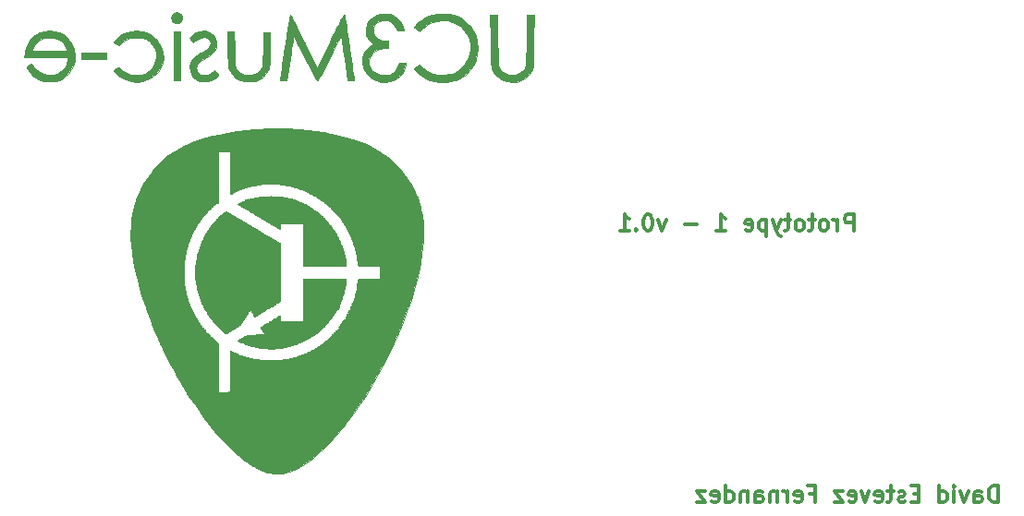
<source format=gbo>
G04 #@! TF.FileFunction,Legend,Bot*
%FSLAX46Y46*%
G04 Gerber Fmt 4.6, Leading zero omitted, Abs format (unit mm)*
G04 Created by KiCad (PCBNEW 0.201510170916+6271~30~ubuntu14.04.1-product) date Tue 27 Oct 2015 03:36:54 PM CET*
%MOMM*%
G01*
G04 APERTURE LIST*
%ADD10C,0.100000*%
%ADD11C,0.300000*%
%ADD12C,0.010000*%
%ADD13C,2.500000*%
%ADD14O,1.900000X1.500000*%
%ADD15O,1.524000X2.032000*%
G04 APERTURE END LIST*
D10*
D11*
X200658285Y-109898571D02*
X200658285Y-108398571D01*
X200301142Y-108398571D01*
X200086857Y-108470000D01*
X199943999Y-108612857D01*
X199872571Y-108755714D01*
X199801142Y-109041429D01*
X199801142Y-109255714D01*
X199872571Y-109541429D01*
X199943999Y-109684286D01*
X200086857Y-109827143D01*
X200301142Y-109898571D01*
X200658285Y-109898571D01*
X198515428Y-109898571D02*
X198515428Y-109112857D01*
X198586857Y-108970000D01*
X198729714Y-108898571D01*
X199015428Y-108898571D01*
X199158285Y-108970000D01*
X198515428Y-109827143D02*
X198658285Y-109898571D01*
X199015428Y-109898571D01*
X199158285Y-109827143D01*
X199229714Y-109684286D01*
X199229714Y-109541429D01*
X199158285Y-109398571D01*
X199015428Y-109327143D01*
X198658285Y-109327143D01*
X198515428Y-109255714D01*
X197943999Y-108898571D02*
X197586856Y-109898571D01*
X197229714Y-108898571D01*
X196658285Y-109898571D02*
X196658285Y-108898571D01*
X196658285Y-108398571D02*
X196729714Y-108470000D01*
X196658285Y-108541429D01*
X196586857Y-108470000D01*
X196658285Y-108398571D01*
X196658285Y-108541429D01*
X195301142Y-109898571D02*
X195301142Y-108398571D01*
X195301142Y-109827143D02*
X195443999Y-109898571D01*
X195729713Y-109898571D01*
X195872571Y-109827143D01*
X195943999Y-109755714D01*
X196015428Y-109612857D01*
X196015428Y-109184286D01*
X195943999Y-109041429D01*
X195872571Y-108970000D01*
X195729713Y-108898571D01*
X195443999Y-108898571D01*
X195301142Y-108970000D01*
X193443999Y-109112857D02*
X192943999Y-109112857D01*
X192729713Y-109898571D02*
X193443999Y-109898571D01*
X193443999Y-108398571D01*
X192729713Y-108398571D01*
X192158285Y-109827143D02*
X192015428Y-109898571D01*
X191729713Y-109898571D01*
X191586856Y-109827143D01*
X191515428Y-109684286D01*
X191515428Y-109612857D01*
X191586856Y-109470000D01*
X191729713Y-109398571D01*
X191943999Y-109398571D01*
X192086856Y-109327143D01*
X192158285Y-109184286D01*
X192158285Y-109112857D01*
X192086856Y-108970000D01*
X191943999Y-108898571D01*
X191729713Y-108898571D01*
X191586856Y-108970000D01*
X191086856Y-108898571D02*
X190515427Y-108898571D01*
X190872570Y-108398571D02*
X190872570Y-109684286D01*
X190801142Y-109827143D01*
X190658284Y-109898571D01*
X190515427Y-109898571D01*
X189443999Y-109827143D02*
X189586856Y-109898571D01*
X189872570Y-109898571D01*
X190015427Y-109827143D01*
X190086856Y-109684286D01*
X190086856Y-109112857D01*
X190015427Y-108970000D01*
X189872570Y-108898571D01*
X189586856Y-108898571D01*
X189443999Y-108970000D01*
X189372570Y-109112857D01*
X189372570Y-109255714D01*
X190086856Y-109398571D01*
X188872570Y-108898571D02*
X188515427Y-109898571D01*
X188158285Y-108898571D01*
X187015428Y-109827143D02*
X187158285Y-109898571D01*
X187443999Y-109898571D01*
X187586856Y-109827143D01*
X187658285Y-109684286D01*
X187658285Y-109112857D01*
X187586856Y-108970000D01*
X187443999Y-108898571D01*
X187158285Y-108898571D01*
X187015428Y-108970000D01*
X186943999Y-109112857D01*
X186943999Y-109255714D01*
X187658285Y-109398571D01*
X186443999Y-108898571D02*
X185658285Y-108898571D01*
X186443999Y-109898571D01*
X185658285Y-109898571D01*
X183443999Y-109112857D02*
X183943999Y-109112857D01*
X183943999Y-109898571D02*
X183943999Y-108398571D01*
X183229713Y-108398571D01*
X182086857Y-109827143D02*
X182229714Y-109898571D01*
X182515428Y-109898571D01*
X182658285Y-109827143D01*
X182729714Y-109684286D01*
X182729714Y-109112857D01*
X182658285Y-108970000D01*
X182515428Y-108898571D01*
X182229714Y-108898571D01*
X182086857Y-108970000D01*
X182015428Y-109112857D01*
X182015428Y-109255714D01*
X182729714Y-109398571D01*
X181372571Y-109898571D02*
X181372571Y-108898571D01*
X181372571Y-109184286D02*
X181301143Y-109041429D01*
X181229714Y-108970000D01*
X181086857Y-108898571D01*
X180944000Y-108898571D01*
X180444000Y-108898571D02*
X180444000Y-109898571D01*
X180444000Y-109041429D02*
X180372572Y-108970000D01*
X180229714Y-108898571D01*
X180015429Y-108898571D01*
X179872572Y-108970000D01*
X179801143Y-109112857D01*
X179801143Y-109898571D01*
X178444000Y-109898571D02*
X178444000Y-109112857D01*
X178515429Y-108970000D01*
X178658286Y-108898571D01*
X178944000Y-108898571D01*
X179086857Y-108970000D01*
X178444000Y-109827143D02*
X178586857Y-109898571D01*
X178944000Y-109898571D01*
X179086857Y-109827143D01*
X179158286Y-109684286D01*
X179158286Y-109541429D01*
X179086857Y-109398571D01*
X178944000Y-109327143D01*
X178586857Y-109327143D01*
X178444000Y-109255714D01*
X177729714Y-108898571D02*
X177729714Y-109898571D01*
X177729714Y-109041429D02*
X177658286Y-108970000D01*
X177515428Y-108898571D01*
X177301143Y-108898571D01*
X177158286Y-108970000D01*
X177086857Y-109112857D01*
X177086857Y-109898571D01*
X175729714Y-109898571D02*
X175729714Y-108398571D01*
X175729714Y-109827143D02*
X175872571Y-109898571D01*
X176158285Y-109898571D01*
X176301143Y-109827143D01*
X176372571Y-109755714D01*
X176444000Y-109612857D01*
X176444000Y-109184286D01*
X176372571Y-109041429D01*
X176301143Y-108970000D01*
X176158285Y-108898571D01*
X175872571Y-108898571D01*
X175729714Y-108970000D01*
X174444000Y-109827143D02*
X174586857Y-109898571D01*
X174872571Y-109898571D01*
X175015428Y-109827143D01*
X175086857Y-109684286D01*
X175086857Y-109112857D01*
X175015428Y-108970000D01*
X174872571Y-108898571D01*
X174586857Y-108898571D01*
X174444000Y-108970000D01*
X174372571Y-109112857D01*
X174372571Y-109255714D01*
X175086857Y-109398571D01*
X173872571Y-108898571D02*
X173086857Y-108898571D01*
X173872571Y-109898571D01*
X173086857Y-109898571D01*
X187462570Y-85006571D02*
X187462570Y-83506571D01*
X186891142Y-83506571D01*
X186748284Y-83578000D01*
X186676856Y-83649429D01*
X186605427Y-83792286D01*
X186605427Y-84006571D01*
X186676856Y-84149429D01*
X186748284Y-84220857D01*
X186891142Y-84292286D01*
X187462570Y-84292286D01*
X185962570Y-85006571D02*
X185962570Y-84006571D01*
X185962570Y-84292286D02*
X185891142Y-84149429D01*
X185819713Y-84078000D01*
X185676856Y-84006571D01*
X185533999Y-84006571D01*
X184819713Y-85006571D02*
X184962571Y-84935143D01*
X185033999Y-84863714D01*
X185105428Y-84720857D01*
X185105428Y-84292286D01*
X185033999Y-84149429D01*
X184962571Y-84078000D01*
X184819713Y-84006571D01*
X184605428Y-84006571D01*
X184462571Y-84078000D01*
X184391142Y-84149429D01*
X184319713Y-84292286D01*
X184319713Y-84720857D01*
X184391142Y-84863714D01*
X184462571Y-84935143D01*
X184605428Y-85006571D01*
X184819713Y-85006571D01*
X183891142Y-84006571D02*
X183319713Y-84006571D01*
X183676856Y-83506571D02*
X183676856Y-84792286D01*
X183605428Y-84935143D01*
X183462570Y-85006571D01*
X183319713Y-85006571D01*
X182605427Y-85006571D02*
X182748285Y-84935143D01*
X182819713Y-84863714D01*
X182891142Y-84720857D01*
X182891142Y-84292286D01*
X182819713Y-84149429D01*
X182748285Y-84078000D01*
X182605427Y-84006571D01*
X182391142Y-84006571D01*
X182248285Y-84078000D01*
X182176856Y-84149429D01*
X182105427Y-84292286D01*
X182105427Y-84720857D01*
X182176856Y-84863714D01*
X182248285Y-84935143D01*
X182391142Y-85006571D01*
X182605427Y-85006571D01*
X181676856Y-84006571D02*
X181105427Y-84006571D01*
X181462570Y-83506571D02*
X181462570Y-84792286D01*
X181391142Y-84935143D01*
X181248284Y-85006571D01*
X181105427Y-85006571D01*
X180748284Y-84006571D02*
X180391141Y-85006571D01*
X180033999Y-84006571D02*
X180391141Y-85006571D01*
X180533999Y-85363714D01*
X180605427Y-85435143D01*
X180748284Y-85506571D01*
X179462570Y-84006571D02*
X179462570Y-85506571D01*
X179462570Y-84078000D02*
X179319713Y-84006571D01*
X179033999Y-84006571D01*
X178891142Y-84078000D01*
X178819713Y-84149429D01*
X178748284Y-84292286D01*
X178748284Y-84720857D01*
X178819713Y-84863714D01*
X178891142Y-84935143D01*
X179033999Y-85006571D01*
X179319713Y-85006571D01*
X179462570Y-84935143D01*
X177533999Y-84935143D02*
X177676856Y-85006571D01*
X177962570Y-85006571D01*
X178105427Y-84935143D01*
X178176856Y-84792286D01*
X178176856Y-84220857D01*
X178105427Y-84078000D01*
X177962570Y-84006571D01*
X177676856Y-84006571D01*
X177533999Y-84078000D01*
X177462570Y-84220857D01*
X177462570Y-84363714D01*
X178176856Y-84506571D01*
X174891142Y-85006571D02*
X175748285Y-85006571D01*
X175319713Y-85006571D02*
X175319713Y-83506571D01*
X175462570Y-83720857D01*
X175605428Y-83863714D01*
X175748285Y-83935143D01*
X173105428Y-84435143D02*
X171962571Y-84435143D01*
X170248285Y-84006571D02*
X169891142Y-85006571D01*
X169534000Y-84006571D01*
X168676857Y-83506571D02*
X168534000Y-83506571D01*
X168391143Y-83578000D01*
X168319714Y-83649429D01*
X168248285Y-83792286D01*
X168176857Y-84078000D01*
X168176857Y-84435143D01*
X168248285Y-84720857D01*
X168319714Y-84863714D01*
X168391143Y-84935143D01*
X168534000Y-85006571D01*
X168676857Y-85006571D01*
X168819714Y-84935143D01*
X168891143Y-84863714D01*
X168962571Y-84720857D01*
X169034000Y-84435143D01*
X169034000Y-84078000D01*
X168962571Y-83792286D01*
X168891143Y-83649429D01*
X168819714Y-83578000D01*
X168676857Y-83506571D01*
X167534000Y-84863714D02*
X167462572Y-84935143D01*
X167534000Y-85006571D01*
X167605429Y-84935143D01*
X167534000Y-84863714D01*
X167534000Y-85006571D01*
X166034000Y-85006571D02*
X166891143Y-85006571D01*
X166462571Y-85006571D02*
X166462571Y-83506571D01*
X166605428Y-83720857D01*
X166748286Y-83863714D01*
X166891143Y-83935143D01*
D12*
G36*
X134322798Y-75638729D02*
X133910982Y-75643987D01*
X133521154Y-75653050D01*
X133168226Y-75665849D01*
X132867106Y-75682319D01*
X132801364Y-75687026D01*
X132491570Y-75710727D01*
X132238049Y-75730929D01*
X132026700Y-75749227D01*
X131843423Y-75767214D01*
X131674118Y-75786482D01*
X131504685Y-75808627D01*
X131321025Y-75835241D01*
X131109038Y-75867918D01*
X130880556Y-75904119D01*
X130089158Y-76038186D01*
X129362970Y-76178245D01*
X128696792Y-76325801D01*
X128085419Y-76482361D01*
X127523651Y-76649431D01*
X127006286Y-76828517D01*
X126528121Y-77021125D01*
X126083953Y-77228761D01*
X125813491Y-77371130D01*
X125216332Y-77725332D01*
X124675405Y-78101364D01*
X124177267Y-78509936D01*
X123708477Y-78961758D01*
X123413215Y-79283615D01*
X123103178Y-79649346D01*
X122838883Y-79990103D01*
X122609200Y-80322667D01*
X122403001Y-80663821D01*
X122209154Y-81030346D01*
X122089218Y-81280000D01*
X122012721Y-81443869D01*
X121939839Y-81598974D01*
X121879934Y-81725447D01*
X121848195Y-81791528D01*
X121762824Y-81990266D01*
X121671929Y-82242872D01*
X121580116Y-82533389D01*
X121491991Y-82845861D01*
X121412157Y-83164329D01*
X121345222Y-83472838D01*
X121313664Y-83643611D01*
X121284997Y-83857034D01*
X121260939Y-84126089D01*
X121241867Y-84435979D01*
X121228158Y-84771908D01*
X121220189Y-85119080D01*
X121218335Y-85462697D01*
X121222974Y-85787963D01*
X121234481Y-86080081D01*
X121247084Y-86259894D01*
X121332165Y-87017919D01*
X121457597Y-87819814D01*
X121620543Y-88653655D01*
X121818167Y-89507521D01*
X122047632Y-90369487D01*
X122306101Y-91227631D01*
X122590737Y-92070029D01*
X122701940Y-92374861D01*
X122852747Y-92774129D01*
X123011094Y-93183027D01*
X123171848Y-93588887D01*
X123329878Y-93979043D01*
X123480050Y-94340826D01*
X123617235Y-94661569D01*
X123736299Y-94928605D01*
X123738088Y-94932500D01*
X123826142Y-95125095D01*
X123910723Y-95311796D01*
X123984237Y-95475720D01*
X124039092Y-95599989D01*
X124055487Y-95638055D01*
X124140582Y-95827610D01*
X124256426Y-96069283D01*
X124398316Y-96354188D01*
X124561553Y-96673439D01*
X124741436Y-97018149D01*
X124933264Y-97379434D01*
X125132336Y-97748406D01*
X125333951Y-98116181D01*
X125533410Y-98473871D01*
X125726010Y-98812592D01*
X125828400Y-98989444D01*
X125954519Y-99207089D01*
X126071989Y-99412427D01*
X126175002Y-99595099D01*
X126257750Y-99744746D01*
X126314426Y-99851010D01*
X126335102Y-99893186D01*
X126386083Y-99992313D01*
X126436702Y-100066586D01*
X126451291Y-100081475D01*
X126489088Y-100125553D01*
X126556773Y-100216582D01*
X126645655Y-100342438D01*
X126747042Y-100490998D01*
X126777097Y-100535927D01*
X126916436Y-100742743D01*
X127072902Y-100970862D01*
X127239554Y-101210541D01*
X127409451Y-101452034D01*
X127575651Y-101685597D01*
X127731213Y-101901485D01*
X127869195Y-102089953D01*
X127982655Y-102241256D01*
X128064653Y-102345649D01*
X128075338Y-102358472D01*
X128157010Y-102458388D01*
X128265820Y-102596005D01*
X128386902Y-102752335D01*
X128493426Y-102892469D01*
X128809724Y-103293785D01*
X129169044Y-103716519D01*
X129559064Y-104147930D01*
X129967462Y-104575275D01*
X130381917Y-104985810D01*
X130790107Y-105366793D01*
X131179710Y-105705481D01*
X131339167Y-105835506D01*
X131539955Y-105995368D01*
X131698027Y-106119960D01*
X131825850Y-106217978D01*
X131935890Y-106298118D01*
X132040612Y-106369076D01*
X132152485Y-106439548D01*
X132283973Y-106518229D01*
X132447544Y-106613816D01*
X132492112Y-106639746D01*
X132891630Y-106847458D01*
X133319844Y-107025955D01*
X133749645Y-107164715D01*
X134000608Y-107225266D01*
X134256632Y-107261231D01*
X134552428Y-107275532D01*
X134860720Y-107268472D01*
X135154232Y-107240350D01*
X135325556Y-107210624D01*
X135744456Y-107093454D01*
X136188334Y-106917376D01*
X136650039Y-106686294D01*
X137122420Y-106404115D01*
X137598326Y-106074746D01*
X138038838Y-105728650D01*
X138185415Y-105603268D01*
X138360153Y-105448423D01*
X138554019Y-105272638D01*
X138757983Y-105084436D01*
X138963013Y-104892339D01*
X139160077Y-104704869D01*
X139340145Y-104530550D01*
X139494185Y-104377903D01*
X139613166Y-104255452D01*
X139685865Y-104174407D01*
X139747698Y-104100393D01*
X139843013Y-103987966D01*
X139959103Y-103852048D01*
X140083261Y-103707563D01*
X140090620Y-103699028D01*
X140235388Y-103527098D01*
X140400780Y-103324272D01*
X140565797Y-103116617D01*
X140701621Y-102940555D01*
X140820831Y-102784674D01*
X140933897Y-102640003D01*
X141029799Y-102520427D01*
X141097520Y-102439832D01*
X141109447Y-102426659D01*
X141168923Y-102355476D01*
X141261812Y-102234852D01*
X141381748Y-102073620D01*
X141522365Y-101880610D01*
X141677295Y-101664655D01*
X141840172Y-101434586D01*
X142004631Y-101199236D01*
X142164303Y-100967435D01*
X142214857Y-100893228D01*
X142647498Y-100235565D01*
X143090832Y-99522046D01*
X143537683Y-98765071D01*
X143980878Y-97977041D01*
X144413242Y-97170354D01*
X144755311Y-96502361D01*
X145250729Y-95476326D01*
X145714556Y-94439965D01*
X146143184Y-93402784D01*
X146533004Y-92374292D01*
X146880409Y-91363995D01*
X147181789Y-90381401D01*
X147426568Y-89464444D01*
X147481788Y-89240424D01*
X147533344Y-89032462D01*
X147578143Y-88852947D01*
X147613090Y-88714268D01*
X147635089Y-88628816D01*
X147638051Y-88617778D01*
X147654631Y-88544975D01*
X147680717Y-88415765D01*
X147713797Y-88243263D01*
X147716306Y-88229722D01*
X144056806Y-88229722D01*
X144056806Y-89393889D01*
X142070232Y-89393889D01*
X142045973Y-89570278D01*
X142026426Y-89670738D01*
X142002984Y-89734620D01*
X141989745Y-89746666D01*
X141974281Y-89779019D01*
X141962930Y-89864430D01*
X141957863Y-89985427D01*
X141957778Y-90004194D01*
X141953481Y-90134739D01*
X141942163Y-90237966D01*
X141926180Y-90293242D01*
X141924519Y-90295236D01*
X141904051Y-90347460D01*
X141888207Y-90444211D01*
X141883000Y-90512579D01*
X141868738Y-90634224D01*
X141841223Y-90704105D01*
X141828064Y-90714319D01*
X141795968Y-90762101D01*
X141781789Y-90866514D01*
X141781389Y-90892087D01*
X141774428Y-90987145D01*
X141756802Y-91044395D01*
X141746111Y-91051944D01*
X141723236Y-91083060D01*
X141711320Y-91160021D01*
X141710834Y-91181458D01*
X141697167Y-91283983D01*
X141663787Y-91362412D01*
X141659032Y-91368213D01*
X141618905Y-91444153D01*
X141598797Y-91536119D01*
X141585504Y-91606881D01*
X141564470Y-91630473D01*
X141562405Y-91629505D01*
X141543250Y-91647451D01*
X141534500Y-91714430D01*
X141534445Y-91721247D01*
X141518065Y-91809396D01*
X141481528Y-91850576D01*
X141440409Y-91897790D01*
X141428611Y-91955302D01*
X141416045Y-92019772D01*
X141393334Y-92039722D01*
X141365589Y-92069637D01*
X141357516Y-92119097D01*
X141335778Y-92226300D01*
X141268897Y-92282850D01*
X141237507Y-92291405D01*
X141177042Y-92322368D01*
X141160778Y-92349284D01*
X141162262Y-92369785D01*
X141169614Y-92358104D01*
X141208599Y-92322423D01*
X141242930Y-92345735D01*
X141252222Y-92392500D01*
X141239036Y-92449849D01*
X141220769Y-92463055D01*
X141189713Y-92492953D01*
X141167180Y-92551250D01*
X141138852Y-92617322D01*
X141110439Y-92639444D01*
X141079734Y-92668028D01*
X141075834Y-92692361D01*
X141056785Y-92739307D01*
X141040556Y-92745278D01*
X141012330Y-92774963D01*
X141005278Y-92819136D01*
X140974703Y-92889770D01*
X140933733Y-92911703D01*
X140881490Y-92945643D01*
X140883824Y-92998582D01*
X140873434Y-93064908D01*
X140822559Y-93143054D01*
X140751612Y-93209203D01*
X140681004Y-93239544D01*
X140677141Y-93239707D01*
X140661987Y-93254007D01*
X140687778Y-93277670D01*
X140719720Y-93312876D01*
X140696597Y-93332986D01*
X140656105Y-93379659D01*
X140652500Y-93400856D01*
X140624197Y-93445060D01*
X140599584Y-93450833D01*
X140556521Y-93480390D01*
X140546667Y-93522864D01*
X140525784Y-93598472D01*
X140475891Y-93669027D01*
X140416123Y-93713838D01*
X140369201Y-93714750D01*
X140342782Y-93713352D01*
X140351826Y-93765771D01*
X140354489Y-93827227D01*
X140314998Y-93894471D01*
X140249772Y-93961848D01*
X140176139Y-94038383D01*
X140130558Y-94099414D01*
X140123334Y-94118742D01*
X140094798Y-94152127D01*
X140070417Y-94156389D01*
X140023491Y-94176769D01*
X140017500Y-94194186D01*
X139990778Y-94254032D01*
X139932128Y-94310869D01*
X139878909Y-94332778D01*
X139842662Y-94359880D01*
X139841111Y-94370575D01*
X139814390Y-94430421D01*
X139755739Y-94487258D01*
X139702520Y-94509166D01*
X139666273Y-94536269D01*
X139664722Y-94546964D01*
X139638001Y-94606809D01*
X139579350Y-94663646D01*
X139526131Y-94685555D01*
X139489884Y-94712658D01*
X139488334Y-94723353D01*
X139461612Y-94783198D01*
X139402961Y-94840035D01*
X139349742Y-94861944D01*
X139313495Y-94889047D01*
X139311945Y-94899742D01*
X139289038Y-94952408D01*
X139239427Y-95009372D01*
X139191773Y-95038205D01*
X139189453Y-95038333D01*
X139151777Y-95060075D01*
X139086737Y-95113671D01*
X139072641Y-95126528D01*
X139002977Y-95184555D01*
X138953931Y-95213860D01*
X138949024Y-95214722D01*
X138907904Y-95238237D01*
X138845677Y-95295585D01*
X138838784Y-95302916D01*
X138777149Y-95362582D01*
X138735551Y-95390774D01*
X138733147Y-95391111D01*
X138696844Y-95406295D01*
X138630347Y-95457339D01*
X138554768Y-95523403D01*
X138494203Y-95561211D01*
X138467798Y-95567500D01*
X138431524Y-95592396D01*
X138430000Y-95602105D01*
X138400067Y-95635543D01*
X138341806Y-95658846D01*
X138275765Y-95686084D01*
X138253611Y-95712435D01*
X138226462Y-95742790D01*
X138216845Y-95743889D01*
X138178464Y-95754593D01*
X138121403Y-95793737D01*
X138030420Y-95871863D01*
X138025601Y-95876180D01*
X137949065Y-95914157D01*
X137907128Y-95920278D01*
X137839881Y-95945033D01*
X137816663Y-95975430D01*
X137782987Y-96012769D01*
X137762816Y-96010384D01*
X137715085Y-96015710D01*
X137676892Y-96043425D01*
X137599111Y-96087990D01*
X137550576Y-96096666D01*
X137491873Y-96109444D01*
X137477500Y-96128120D01*
X137447603Y-96159176D01*
X137389306Y-96181709D01*
X137323234Y-96210037D01*
X137301111Y-96238450D01*
X137270842Y-96264198D01*
X137210397Y-96273055D01*
X137119697Y-96292972D01*
X137066766Y-96325972D01*
X136990342Y-96368200D01*
X136928175Y-96378889D01*
X136863092Y-96391287D01*
X136842500Y-96414166D01*
X136811488Y-96437484D01*
X136735232Y-96449139D01*
X136719028Y-96449444D01*
X136637411Y-96457905D01*
X136596620Y-96478708D01*
X136595556Y-96483123D01*
X136564711Y-96511089D01*
X136488778Y-96536513D01*
X136471694Y-96540039D01*
X136384034Y-96563593D01*
X136331469Y-96590879D01*
X136328501Y-96594554D01*
X136283493Y-96615495D01*
X136198687Y-96625652D01*
X136185260Y-96625833D01*
X136085803Y-96640322D01*
X136011890Y-96675523D01*
X136008433Y-96678750D01*
X135939987Y-96713319D01*
X135838657Y-96731049D01*
X135816925Y-96731666D01*
X135729496Y-96739623D01*
X135681493Y-96759460D01*
X135678334Y-96766944D01*
X135645535Y-96784772D01*
X135556889Y-96797181D01*
X135427020Y-96802198D01*
X135416690Y-96802222D01*
X135258772Y-96807791D01*
X135167411Y-96824832D01*
X135140365Y-96846319D01*
X135117331Y-96861102D01*
X135055000Y-96873172D01*
X134947284Y-96882913D01*
X134788093Y-96890708D01*
X134571338Y-96896943D01*
X134290930Y-96902002D01*
X134248571Y-96902606D01*
X133859408Y-96905867D01*
X133538443Y-96903907D01*
X133286080Y-96896744D01*
X133102726Y-96884401D01*
X132988784Y-96866899D01*
X132944659Y-96844258D01*
X132946063Y-96834657D01*
X132923975Y-96818649D01*
X132844499Y-96807293D01*
X132720741Y-96802313D01*
X132699443Y-96802222D01*
X132565356Y-96797876D01*
X132471804Y-96786099D01*
X132433085Y-96768782D01*
X132432778Y-96766944D01*
X132401519Y-96744690D01*
X132323588Y-96732471D01*
X132294187Y-96731666D01*
X132190713Y-96718732D01*
X132112358Y-96686812D01*
X132102679Y-96678750D01*
X132028756Y-96642755D01*
X131911517Y-96626241D01*
X131888492Y-96625833D01*
X131792947Y-96618929D01*
X131735114Y-96601433D01*
X131727222Y-96590555D01*
X131697111Y-96563757D01*
X131641548Y-96555278D01*
X131552058Y-96534156D01*
X131502957Y-96502361D01*
X131425089Y-96458774D01*
X131371180Y-96449444D01*
X131293604Y-96436670D01*
X131196667Y-96404962D01*
X131103814Y-96364242D01*
X131038493Y-96324433D01*
X131021667Y-96301544D01*
X130991439Y-96280118D01*
X130933472Y-96273055D01*
X130867175Y-96260979D01*
X130845278Y-96237778D01*
X130815167Y-96210979D01*
X130759603Y-96202500D01*
X130670113Y-96181379D01*
X130621012Y-96149583D01*
X130543193Y-96105190D01*
X130495020Y-96096666D01*
X130436340Y-96082351D01*
X130421945Y-96061389D01*
X130393371Y-96030091D01*
X130369028Y-96026111D01*
X130357335Y-96032795D01*
X130347470Y-96056426D01*
X130339282Y-96102366D01*
X130332621Y-96175983D01*
X130327336Y-96282640D01*
X130323277Y-96427702D01*
X130320295Y-96616535D01*
X130318237Y-96854503D01*
X130316954Y-97146971D01*
X130316296Y-97499305D01*
X130316111Y-97913472D01*
X130315455Y-98379022D01*
X130313500Y-98780629D01*
X130310264Y-99117270D01*
X130305767Y-99387920D01*
X130300027Y-99591557D01*
X130293065Y-99727157D01*
X130284899Y-99793695D01*
X130280834Y-99800833D01*
X130246206Y-99772757D01*
X130242771Y-99756736D01*
X130235680Y-99730739D01*
X130222192Y-99756736D01*
X130192091Y-99776162D01*
X130115240Y-99789529D01*
X129984372Y-99797490D01*
X129792222Y-99800697D01*
X129731088Y-99800833D01*
X129257778Y-99800833D01*
X129257778Y-95358930D01*
X129063759Y-95163354D01*
X128967608Y-95070704D01*
X128888001Y-95001776D01*
X128839434Y-94968933D01*
X128834453Y-94967778D01*
X128801158Y-94940219D01*
X128799167Y-94926620D01*
X128786283Y-94901509D01*
X128778273Y-94906357D01*
X128747637Y-94890620D01*
X128679278Y-94833818D01*
X128583692Y-94746395D01*
X128471375Y-94638794D01*
X128352821Y-94521459D01*
X128238527Y-94404833D01*
X128138989Y-94299360D01*
X128064701Y-94215483D01*
X128026159Y-94163645D01*
X128023056Y-94154890D01*
X127999305Y-94107583D01*
X127941463Y-94042228D01*
X127934861Y-94036006D01*
X127874722Y-93969448D01*
X127846895Y-93917317D01*
X127846667Y-93914218D01*
X127820834Y-93876235D01*
X127808869Y-93874166D01*
X127742469Y-93844067D01*
X127688777Y-93772980D01*
X127670278Y-93700297D01*
X127648805Y-93640865D01*
X127617361Y-93627222D01*
X127570591Y-93598983D01*
X127564445Y-93574305D01*
X127545396Y-93527359D01*
X127529167Y-93521389D01*
X127495149Y-93494344D01*
X127493889Y-93484622D01*
X127483184Y-93446241D01*
X127444041Y-93389181D01*
X127365914Y-93298198D01*
X127361597Y-93293379D01*
X127324331Y-93217695D01*
X127317500Y-93171131D01*
X127296028Y-93111699D01*
X127264584Y-93098055D01*
X127217813Y-93069817D01*
X127211667Y-93045139D01*
X127192618Y-92998192D01*
X127176389Y-92992222D01*
X127149870Y-92962032D01*
X127141111Y-92904028D01*
X127122711Y-92833095D01*
X127088195Y-92815833D01*
X127044890Y-92786593D01*
X127035278Y-92747359D01*
X127019079Y-92679826D01*
X127000000Y-92657083D01*
X126969801Y-92607058D01*
X126964722Y-92570581D01*
X126939433Y-92505760D01*
X126911806Y-92485576D01*
X126868229Y-92437722D01*
X126858889Y-92393607D01*
X126844320Y-92335683D01*
X126823611Y-92321944D01*
X126798842Y-92291289D01*
X126788336Y-92217428D01*
X126788334Y-92216111D01*
X126772557Y-92132089D01*
X126735417Y-92110278D01*
X126692857Y-92079610D01*
X126682500Y-92022083D01*
X126670424Y-91955785D01*
X126647222Y-91933889D01*
X126623905Y-91902877D01*
X126612249Y-91826620D01*
X126611945Y-91810416D01*
X126600470Y-91719094D01*
X126563847Y-91687167D01*
X126559028Y-91686944D01*
X126517017Y-91655391D01*
X126506111Y-91581111D01*
X126495893Y-91506802D01*
X126471273Y-91475286D01*
X126470834Y-91475278D01*
X126447291Y-91444319D01*
X126435783Y-91368425D01*
X126435556Y-91354745D01*
X126425383Y-91270162D01*
X126400520Y-91223087D01*
X126396808Y-91221297D01*
X126370374Y-91181574D01*
X126347262Y-91095414D01*
X126339304Y-91041968D01*
X126322520Y-90944729D01*
X126300957Y-90884792D01*
X126289857Y-90875555D01*
X126272223Y-90843851D01*
X126261125Y-90762921D01*
X126259167Y-90702106D01*
X126251799Y-90598093D01*
X126232896Y-90529643D01*
X126219710Y-90515505D01*
X126197971Y-90476289D01*
X126177734Y-90385113D01*
X126162997Y-90260530D01*
X126162053Y-90247982D01*
X126149323Y-90124284D01*
X126132617Y-90033811D01*
X126115300Y-89994126D01*
X126113316Y-89993611D01*
X126106061Y-89959694D01*
X126099422Y-89863382D01*
X126093610Y-89712836D01*
X126088836Y-89516215D01*
X126085310Y-89281680D01*
X126083244Y-89017389D01*
X126082778Y-88811805D01*
X126082829Y-88794166D01*
X126047500Y-88794166D01*
X126034593Y-88823204D01*
X126023982Y-88817685D01*
X126019760Y-88775818D01*
X126023982Y-88770648D01*
X126044954Y-88775490D01*
X126047500Y-88794166D01*
X126082829Y-88794166D01*
X126083821Y-88456646D01*
X126086909Y-88162100D01*
X126091984Y-87930168D01*
X126098985Y-87762850D01*
X126107853Y-87662147D01*
X126118056Y-87630000D01*
X126137484Y-87598126D01*
X126150297Y-87516001D01*
X126153334Y-87438492D01*
X126165017Y-87292686D01*
X126198610Y-87202932D01*
X126206250Y-87194067D01*
X126243424Y-87113988D01*
X126258828Y-86973814D01*
X126259167Y-86944603D01*
X126264896Y-86837564D01*
X126279692Y-86766177D01*
X126294445Y-86748055D01*
X126316536Y-86716759D01*
X126328823Y-86638576D01*
X126329722Y-86606944D01*
X126338460Y-86508825D01*
X126367426Y-86468394D01*
X126382639Y-86465833D01*
X126419434Y-86442532D01*
X126434595Y-86365290D01*
X126435556Y-86324722D01*
X126443380Y-86236358D01*
X126462926Y-86187209D01*
X126470834Y-86183611D01*
X126494151Y-86152599D01*
X126505807Y-86076343D01*
X126506111Y-86060139D01*
X126517586Y-85968816D01*
X126554209Y-85936890D01*
X126559028Y-85936666D01*
X126598166Y-85909892D01*
X126611849Y-85824440D01*
X126611945Y-85813194D01*
X126620805Y-85731583D01*
X126642593Y-85690788D01*
X126647222Y-85689722D01*
X126673621Y-85659498D01*
X126682500Y-85600420D01*
X126701184Y-85525289D01*
X126735417Y-85490813D01*
X126776536Y-85443598D01*
X126788334Y-85386087D01*
X126800900Y-85321616D01*
X126823611Y-85301666D01*
X126852126Y-85272072D01*
X126858889Y-85230004D01*
X126881877Y-85162168D01*
X126911806Y-85138035D01*
X126956100Y-85090004D01*
X126964722Y-85049459D01*
X126972199Y-84996593D01*
X127002494Y-84940088D01*
X127067402Y-84860081D01*
X127097014Y-84826712D01*
X127135330Y-84755905D01*
X127141111Y-84722103D01*
X127159403Y-84673561D01*
X127176389Y-84666666D01*
X127205052Y-84637120D01*
X127211667Y-84596111D01*
X127233725Y-84538651D01*
X127264584Y-84525555D01*
X127307143Y-84494888D01*
X127317500Y-84437361D01*
X127329576Y-84371063D01*
X127352778Y-84349166D01*
X127384076Y-84320593D01*
X127388056Y-84296250D01*
X127416295Y-84249480D01*
X127440972Y-84243333D01*
X127484013Y-84213694D01*
X127493889Y-84170409D01*
X127518399Y-84103814D01*
X127580415Y-84019234D01*
X127617361Y-83981035D01*
X127690035Y-83905103D01*
X127734410Y-83844490D01*
X127740834Y-83826257D01*
X127763829Y-83777520D01*
X127820084Y-83708875D01*
X127829028Y-83699735D01*
X127888220Y-83630943D01*
X127916757Y-83578915D01*
X127917222Y-83574659D01*
X127945771Y-83541948D01*
X127970139Y-83537778D01*
X128017065Y-83517397D01*
X128023056Y-83499980D01*
X128049778Y-83440134D01*
X128108429Y-83383297D01*
X128161647Y-83361389D01*
X128197894Y-83334286D01*
X128199445Y-83323591D01*
X128221681Y-83267751D01*
X128243542Y-83240089D01*
X128296865Y-83181726D01*
X128364686Y-83103955D01*
X128366781Y-83101498D01*
X128435006Y-83038232D01*
X128494901Y-83008867D01*
X128499073Y-83008611D01*
X128546148Y-82988308D01*
X128552222Y-82970813D01*
X128578944Y-82910968D01*
X128637595Y-82854131D01*
X128690814Y-82832222D01*
X128727061Y-82805119D01*
X128728611Y-82794424D01*
X128752014Y-82740736D01*
X128802788Y-82683755D01*
X128851779Y-82655884D01*
X128853306Y-82655833D01*
X128889514Y-82630913D01*
X128944202Y-82570645D01*
X128946600Y-82567614D01*
X129030195Y-82499514D01*
X129092788Y-82491915D01*
X129135464Y-82496156D01*
X129125486Y-82489353D01*
X129084690Y-82466046D01*
X129081389Y-82459219D01*
X129104228Y-82420372D01*
X129155389Y-82371685D01*
X129208836Y-82334833D01*
X129237199Y-82329514D01*
X129240723Y-82298797D01*
X129244056Y-82203284D01*
X129247147Y-82048730D01*
X129249945Y-81840896D01*
X129252397Y-81585537D01*
X129254452Y-81288413D01*
X129256059Y-80955281D01*
X129257166Y-80591900D01*
X129257722Y-80204027D01*
X129257778Y-80032233D01*
X129257778Y-77714373D01*
X129786945Y-77718856D01*
X130316111Y-77723338D01*
X130316111Y-81597500D01*
X130404306Y-81597500D01*
X130470607Y-81585652D01*
X130492500Y-81562894D01*
X130522434Y-81529456D01*
X130580695Y-81506153D01*
X130646735Y-81478915D01*
X130668889Y-81452564D01*
X130699101Y-81428913D01*
X130757084Y-81421111D01*
X130823390Y-81409578D01*
X130845278Y-81387432D01*
X130876117Y-81359439D01*
X130952006Y-81334041D01*
X130968750Y-81330589D01*
X131050149Y-81307492D01*
X131091077Y-81280553D01*
X131092222Y-81276074D01*
X131122509Y-81252740D01*
X131182937Y-81244722D01*
X131273637Y-81224805D01*
X131326568Y-81191805D01*
X131402992Y-81149577D01*
X131465159Y-81138889D01*
X131530242Y-81126490D01*
X131550834Y-81103611D01*
X131582130Y-81081520D01*
X131660313Y-81069233D01*
X131691945Y-81068333D01*
X131780316Y-81060987D01*
X131829462Y-81042636D01*
X131833056Y-81035217D01*
X131864469Y-81010813D01*
X131944005Y-80987026D01*
X131992240Y-80978230D01*
X132091868Y-80957559D01*
X132158473Y-80933104D01*
X132170711Y-80923151D01*
X132213734Y-80906368D01*
X132305273Y-80895039D01*
X132396642Y-80891944D01*
X132525920Y-80884864D01*
X132602133Y-80865017D01*
X132617289Y-80849938D01*
X132659029Y-80824925D01*
X132757412Y-80804634D01*
X132875993Y-80793321D01*
X133003299Y-80781703D01*
X133103064Y-80765207D01*
X133153946Y-80747375D01*
X133154209Y-80747134D01*
X133197354Y-80737870D01*
X133297692Y-80730236D01*
X133443657Y-80724242D01*
X133623683Y-80719894D01*
X133826203Y-80717202D01*
X134039652Y-80716175D01*
X134252464Y-80716819D01*
X134453073Y-80719145D01*
X134629912Y-80723160D01*
X134771417Y-80728873D01*
X134866020Y-80736292D01*
X134902156Y-80745425D01*
X134902222Y-80745860D01*
X134934809Y-80761429D01*
X135021916Y-80777281D01*
X135147567Y-80790845D01*
X135209761Y-80795352D01*
X135354961Y-80808520D01*
X135464816Y-80826509D01*
X135524229Y-80846594D01*
X135530201Y-80853242D01*
X135570572Y-80874924D01*
X135663210Y-80888700D01*
X135751829Y-80891944D01*
X135862586Y-80896665D01*
X135938272Y-80908921D01*
X135960556Y-80922713D01*
X135991717Y-80946927D01*
X136069602Y-80970113D01*
X136101667Y-80976047D01*
X136189888Y-80997857D01*
X136239094Y-81024977D01*
X136242778Y-81033472D01*
X136273791Y-81056515D01*
X136350050Y-81068032D01*
X136366250Y-81068333D01*
X136447877Y-81076065D01*
X136488662Y-81095075D01*
X136489722Y-81099102D01*
X136520884Y-81123316D01*
X136598769Y-81146502D01*
X136630834Y-81152436D01*
X136719055Y-81174246D01*
X136768261Y-81201366D01*
X136771945Y-81209861D01*
X136802904Y-81233126D01*
X136878802Y-81244497D01*
X136892477Y-81244722D01*
X136976861Y-81254387D01*
X137023545Y-81278011D01*
X137025291Y-81281567D01*
X137066013Y-81313128D01*
X137116426Y-81324352D01*
X137178190Y-81346267D01*
X137195278Y-81375701D01*
X137227649Y-81408889D01*
X137317189Y-81421108D01*
X137318750Y-81421111D01*
X137400375Y-81429014D01*
X137441161Y-81448446D01*
X137442222Y-81452564D01*
X137472120Y-81483621D01*
X137530417Y-81506153D01*
X137596489Y-81534481D01*
X137618611Y-81562894D01*
X137646644Y-81594758D01*
X137664495Y-81597500D01*
X137742110Y-81614086D01*
X137824972Y-81653638D01*
X137885763Y-81700846D01*
X137900558Y-81729791D01*
X137930913Y-81762922D01*
X137989028Y-81773889D01*
X138055345Y-81784663D01*
X138077222Y-81805342D01*
X138107120Y-81836398D01*
X138165417Y-81858931D01*
X138231489Y-81887259D01*
X138253611Y-81915672D01*
X138282195Y-81946377D01*
X138306528Y-81950278D01*
X138353493Y-81968065D01*
X138359445Y-81983178D01*
X138388813Y-82017953D01*
X138438820Y-82041141D01*
X138526904Y-82087852D01*
X138571111Y-82126666D01*
X138648881Y-82187178D01*
X138703403Y-82212192D01*
X138764929Y-82243791D01*
X138782778Y-82270155D01*
X138810016Y-82301740D01*
X138820576Y-82303055D01*
X138880421Y-82329777D01*
X138937258Y-82388428D01*
X138959167Y-82441647D01*
X138985560Y-82477903D01*
X138995934Y-82479444D01*
X139034314Y-82490149D01*
X139091375Y-82529293D01*
X139182358Y-82607419D01*
X139187177Y-82611736D01*
X139247742Y-82649545D01*
X139274147Y-82655833D01*
X139307665Y-82684366D01*
X139311945Y-82708750D01*
X139330438Y-82755705D01*
X139346175Y-82761666D01*
X139387663Y-82785630D01*
X139462182Y-82848220D01*
X139555744Y-82935485D01*
X139654362Y-83033475D01*
X139744047Y-83128238D01*
X139810812Y-83205823D01*
X139840670Y-83252280D01*
X139841111Y-83255308D01*
X139859655Y-83280858D01*
X139870096Y-83277083D01*
X139910188Y-83287398D01*
X139963040Y-83334543D01*
X140005797Y-83394446D01*
X140017500Y-83432347D01*
X140044686Y-83465814D01*
X140055298Y-83467222D01*
X140119481Y-83496161D01*
X140174538Y-83562303D01*
X140193889Y-83625534D01*
X140209283Y-83664744D01*
X140226627Y-83662819D01*
X140261250Y-83674449D01*
X140281921Y-83713654D01*
X140313588Y-83770937D01*
X140337378Y-83784722D01*
X140369090Y-83811857D01*
X140370278Y-83821684D01*
X140394024Y-83868858D01*
X140451855Y-83934146D01*
X140458472Y-83940382D01*
X140519636Y-84018252D01*
X140546603Y-84094514D01*
X140546667Y-84097448D01*
X140567631Y-84158626D01*
X140599584Y-84172778D01*
X140645857Y-84201179D01*
X140652500Y-84227776D01*
X140669603Y-84264291D01*
X140687778Y-84260972D01*
X140713937Y-84273462D01*
X140723056Y-84329446D01*
X140737814Y-84396789D01*
X140767153Y-84419997D01*
X140810744Y-84449762D01*
X140857204Y-84520382D01*
X140891226Y-84604539D01*
X140899445Y-84656061D01*
X140920587Y-84698309D01*
X140934050Y-84701944D01*
X140967488Y-84731877D01*
X140990791Y-84790139D01*
X141018029Y-84856179D01*
X141044380Y-84878333D01*
X141068031Y-84908545D01*
X141075834Y-84966528D01*
X141094234Y-85037460D01*
X141128750Y-85054722D01*
X141171845Y-85084133D01*
X141181667Y-85125278D01*
X141196440Y-85182603D01*
X141216945Y-85195833D01*
X141241714Y-85226488D01*
X141252220Y-85300350D01*
X141252222Y-85301666D01*
X141267999Y-85385688D01*
X141305139Y-85407500D01*
X141347699Y-85438167D01*
X141358056Y-85495694D01*
X141370132Y-85561992D01*
X141393334Y-85583889D01*
X141421662Y-85613543D01*
X141428611Y-85656964D01*
X141452817Y-85742473D01*
X141481528Y-85782956D01*
X141523756Y-85859380D01*
X141534445Y-85921547D01*
X141546843Y-85986630D01*
X141569722Y-86007222D01*
X141591814Y-86038519D01*
X141604101Y-86116702D01*
X141605000Y-86148333D01*
X141613738Y-86246452D01*
X141642704Y-86286883D01*
X141657917Y-86289444D01*
X141697055Y-86316219D01*
X141710738Y-86401671D01*
X141710834Y-86412916D01*
X141719694Y-86494528D01*
X141741482Y-86535322D01*
X141746111Y-86536389D01*
X141766380Y-86568086D01*
X141779136Y-86648999D01*
X141781389Y-86709838D01*
X141789332Y-86819245D01*
X141810343Y-86886060D01*
X141822744Y-86897072D01*
X141847254Y-86937307D01*
X141868375Y-87028652D01*
X141879901Y-87129317D01*
X141892678Y-87242941D01*
X141910275Y-87321943D01*
X141926740Y-87347778D01*
X141941576Y-87380170D01*
X141952550Y-87465858D01*
X141957642Y-87587602D01*
X141957778Y-87612361D01*
X141961692Y-87738825D01*
X141972044Y-87832379D01*
X141986754Y-87875786D01*
X141989745Y-87876944D01*
X142012301Y-87908561D01*
X142035000Y-87989428D01*
X142045972Y-88053333D01*
X142070232Y-88229722D01*
X144056806Y-88229722D01*
X147716306Y-88229722D01*
X147751359Y-88040587D01*
X147790891Y-87820853D01*
X147793452Y-87806389D01*
X147893607Y-87167226D01*
X147963590Y-86544072D01*
X148005138Y-85913942D01*
X148019985Y-85253853D01*
X148016997Y-84845328D01*
X148011909Y-84565848D01*
X148006395Y-84343084D01*
X147999132Y-84163200D01*
X147988798Y-84012363D01*
X147974071Y-83876737D01*
X147953628Y-83742489D01*
X147926147Y-83595785D01*
X147890305Y-83422788D01*
X147873464Y-83343750D01*
X147810063Y-83061442D01*
X147744442Y-82802475D01*
X147670660Y-82546719D01*
X147582777Y-82274044D01*
X147474852Y-81964320D01*
X147428322Y-81835398D01*
X147364835Y-81678518D01*
X147274693Y-81479243D01*
X147167082Y-81255953D01*
X147051186Y-81027027D01*
X146936193Y-80810844D01*
X146831286Y-80625784D01*
X146789139Y-80556476D01*
X146359900Y-79923438D01*
X145899865Y-79347729D01*
X145400197Y-78820187D01*
X144852059Y-78331649D01*
X144246613Y-77872952D01*
X144109722Y-77778445D01*
X143709433Y-77523556D01*
X143287178Y-77289413D01*
X142836352Y-77073562D01*
X142350345Y-76873548D01*
X141822549Y-76686915D01*
X141246357Y-76511209D01*
X140615161Y-76343974D01*
X139922352Y-76182755D01*
X139667503Y-76128015D01*
X139462253Y-76087175D01*
X139210461Y-76040787D01*
X138929819Y-75991770D01*
X138638022Y-75943044D01*
X138352762Y-75897528D01*
X138091733Y-75858141D01*
X137872629Y-75827803D01*
X137777361Y-75816141D01*
X137512005Y-75785930D01*
X137302559Y-75762310D01*
X137134821Y-75743988D01*
X136994588Y-75729675D01*
X136867656Y-75718078D01*
X136739824Y-75707907D01*
X136596887Y-75697872D01*
X136424642Y-75686680D01*
X136208887Y-75673041D01*
X136189861Y-75671839D01*
X135891751Y-75657074D01*
X135541080Y-75646448D01*
X135152757Y-75639893D01*
X134741693Y-75637342D01*
X134322798Y-75638729D01*
X134322798Y-75638729D01*
G37*
X134322798Y-75638729D02*
X133910982Y-75643987D01*
X133521154Y-75653050D01*
X133168226Y-75665849D01*
X132867106Y-75682319D01*
X132801364Y-75687026D01*
X132491570Y-75710727D01*
X132238049Y-75730929D01*
X132026700Y-75749227D01*
X131843423Y-75767214D01*
X131674118Y-75786482D01*
X131504685Y-75808627D01*
X131321025Y-75835241D01*
X131109038Y-75867918D01*
X130880556Y-75904119D01*
X130089158Y-76038186D01*
X129362970Y-76178245D01*
X128696792Y-76325801D01*
X128085419Y-76482361D01*
X127523651Y-76649431D01*
X127006286Y-76828517D01*
X126528121Y-77021125D01*
X126083953Y-77228761D01*
X125813491Y-77371130D01*
X125216332Y-77725332D01*
X124675405Y-78101364D01*
X124177267Y-78509936D01*
X123708477Y-78961758D01*
X123413215Y-79283615D01*
X123103178Y-79649346D01*
X122838883Y-79990103D01*
X122609200Y-80322667D01*
X122403001Y-80663821D01*
X122209154Y-81030346D01*
X122089218Y-81280000D01*
X122012721Y-81443869D01*
X121939839Y-81598974D01*
X121879934Y-81725447D01*
X121848195Y-81791528D01*
X121762824Y-81990266D01*
X121671929Y-82242872D01*
X121580116Y-82533389D01*
X121491991Y-82845861D01*
X121412157Y-83164329D01*
X121345222Y-83472838D01*
X121313664Y-83643611D01*
X121284997Y-83857034D01*
X121260939Y-84126089D01*
X121241867Y-84435979D01*
X121228158Y-84771908D01*
X121220189Y-85119080D01*
X121218335Y-85462697D01*
X121222974Y-85787963D01*
X121234481Y-86080081D01*
X121247084Y-86259894D01*
X121332165Y-87017919D01*
X121457597Y-87819814D01*
X121620543Y-88653655D01*
X121818167Y-89507521D01*
X122047632Y-90369487D01*
X122306101Y-91227631D01*
X122590737Y-92070029D01*
X122701940Y-92374861D01*
X122852747Y-92774129D01*
X123011094Y-93183027D01*
X123171848Y-93588887D01*
X123329878Y-93979043D01*
X123480050Y-94340826D01*
X123617235Y-94661569D01*
X123736299Y-94928605D01*
X123738088Y-94932500D01*
X123826142Y-95125095D01*
X123910723Y-95311796D01*
X123984237Y-95475720D01*
X124039092Y-95599989D01*
X124055487Y-95638055D01*
X124140582Y-95827610D01*
X124256426Y-96069283D01*
X124398316Y-96354188D01*
X124561553Y-96673439D01*
X124741436Y-97018149D01*
X124933264Y-97379434D01*
X125132336Y-97748406D01*
X125333951Y-98116181D01*
X125533410Y-98473871D01*
X125726010Y-98812592D01*
X125828400Y-98989444D01*
X125954519Y-99207089D01*
X126071989Y-99412427D01*
X126175002Y-99595099D01*
X126257750Y-99744746D01*
X126314426Y-99851010D01*
X126335102Y-99893186D01*
X126386083Y-99992313D01*
X126436702Y-100066586D01*
X126451291Y-100081475D01*
X126489088Y-100125553D01*
X126556773Y-100216582D01*
X126645655Y-100342438D01*
X126747042Y-100490998D01*
X126777097Y-100535927D01*
X126916436Y-100742743D01*
X127072902Y-100970862D01*
X127239554Y-101210541D01*
X127409451Y-101452034D01*
X127575651Y-101685597D01*
X127731213Y-101901485D01*
X127869195Y-102089953D01*
X127982655Y-102241256D01*
X128064653Y-102345649D01*
X128075338Y-102358472D01*
X128157010Y-102458388D01*
X128265820Y-102596005D01*
X128386902Y-102752335D01*
X128493426Y-102892469D01*
X128809724Y-103293785D01*
X129169044Y-103716519D01*
X129559064Y-104147930D01*
X129967462Y-104575275D01*
X130381917Y-104985810D01*
X130790107Y-105366793D01*
X131179710Y-105705481D01*
X131339167Y-105835506D01*
X131539955Y-105995368D01*
X131698027Y-106119960D01*
X131825850Y-106217978D01*
X131935890Y-106298118D01*
X132040612Y-106369076D01*
X132152485Y-106439548D01*
X132283973Y-106518229D01*
X132447544Y-106613816D01*
X132492112Y-106639746D01*
X132891630Y-106847458D01*
X133319844Y-107025955D01*
X133749645Y-107164715D01*
X134000608Y-107225266D01*
X134256632Y-107261231D01*
X134552428Y-107275532D01*
X134860720Y-107268472D01*
X135154232Y-107240350D01*
X135325556Y-107210624D01*
X135744456Y-107093454D01*
X136188334Y-106917376D01*
X136650039Y-106686294D01*
X137122420Y-106404115D01*
X137598326Y-106074746D01*
X138038838Y-105728650D01*
X138185415Y-105603268D01*
X138360153Y-105448423D01*
X138554019Y-105272638D01*
X138757983Y-105084436D01*
X138963013Y-104892339D01*
X139160077Y-104704869D01*
X139340145Y-104530550D01*
X139494185Y-104377903D01*
X139613166Y-104255452D01*
X139685865Y-104174407D01*
X139747698Y-104100393D01*
X139843013Y-103987966D01*
X139959103Y-103852048D01*
X140083261Y-103707563D01*
X140090620Y-103699028D01*
X140235388Y-103527098D01*
X140400780Y-103324272D01*
X140565797Y-103116617D01*
X140701621Y-102940555D01*
X140820831Y-102784674D01*
X140933897Y-102640003D01*
X141029799Y-102520427D01*
X141097520Y-102439832D01*
X141109447Y-102426659D01*
X141168923Y-102355476D01*
X141261812Y-102234852D01*
X141381748Y-102073620D01*
X141522365Y-101880610D01*
X141677295Y-101664655D01*
X141840172Y-101434586D01*
X142004631Y-101199236D01*
X142164303Y-100967435D01*
X142214857Y-100893228D01*
X142647498Y-100235565D01*
X143090832Y-99522046D01*
X143537683Y-98765071D01*
X143980878Y-97977041D01*
X144413242Y-97170354D01*
X144755311Y-96502361D01*
X145250729Y-95476326D01*
X145714556Y-94439965D01*
X146143184Y-93402784D01*
X146533004Y-92374292D01*
X146880409Y-91363995D01*
X147181789Y-90381401D01*
X147426568Y-89464444D01*
X147481788Y-89240424D01*
X147533344Y-89032462D01*
X147578143Y-88852947D01*
X147613090Y-88714268D01*
X147635089Y-88628816D01*
X147638051Y-88617778D01*
X147654631Y-88544975D01*
X147680717Y-88415765D01*
X147713797Y-88243263D01*
X147716306Y-88229722D01*
X144056806Y-88229722D01*
X144056806Y-89393889D01*
X142070232Y-89393889D01*
X142045973Y-89570278D01*
X142026426Y-89670738D01*
X142002984Y-89734620D01*
X141989745Y-89746666D01*
X141974281Y-89779019D01*
X141962930Y-89864430D01*
X141957863Y-89985427D01*
X141957778Y-90004194D01*
X141953481Y-90134739D01*
X141942163Y-90237966D01*
X141926180Y-90293242D01*
X141924519Y-90295236D01*
X141904051Y-90347460D01*
X141888207Y-90444211D01*
X141883000Y-90512579D01*
X141868738Y-90634224D01*
X141841223Y-90704105D01*
X141828064Y-90714319D01*
X141795968Y-90762101D01*
X141781789Y-90866514D01*
X141781389Y-90892087D01*
X141774428Y-90987145D01*
X141756802Y-91044395D01*
X141746111Y-91051944D01*
X141723236Y-91083060D01*
X141711320Y-91160021D01*
X141710834Y-91181458D01*
X141697167Y-91283983D01*
X141663787Y-91362412D01*
X141659032Y-91368213D01*
X141618905Y-91444153D01*
X141598797Y-91536119D01*
X141585504Y-91606881D01*
X141564470Y-91630473D01*
X141562405Y-91629505D01*
X141543250Y-91647451D01*
X141534500Y-91714430D01*
X141534445Y-91721247D01*
X141518065Y-91809396D01*
X141481528Y-91850576D01*
X141440409Y-91897790D01*
X141428611Y-91955302D01*
X141416045Y-92019772D01*
X141393334Y-92039722D01*
X141365589Y-92069637D01*
X141357516Y-92119097D01*
X141335778Y-92226300D01*
X141268897Y-92282850D01*
X141237507Y-92291405D01*
X141177042Y-92322368D01*
X141160778Y-92349284D01*
X141162262Y-92369785D01*
X141169614Y-92358104D01*
X141208599Y-92322423D01*
X141242930Y-92345735D01*
X141252222Y-92392500D01*
X141239036Y-92449849D01*
X141220769Y-92463055D01*
X141189713Y-92492953D01*
X141167180Y-92551250D01*
X141138852Y-92617322D01*
X141110439Y-92639444D01*
X141079734Y-92668028D01*
X141075834Y-92692361D01*
X141056785Y-92739307D01*
X141040556Y-92745278D01*
X141012330Y-92774963D01*
X141005278Y-92819136D01*
X140974703Y-92889770D01*
X140933733Y-92911703D01*
X140881490Y-92945643D01*
X140883824Y-92998582D01*
X140873434Y-93064908D01*
X140822559Y-93143054D01*
X140751612Y-93209203D01*
X140681004Y-93239544D01*
X140677141Y-93239707D01*
X140661987Y-93254007D01*
X140687778Y-93277670D01*
X140719720Y-93312876D01*
X140696597Y-93332986D01*
X140656105Y-93379659D01*
X140652500Y-93400856D01*
X140624197Y-93445060D01*
X140599584Y-93450833D01*
X140556521Y-93480390D01*
X140546667Y-93522864D01*
X140525784Y-93598472D01*
X140475891Y-93669027D01*
X140416123Y-93713838D01*
X140369201Y-93714750D01*
X140342782Y-93713352D01*
X140351826Y-93765771D01*
X140354489Y-93827227D01*
X140314998Y-93894471D01*
X140249772Y-93961848D01*
X140176139Y-94038383D01*
X140130558Y-94099414D01*
X140123334Y-94118742D01*
X140094798Y-94152127D01*
X140070417Y-94156389D01*
X140023491Y-94176769D01*
X140017500Y-94194186D01*
X139990778Y-94254032D01*
X139932128Y-94310869D01*
X139878909Y-94332778D01*
X139842662Y-94359880D01*
X139841111Y-94370575D01*
X139814390Y-94430421D01*
X139755739Y-94487258D01*
X139702520Y-94509166D01*
X139666273Y-94536269D01*
X139664722Y-94546964D01*
X139638001Y-94606809D01*
X139579350Y-94663646D01*
X139526131Y-94685555D01*
X139489884Y-94712658D01*
X139488334Y-94723353D01*
X139461612Y-94783198D01*
X139402961Y-94840035D01*
X139349742Y-94861944D01*
X139313495Y-94889047D01*
X139311945Y-94899742D01*
X139289038Y-94952408D01*
X139239427Y-95009372D01*
X139191773Y-95038205D01*
X139189453Y-95038333D01*
X139151777Y-95060075D01*
X139086737Y-95113671D01*
X139072641Y-95126528D01*
X139002977Y-95184555D01*
X138953931Y-95213860D01*
X138949024Y-95214722D01*
X138907904Y-95238237D01*
X138845677Y-95295585D01*
X138838784Y-95302916D01*
X138777149Y-95362582D01*
X138735551Y-95390774D01*
X138733147Y-95391111D01*
X138696844Y-95406295D01*
X138630347Y-95457339D01*
X138554768Y-95523403D01*
X138494203Y-95561211D01*
X138467798Y-95567500D01*
X138431524Y-95592396D01*
X138430000Y-95602105D01*
X138400067Y-95635543D01*
X138341806Y-95658846D01*
X138275765Y-95686084D01*
X138253611Y-95712435D01*
X138226462Y-95742790D01*
X138216845Y-95743889D01*
X138178464Y-95754593D01*
X138121403Y-95793737D01*
X138030420Y-95871863D01*
X138025601Y-95876180D01*
X137949065Y-95914157D01*
X137907128Y-95920278D01*
X137839881Y-95945033D01*
X137816663Y-95975430D01*
X137782987Y-96012769D01*
X137762816Y-96010384D01*
X137715085Y-96015710D01*
X137676892Y-96043425D01*
X137599111Y-96087990D01*
X137550576Y-96096666D01*
X137491873Y-96109444D01*
X137477500Y-96128120D01*
X137447603Y-96159176D01*
X137389306Y-96181709D01*
X137323234Y-96210037D01*
X137301111Y-96238450D01*
X137270842Y-96264198D01*
X137210397Y-96273055D01*
X137119697Y-96292972D01*
X137066766Y-96325972D01*
X136990342Y-96368200D01*
X136928175Y-96378889D01*
X136863092Y-96391287D01*
X136842500Y-96414166D01*
X136811488Y-96437484D01*
X136735232Y-96449139D01*
X136719028Y-96449444D01*
X136637411Y-96457905D01*
X136596620Y-96478708D01*
X136595556Y-96483123D01*
X136564711Y-96511089D01*
X136488778Y-96536513D01*
X136471694Y-96540039D01*
X136384034Y-96563593D01*
X136331469Y-96590879D01*
X136328501Y-96594554D01*
X136283493Y-96615495D01*
X136198687Y-96625652D01*
X136185260Y-96625833D01*
X136085803Y-96640322D01*
X136011890Y-96675523D01*
X136008433Y-96678750D01*
X135939987Y-96713319D01*
X135838657Y-96731049D01*
X135816925Y-96731666D01*
X135729496Y-96739623D01*
X135681493Y-96759460D01*
X135678334Y-96766944D01*
X135645535Y-96784772D01*
X135556889Y-96797181D01*
X135427020Y-96802198D01*
X135416690Y-96802222D01*
X135258772Y-96807791D01*
X135167411Y-96824832D01*
X135140365Y-96846319D01*
X135117331Y-96861102D01*
X135055000Y-96873172D01*
X134947284Y-96882913D01*
X134788093Y-96890708D01*
X134571338Y-96896943D01*
X134290930Y-96902002D01*
X134248571Y-96902606D01*
X133859408Y-96905867D01*
X133538443Y-96903907D01*
X133286080Y-96896744D01*
X133102726Y-96884401D01*
X132988784Y-96866899D01*
X132944659Y-96844258D01*
X132946063Y-96834657D01*
X132923975Y-96818649D01*
X132844499Y-96807293D01*
X132720741Y-96802313D01*
X132699443Y-96802222D01*
X132565356Y-96797876D01*
X132471804Y-96786099D01*
X132433085Y-96768782D01*
X132432778Y-96766944D01*
X132401519Y-96744690D01*
X132323588Y-96732471D01*
X132294187Y-96731666D01*
X132190713Y-96718732D01*
X132112358Y-96686812D01*
X132102679Y-96678750D01*
X132028756Y-96642755D01*
X131911517Y-96626241D01*
X131888492Y-96625833D01*
X131792947Y-96618929D01*
X131735114Y-96601433D01*
X131727222Y-96590555D01*
X131697111Y-96563757D01*
X131641548Y-96555278D01*
X131552058Y-96534156D01*
X131502957Y-96502361D01*
X131425089Y-96458774D01*
X131371180Y-96449444D01*
X131293604Y-96436670D01*
X131196667Y-96404962D01*
X131103814Y-96364242D01*
X131038493Y-96324433D01*
X131021667Y-96301544D01*
X130991439Y-96280118D01*
X130933472Y-96273055D01*
X130867175Y-96260979D01*
X130845278Y-96237778D01*
X130815167Y-96210979D01*
X130759603Y-96202500D01*
X130670113Y-96181379D01*
X130621012Y-96149583D01*
X130543193Y-96105190D01*
X130495020Y-96096666D01*
X130436340Y-96082351D01*
X130421945Y-96061389D01*
X130393371Y-96030091D01*
X130369028Y-96026111D01*
X130357335Y-96032795D01*
X130347470Y-96056426D01*
X130339282Y-96102366D01*
X130332621Y-96175983D01*
X130327336Y-96282640D01*
X130323277Y-96427702D01*
X130320295Y-96616535D01*
X130318237Y-96854503D01*
X130316954Y-97146971D01*
X130316296Y-97499305D01*
X130316111Y-97913472D01*
X130315455Y-98379022D01*
X130313500Y-98780629D01*
X130310264Y-99117270D01*
X130305767Y-99387920D01*
X130300027Y-99591557D01*
X130293065Y-99727157D01*
X130284899Y-99793695D01*
X130280834Y-99800833D01*
X130246206Y-99772757D01*
X130242771Y-99756736D01*
X130235680Y-99730739D01*
X130222192Y-99756736D01*
X130192091Y-99776162D01*
X130115240Y-99789529D01*
X129984372Y-99797490D01*
X129792222Y-99800697D01*
X129731088Y-99800833D01*
X129257778Y-99800833D01*
X129257778Y-95358930D01*
X129063759Y-95163354D01*
X128967608Y-95070704D01*
X128888001Y-95001776D01*
X128839434Y-94968933D01*
X128834453Y-94967778D01*
X128801158Y-94940219D01*
X128799167Y-94926620D01*
X128786283Y-94901509D01*
X128778273Y-94906357D01*
X128747637Y-94890620D01*
X128679278Y-94833818D01*
X128583692Y-94746395D01*
X128471375Y-94638794D01*
X128352821Y-94521459D01*
X128238527Y-94404833D01*
X128138989Y-94299360D01*
X128064701Y-94215483D01*
X128026159Y-94163645D01*
X128023056Y-94154890D01*
X127999305Y-94107583D01*
X127941463Y-94042228D01*
X127934861Y-94036006D01*
X127874722Y-93969448D01*
X127846895Y-93917317D01*
X127846667Y-93914218D01*
X127820834Y-93876235D01*
X127808869Y-93874166D01*
X127742469Y-93844067D01*
X127688777Y-93772980D01*
X127670278Y-93700297D01*
X127648805Y-93640865D01*
X127617361Y-93627222D01*
X127570591Y-93598983D01*
X127564445Y-93574305D01*
X127545396Y-93527359D01*
X127529167Y-93521389D01*
X127495149Y-93494344D01*
X127493889Y-93484622D01*
X127483184Y-93446241D01*
X127444041Y-93389181D01*
X127365914Y-93298198D01*
X127361597Y-93293379D01*
X127324331Y-93217695D01*
X127317500Y-93171131D01*
X127296028Y-93111699D01*
X127264584Y-93098055D01*
X127217813Y-93069817D01*
X127211667Y-93045139D01*
X127192618Y-92998192D01*
X127176389Y-92992222D01*
X127149870Y-92962032D01*
X127141111Y-92904028D01*
X127122711Y-92833095D01*
X127088195Y-92815833D01*
X127044890Y-92786593D01*
X127035278Y-92747359D01*
X127019079Y-92679826D01*
X127000000Y-92657083D01*
X126969801Y-92607058D01*
X126964722Y-92570581D01*
X126939433Y-92505760D01*
X126911806Y-92485576D01*
X126868229Y-92437722D01*
X126858889Y-92393607D01*
X126844320Y-92335683D01*
X126823611Y-92321944D01*
X126798842Y-92291289D01*
X126788336Y-92217428D01*
X126788334Y-92216111D01*
X126772557Y-92132089D01*
X126735417Y-92110278D01*
X126692857Y-92079610D01*
X126682500Y-92022083D01*
X126670424Y-91955785D01*
X126647222Y-91933889D01*
X126623905Y-91902877D01*
X126612249Y-91826620D01*
X126611945Y-91810416D01*
X126600470Y-91719094D01*
X126563847Y-91687167D01*
X126559028Y-91686944D01*
X126517017Y-91655391D01*
X126506111Y-91581111D01*
X126495893Y-91506802D01*
X126471273Y-91475286D01*
X126470834Y-91475278D01*
X126447291Y-91444319D01*
X126435783Y-91368425D01*
X126435556Y-91354745D01*
X126425383Y-91270162D01*
X126400520Y-91223087D01*
X126396808Y-91221297D01*
X126370374Y-91181574D01*
X126347262Y-91095414D01*
X126339304Y-91041968D01*
X126322520Y-90944729D01*
X126300957Y-90884792D01*
X126289857Y-90875555D01*
X126272223Y-90843851D01*
X126261125Y-90762921D01*
X126259167Y-90702106D01*
X126251799Y-90598093D01*
X126232896Y-90529643D01*
X126219710Y-90515505D01*
X126197971Y-90476289D01*
X126177734Y-90385113D01*
X126162997Y-90260530D01*
X126162053Y-90247982D01*
X126149323Y-90124284D01*
X126132617Y-90033811D01*
X126115300Y-89994126D01*
X126113316Y-89993611D01*
X126106061Y-89959694D01*
X126099422Y-89863382D01*
X126093610Y-89712836D01*
X126088836Y-89516215D01*
X126085310Y-89281680D01*
X126083244Y-89017389D01*
X126082778Y-88811805D01*
X126082829Y-88794166D01*
X126047500Y-88794166D01*
X126034593Y-88823204D01*
X126023982Y-88817685D01*
X126019760Y-88775818D01*
X126023982Y-88770648D01*
X126044954Y-88775490D01*
X126047500Y-88794166D01*
X126082829Y-88794166D01*
X126083821Y-88456646D01*
X126086909Y-88162100D01*
X126091984Y-87930168D01*
X126098985Y-87762850D01*
X126107853Y-87662147D01*
X126118056Y-87630000D01*
X126137484Y-87598126D01*
X126150297Y-87516001D01*
X126153334Y-87438492D01*
X126165017Y-87292686D01*
X126198610Y-87202932D01*
X126206250Y-87194067D01*
X126243424Y-87113988D01*
X126258828Y-86973814D01*
X126259167Y-86944603D01*
X126264896Y-86837564D01*
X126279692Y-86766177D01*
X126294445Y-86748055D01*
X126316536Y-86716759D01*
X126328823Y-86638576D01*
X126329722Y-86606944D01*
X126338460Y-86508825D01*
X126367426Y-86468394D01*
X126382639Y-86465833D01*
X126419434Y-86442532D01*
X126434595Y-86365290D01*
X126435556Y-86324722D01*
X126443380Y-86236358D01*
X126462926Y-86187209D01*
X126470834Y-86183611D01*
X126494151Y-86152599D01*
X126505807Y-86076343D01*
X126506111Y-86060139D01*
X126517586Y-85968816D01*
X126554209Y-85936890D01*
X126559028Y-85936666D01*
X126598166Y-85909892D01*
X126611849Y-85824440D01*
X126611945Y-85813194D01*
X126620805Y-85731583D01*
X126642593Y-85690788D01*
X126647222Y-85689722D01*
X126673621Y-85659498D01*
X126682500Y-85600420D01*
X126701184Y-85525289D01*
X126735417Y-85490813D01*
X126776536Y-85443598D01*
X126788334Y-85386087D01*
X126800900Y-85321616D01*
X126823611Y-85301666D01*
X126852126Y-85272072D01*
X126858889Y-85230004D01*
X126881877Y-85162168D01*
X126911806Y-85138035D01*
X126956100Y-85090004D01*
X126964722Y-85049459D01*
X126972199Y-84996593D01*
X127002494Y-84940088D01*
X127067402Y-84860081D01*
X127097014Y-84826712D01*
X127135330Y-84755905D01*
X127141111Y-84722103D01*
X127159403Y-84673561D01*
X127176389Y-84666666D01*
X127205052Y-84637120D01*
X127211667Y-84596111D01*
X127233725Y-84538651D01*
X127264584Y-84525555D01*
X127307143Y-84494888D01*
X127317500Y-84437361D01*
X127329576Y-84371063D01*
X127352778Y-84349166D01*
X127384076Y-84320593D01*
X127388056Y-84296250D01*
X127416295Y-84249480D01*
X127440972Y-84243333D01*
X127484013Y-84213694D01*
X127493889Y-84170409D01*
X127518399Y-84103814D01*
X127580415Y-84019234D01*
X127617361Y-83981035D01*
X127690035Y-83905103D01*
X127734410Y-83844490D01*
X127740834Y-83826257D01*
X127763829Y-83777520D01*
X127820084Y-83708875D01*
X127829028Y-83699735D01*
X127888220Y-83630943D01*
X127916757Y-83578915D01*
X127917222Y-83574659D01*
X127945771Y-83541948D01*
X127970139Y-83537778D01*
X128017065Y-83517397D01*
X128023056Y-83499980D01*
X128049778Y-83440134D01*
X128108429Y-83383297D01*
X128161647Y-83361389D01*
X128197894Y-83334286D01*
X128199445Y-83323591D01*
X128221681Y-83267751D01*
X128243542Y-83240089D01*
X128296865Y-83181726D01*
X128364686Y-83103955D01*
X128366781Y-83101498D01*
X128435006Y-83038232D01*
X128494901Y-83008867D01*
X128499073Y-83008611D01*
X128546148Y-82988308D01*
X128552222Y-82970813D01*
X128578944Y-82910968D01*
X128637595Y-82854131D01*
X128690814Y-82832222D01*
X128727061Y-82805119D01*
X128728611Y-82794424D01*
X128752014Y-82740736D01*
X128802788Y-82683755D01*
X128851779Y-82655884D01*
X128853306Y-82655833D01*
X128889514Y-82630913D01*
X128944202Y-82570645D01*
X128946600Y-82567614D01*
X129030195Y-82499514D01*
X129092788Y-82491915D01*
X129135464Y-82496156D01*
X129125486Y-82489353D01*
X129084690Y-82466046D01*
X129081389Y-82459219D01*
X129104228Y-82420372D01*
X129155389Y-82371685D01*
X129208836Y-82334833D01*
X129237199Y-82329514D01*
X129240723Y-82298797D01*
X129244056Y-82203284D01*
X129247147Y-82048730D01*
X129249945Y-81840896D01*
X129252397Y-81585537D01*
X129254452Y-81288413D01*
X129256059Y-80955281D01*
X129257166Y-80591900D01*
X129257722Y-80204027D01*
X129257778Y-80032233D01*
X129257778Y-77714373D01*
X129786945Y-77718856D01*
X130316111Y-77723338D01*
X130316111Y-81597500D01*
X130404306Y-81597500D01*
X130470607Y-81585652D01*
X130492500Y-81562894D01*
X130522434Y-81529456D01*
X130580695Y-81506153D01*
X130646735Y-81478915D01*
X130668889Y-81452564D01*
X130699101Y-81428913D01*
X130757084Y-81421111D01*
X130823390Y-81409578D01*
X130845278Y-81387432D01*
X130876117Y-81359439D01*
X130952006Y-81334041D01*
X130968750Y-81330589D01*
X131050149Y-81307492D01*
X131091077Y-81280553D01*
X131092222Y-81276074D01*
X131122509Y-81252740D01*
X131182937Y-81244722D01*
X131273637Y-81224805D01*
X131326568Y-81191805D01*
X131402992Y-81149577D01*
X131465159Y-81138889D01*
X131530242Y-81126490D01*
X131550834Y-81103611D01*
X131582130Y-81081520D01*
X131660313Y-81069233D01*
X131691945Y-81068333D01*
X131780316Y-81060987D01*
X131829462Y-81042636D01*
X131833056Y-81035217D01*
X131864469Y-81010813D01*
X131944005Y-80987026D01*
X131992240Y-80978230D01*
X132091868Y-80957559D01*
X132158473Y-80933104D01*
X132170711Y-80923151D01*
X132213734Y-80906368D01*
X132305273Y-80895039D01*
X132396642Y-80891944D01*
X132525920Y-80884864D01*
X132602133Y-80865017D01*
X132617289Y-80849938D01*
X132659029Y-80824925D01*
X132757412Y-80804634D01*
X132875993Y-80793321D01*
X133003299Y-80781703D01*
X133103064Y-80765207D01*
X133153946Y-80747375D01*
X133154209Y-80747134D01*
X133197354Y-80737870D01*
X133297692Y-80730236D01*
X133443657Y-80724242D01*
X133623683Y-80719894D01*
X133826203Y-80717202D01*
X134039652Y-80716175D01*
X134252464Y-80716819D01*
X134453073Y-80719145D01*
X134629912Y-80723160D01*
X134771417Y-80728873D01*
X134866020Y-80736292D01*
X134902156Y-80745425D01*
X134902222Y-80745860D01*
X134934809Y-80761429D01*
X135021916Y-80777281D01*
X135147567Y-80790845D01*
X135209761Y-80795352D01*
X135354961Y-80808520D01*
X135464816Y-80826509D01*
X135524229Y-80846594D01*
X135530201Y-80853242D01*
X135570572Y-80874924D01*
X135663210Y-80888700D01*
X135751829Y-80891944D01*
X135862586Y-80896665D01*
X135938272Y-80908921D01*
X135960556Y-80922713D01*
X135991717Y-80946927D01*
X136069602Y-80970113D01*
X136101667Y-80976047D01*
X136189888Y-80997857D01*
X136239094Y-81024977D01*
X136242778Y-81033472D01*
X136273791Y-81056515D01*
X136350050Y-81068032D01*
X136366250Y-81068333D01*
X136447877Y-81076065D01*
X136488662Y-81095075D01*
X136489722Y-81099102D01*
X136520884Y-81123316D01*
X136598769Y-81146502D01*
X136630834Y-81152436D01*
X136719055Y-81174246D01*
X136768261Y-81201366D01*
X136771945Y-81209861D01*
X136802904Y-81233126D01*
X136878802Y-81244497D01*
X136892477Y-81244722D01*
X136976861Y-81254387D01*
X137023545Y-81278011D01*
X137025291Y-81281567D01*
X137066013Y-81313128D01*
X137116426Y-81324352D01*
X137178190Y-81346267D01*
X137195278Y-81375701D01*
X137227649Y-81408889D01*
X137317189Y-81421108D01*
X137318750Y-81421111D01*
X137400375Y-81429014D01*
X137441161Y-81448446D01*
X137442222Y-81452564D01*
X137472120Y-81483621D01*
X137530417Y-81506153D01*
X137596489Y-81534481D01*
X137618611Y-81562894D01*
X137646644Y-81594758D01*
X137664495Y-81597500D01*
X137742110Y-81614086D01*
X137824972Y-81653638D01*
X137885763Y-81700846D01*
X137900558Y-81729791D01*
X137930913Y-81762922D01*
X137989028Y-81773889D01*
X138055345Y-81784663D01*
X138077222Y-81805342D01*
X138107120Y-81836398D01*
X138165417Y-81858931D01*
X138231489Y-81887259D01*
X138253611Y-81915672D01*
X138282195Y-81946377D01*
X138306528Y-81950278D01*
X138353493Y-81968065D01*
X138359445Y-81983178D01*
X138388813Y-82017953D01*
X138438820Y-82041141D01*
X138526904Y-82087852D01*
X138571111Y-82126666D01*
X138648881Y-82187178D01*
X138703403Y-82212192D01*
X138764929Y-82243791D01*
X138782778Y-82270155D01*
X138810016Y-82301740D01*
X138820576Y-82303055D01*
X138880421Y-82329777D01*
X138937258Y-82388428D01*
X138959167Y-82441647D01*
X138985560Y-82477903D01*
X138995934Y-82479444D01*
X139034314Y-82490149D01*
X139091375Y-82529293D01*
X139182358Y-82607419D01*
X139187177Y-82611736D01*
X139247742Y-82649545D01*
X139274147Y-82655833D01*
X139307665Y-82684366D01*
X139311945Y-82708750D01*
X139330438Y-82755705D01*
X139346175Y-82761666D01*
X139387663Y-82785630D01*
X139462182Y-82848220D01*
X139555744Y-82935485D01*
X139654362Y-83033475D01*
X139744047Y-83128238D01*
X139810812Y-83205823D01*
X139840670Y-83252280D01*
X139841111Y-83255308D01*
X139859655Y-83280858D01*
X139870096Y-83277083D01*
X139910188Y-83287398D01*
X139963040Y-83334543D01*
X140005797Y-83394446D01*
X140017500Y-83432347D01*
X140044686Y-83465814D01*
X140055298Y-83467222D01*
X140119481Y-83496161D01*
X140174538Y-83562303D01*
X140193889Y-83625534D01*
X140209283Y-83664744D01*
X140226627Y-83662819D01*
X140261250Y-83674449D01*
X140281921Y-83713654D01*
X140313588Y-83770937D01*
X140337378Y-83784722D01*
X140369090Y-83811857D01*
X140370278Y-83821684D01*
X140394024Y-83868858D01*
X140451855Y-83934146D01*
X140458472Y-83940382D01*
X140519636Y-84018252D01*
X140546603Y-84094514D01*
X140546667Y-84097448D01*
X140567631Y-84158626D01*
X140599584Y-84172778D01*
X140645857Y-84201179D01*
X140652500Y-84227776D01*
X140669603Y-84264291D01*
X140687778Y-84260972D01*
X140713937Y-84273462D01*
X140723056Y-84329446D01*
X140737814Y-84396789D01*
X140767153Y-84419997D01*
X140810744Y-84449762D01*
X140857204Y-84520382D01*
X140891226Y-84604539D01*
X140899445Y-84656061D01*
X140920587Y-84698309D01*
X140934050Y-84701944D01*
X140967488Y-84731877D01*
X140990791Y-84790139D01*
X141018029Y-84856179D01*
X141044380Y-84878333D01*
X141068031Y-84908545D01*
X141075834Y-84966528D01*
X141094234Y-85037460D01*
X141128750Y-85054722D01*
X141171845Y-85084133D01*
X141181667Y-85125278D01*
X141196440Y-85182603D01*
X141216945Y-85195833D01*
X141241714Y-85226488D01*
X141252220Y-85300350D01*
X141252222Y-85301666D01*
X141267999Y-85385688D01*
X141305139Y-85407500D01*
X141347699Y-85438167D01*
X141358056Y-85495694D01*
X141370132Y-85561992D01*
X141393334Y-85583889D01*
X141421662Y-85613543D01*
X141428611Y-85656964D01*
X141452817Y-85742473D01*
X141481528Y-85782956D01*
X141523756Y-85859380D01*
X141534445Y-85921547D01*
X141546843Y-85986630D01*
X141569722Y-86007222D01*
X141591814Y-86038519D01*
X141604101Y-86116702D01*
X141605000Y-86148333D01*
X141613738Y-86246452D01*
X141642704Y-86286883D01*
X141657917Y-86289444D01*
X141697055Y-86316219D01*
X141710738Y-86401671D01*
X141710834Y-86412916D01*
X141719694Y-86494528D01*
X141741482Y-86535322D01*
X141746111Y-86536389D01*
X141766380Y-86568086D01*
X141779136Y-86648999D01*
X141781389Y-86709838D01*
X141789332Y-86819245D01*
X141810343Y-86886060D01*
X141822744Y-86897072D01*
X141847254Y-86937307D01*
X141868375Y-87028652D01*
X141879901Y-87129317D01*
X141892678Y-87242941D01*
X141910275Y-87321943D01*
X141926740Y-87347778D01*
X141941576Y-87380170D01*
X141952550Y-87465858D01*
X141957642Y-87587602D01*
X141957778Y-87612361D01*
X141961692Y-87738825D01*
X141972044Y-87832379D01*
X141986754Y-87875786D01*
X141989745Y-87876944D01*
X142012301Y-87908561D01*
X142035000Y-87989428D01*
X142045972Y-88053333D01*
X142070232Y-88229722D01*
X144056806Y-88229722D01*
X147716306Y-88229722D01*
X147751359Y-88040587D01*
X147790891Y-87820853D01*
X147793452Y-87806389D01*
X147893607Y-87167226D01*
X147963590Y-86544072D01*
X148005138Y-85913942D01*
X148019985Y-85253853D01*
X148016997Y-84845328D01*
X148011909Y-84565848D01*
X148006395Y-84343084D01*
X147999132Y-84163200D01*
X147988798Y-84012363D01*
X147974071Y-83876737D01*
X147953628Y-83742489D01*
X147926147Y-83595785D01*
X147890305Y-83422788D01*
X147873464Y-83343750D01*
X147810063Y-83061442D01*
X147744442Y-82802475D01*
X147670660Y-82546719D01*
X147582777Y-82274044D01*
X147474852Y-81964320D01*
X147428322Y-81835398D01*
X147364835Y-81678518D01*
X147274693Y-81479243D01*
X147167082Y-81255953D01*
X147051186Y-81027027D01*
X146936193Y-80810844D01*
X146831286Y-80625784D01*
X146789139Y-80556476D01*
X146359900Y-79923438D01*
X145899865Y-79347729D01*
X145400197Y-78820187D01*
X144852059Y-78331649D01*
X144246613Y-77872952D01*
X144109722Y-77778445D01*
X143709433Y-77523556D01*
X143287178Y-77289413D01*
X142836352Y-77073562D01*
X142350345Y-76873548D01*
X141822549Y-76686915D01*
X141246357Y-76511209D01*
X140615161Y-76343974D01*
X139922352Y-76182755D01*
X139667503Y-76128015D01*
X139462253Y-76087175D01*
X139210461Y-76040787D01*
X138929819Y-75991770D01*
X138638022Y-75943044D01*
X138352762Y-75897528D01*
X138091733Y-75858141D01*
X137872629Y-75827803D01*
X137777361Y-75816141D01*
X137512005Y-75785930D01*
X137302559Y-75762310D01*
X137134821Y-75743988D01*
X136994588Y-75729675D01*
X136867656Y-75718078D01*
X136739824Y-75707907D01*
X136596887Y-75697872D01*
X136424642Y-75686680D01*
X136208887Y-75673041D01*
X136189861Y-75671839D01*
X135891751Y-75657074D01*
X135541080Y-75646448D01*
X135152757Y-75639893D01*
X134741693Y-75637342D01*
X134322798Y-75638729D01*
G36*
X137018889Y-93274444D02*
X134902222Y-93274444D01*
X134902222Y-93045139D01*
X134900676Y-92921874D01*
X134891949Y-92853217D01*
X134869912Y-92823227D01*
X134828432Y-92815965D01*
X134814028Y-92815833D01*
X134743095Y-92834233D01*
X134725834Y-92868750D01*
X134695167Y-92911309D01*
X134637639Y-92921666D01*
X134571314Y-92931851D01*
X134549445Y-92951389D01*
X134521295Y-92985387D01*
X134451209Y-93033387D01*
X134425972Y-93047606D01*
X134347771Y-93095924D01*
X134305141Y-93134330D01*
X134302500Y-93141355D01*
X134273990Y-93165890D01*
X134252103Y-93168611D01*
X134184070Y-93191124D01*
X134154443Y-93212708D01*
X134080354Y-93269164D01*
X133992633Y-93319674D01*
X133914256Y-93352819D01*
X133868196Y-93357181D01*
X133866478Y-93355829D01*
X133847493Y-93363879D01*
X133843889Y-93392037D01*
X133814536Y-93440308D01*
X133755695Y-93450833D01*
X133689393Y-93462681D01*
X133667500Y-93485439D01*
X133637567Y-93518877D01*
X133579306Y-93542180D01*
X133513265Y-93569417D01*
X133491111Y-93595769D01*
X133463837Y-93625974D01*
X133453314Y-93627222D01*
X133396962Y-93648695D01*
X133366344Y-93671319D01*
X133273592Y-93751325D01*
X133215407Y-93791902D01*
X133176545Y-93803595D01*
X133175100Y-93803611D01*
X133147465Y-93833792D01*
X133138334Y-93891805D01*
X133150181Y-93958107D01*
X133172939Y-93980000D01*
X133206377Y-94009933D01*
X133229680Y-94068194D01*
X133256918Y-94134235D01*
X133283269Y-94156389D01*
X133309300Y-94185800D01*
X133314722Y-94223170D01*
X133339277Y-94288900D01*
X133367639Y-94310257D01*
X133407911Y-94357242D01*
X133420556Y-94419865D01*
X133420556Y-94509166D01*
X133032500Y-94509166D01*
X132876568Y-94511703D01*
X132750550Y-94518580D01*
X132668684Y-94528701D01*
X132644445Y-94539083D01*
X132611390Y-94551879D01*
X132521042Y-94565457D01*
X132386626Y-94578313D01*
X132221368Y-94588939D01*
X132195245Y-94590224D01*
X132010754Y-94601697D01*
X131865139Y-94616280D01*
X131769142Y-94632615D01*
X131733694Y-94648502D01*
X131692673Y-94682361D01*
X131671366Y-94685555D01*
X131626135Y-94700652D01*
X131621166Y-94712014D01*
X131592534Y-94746587D01*
X131524317Y-94792645D01*
X131442427Y-94835439D01*
X131372776Y-94860224D01*
X131357721Y-94861944D01*
X131306309Y-94890437D01*
X131290274Y-94917097D01*
X131255319Y-94953574D01*
X131233583Y-94950293D01*
X131203175Y-94958146D01*
X131198056Y-94983334D01*
X131167662Y-95028023D01*
X131109861Y-95038333D01*
X131043563Y-95050409D01*
X131021667Y-95073611D01*
X131050240Y-95104909D01*
X131074584Y-95108889D01*
X131121536Y-95127581D01*
X131127500Y-95143494D01*
X131157434Y-95176932D01*
X131215695Y-95200235D01*
X131281735Y-95227473D01*
X131303889Y-95253824D01*
X131334844Y-95274876D01*
X131410660Y-95285094D01*
X131423587Y-95285278D01*
X131519941Y-95300806D01*
X131563591Y-95338194D01*
X131611445Y-95381771D01*
X131655560Y-95391111D01*
X131713483Y-95405680D01*
X131727222Y-95426389D01*
X131758482Y-95448643D01*
X131836413Y-95460862D01*
X131865814Y-95461666D01*
X131967293Y-95472465D01*
X132041829Y-95499146D01*
X132051022Y-95506246D01*
X132116655Y-95539941D01*
X132213180Y-95561592D01*
X132221111Y-95562417D01*
X132306484Y-95578364D01*
X132354187Y-95602291D01*
X132356343Y-95606032D01*
X132395510Y-95625649D01*
X132479986Y-95636961D01*
X132519604Y-95638055D01*
X132648644Y-95649932D01*
X132771675Y-95679190D01*
X132790067Y-95685984D01*
X132890150Y-95712933D01*
X133026975Y-95733428D01*
X133138334Y-95741496D01*
X133257390Y-95750016D01*
X133344434Y-95764875D01*
X133379398Y-95781762D01*
X133417010Y-95792347D01*
X133515037Y-95801394D01*
X133663344Y-95808416D01*
X133851799Y-95812927D01*
X134060578Y-95814444D01*
X134271513Y-95812907D01*
X134451967Y-95808612D01*
X134592004Y-95802029D01*
X134681686Y-95793632D01*
X134711078Y-95783891D01*
X134710908Y-95783557D01*
X134734469Y-95768005D01*
X134813715Y-95752858D01*
X134933807Y-95740579D01*
X134991821Y-95736924D01*
X135133932Y-95725060D01*
X135250635Y-95707203D01*
X135322612Y-95686595D01*
X135333383Y-95679617D01*
X135391430Y-95654923D01*
X135490782Y-95640034D01*
X135544278Y-95638055D01*
X135642560Y-95631461D01*
X135703656Y-95614667D01*
X135713611Y-95602778D01*
X135744497Y-95578935D01*
X135819903Y-95567641D01*
X135830341Y-95567500D01*
X135934054Y-95551960D01*
X136015549Y-95515705D01*
X136099837Y-95478153D01*
X136198681Y-95462788D01*
X136276737Y-95452528D01*
X136313010Y-95429046D01*
X136313334Y-95426389D01*
X136343304Y-95399103D01*
X136394785Y-95391111D01*
X136488792Y-95369765D01*
X136544716Y-95339316D01*
X136632639Y-95297050D01*
X136692570Y-95286399D01*
X136754551Y-95272220D01*
X136771945Y-95250000D01*
X136800308Y-95218229D01*
X136822002Y-95214722D01*
X136884907Y-95198889D01*
X136972825Y-95160739D01*
X137057991Y-95114297D01*
X137112639Y-95073586D01*
X137118843Y-95064791D01*
X137159287Y-95042211D01*
X137193898Y-95038333D01*
X137269140Y-95012831D01*
X137301111Y-94985416D01*
X137361173Y-94940587D01*
X137393625Y-94932500D01*
X137437760Y-94914174D01*
X137442222Y-94901046D01*
X137472120Y-94869990D01*
X137530417Y-94847458D01*
X137596489Y-94819129D01*
X137618611Y-94790716D01*
X137647195Y-94760012D01*
X137671528Y-94756111D01*
X137718504Y-94739094D01*
X137724445Y-94724657D01*
X137754342Y-94693601D01*
X137812639Y-94671069D01*
X137878711Y-94642740D01*
X137900834Y-94614328D01*
X137928026Y-94581117D01*
X137938631Y-94579722D01*
X137994983Y-94558249D01*
X138025601Y-94535625D01*
X138118353Y-94455619D01*
X138176538Y-94415042D01*
X138215400Y-94403349D01*
X138216845Y-94403333D01*
X138252352Y-94382830D01*
X138253611Y-94375661D01*
X138281024Y-94341210D01*
X138348464Y-94292210D01*
X138363188Y-94283261D01*
X138440709Y-94226938D01*
X138545994Y-94136887D01*
X138658525Y-94030832D01*
X138678302Y-94011072D01*
X138777441Y-93915324D01*
X138860516Y-93842960D01*
X138913434Y-93806000D01*
X138921503Y-93803611D01*
X138957451Y-93776383D01*
X138959167Y-93764834D01*
X138982790Y-93722377D01*
X139044839Y-93647728D01*
X139132080Y-93556752D01*
X139135556Y-93553342D01*
X139223499Y-93461838D01*
X139286701Y-93385790D01*
X139311913Y-93341194D01*
X139311945Y-93340400D01*
X139335780Y-93290878D01*
X139393798Y-93224419D01*
X139400139Y-93218438D01*
X139459744Y-93157419D01*
X139487981Y-93117140D01*
X139488334Y-93114859D01*
X139514257Y-93068196D01*
X139570408Y-93017788D01*
X139624360Y-92992330D01*
X139626925Y-92992222D01*
X139656957Y-92962499D01*
X139664722Y-92916892D01*
X139689526Y-92841664D01*
X139749552Y-92763000D01*
X139752917Y-92759827D01*
X139813482Y-92688696D01*
X139840963Y-92626799D01*
X139841111Y-92623490D01*
X139859647Y-92575472D01*
X139876389Y-92568889D01*
X139907687Y-92540315D01*
X139911667Y-92515972D01*
X139939906Y-92469202D01*
X139964584Y-92463055D01*
X140007143Y-92432388D01*
X140017500Y-92374861D01*
X140029576Y-92308563D01*
X140052778Y-92286666D01*
X140081292Y-92257072D01*
X140088056Y-92215004D01*
X140111044Y-92147168D01*
X140140972Y-92123035D01*
X140182092Y-92075821D01*
X140193889Y-92018309D01*
X140206064Y-91953833D01*
X140228060Y-91933889D01*
X140247470Y-91959747D01*
X140241924Y-91986805D01*
X140242236Y-92032177D01*
X140258010Y-92039722D01*
X140278946Y-92008728D01*
X140280500Y-91929215D01*
X140278972Y-91915316D01*
X140278572Y-91818787D01*
X140311062Y-91772991D01*
X140316910Y-91770430D01*
X140358384Y-91723072D01*
X140370278Y-91665531D01*
X140382844Y-91601061D01*
X140405556Y-91581111D01*
X140432355Y-91551000D01*
X140440834Y-91495436D01*
X140461955Y-91405946D01*
X140493750Y-91356845D01*
X140529778Y-91286899D01*
X140546518Y-91187552D01*
X140546667Y-91177936D01*
X140555363Y-91095329D01*
X140576798Y-91053291D01*
X140581945Y-91051944D01*
X140608743Y-91021833D01*
X140617222Y-90966270D01*
X140638344Y-90876779D01*
X140670139Y-90827678D01*
X140706133Y-90753755D01*
X140722648Y-90636517D01*
X140723056Y-90613492D01*
X140729083Y-90517936D01*
X140744357Y-90460104D01*
X140753845Y-90452222D01*
X140774154Y-90420446D01*
X140793164Y-90338878D01*
X140802288Y-90268505D01*
X140819237Y-90162478D01*
X140843540Y-90089894D01*
X140859693Y-90071537D01*
X140880795Y-90028843D01*
X140894181Y-89919963D01*
X140899391Y-89748890D01*
X140899445Y-89726088D01*
X140899445Y-89393889D01*
X137018889Y-89393889D01*
X137018889Y-93274444D01*
X137018889Y-93274444D01*
G37*
X137018889Y-93274444D02*
X134902222Y-93274444D01*
X134902222Y-93045139D01*
X134900676Y-92921874D01*
X134891949Y-92853217D01*
X134869912Y-92823227D01*
X134828432Y-92815965D01*
X134814028Y-92815833D01*
X134743095Y-92834233D01*
X134725834Y-92868750D01*
X134695167Y-92911309D01*
X134637639Y-92921666D01*
X134571314Y-92931851D01*
X134549445Y-92951389D01*
X134521295Y-92985387D01*
X134451209Y-93033387D01*
X134425972Y-93047606D01*
X134347771Y-93095924D01*
X134305141Y-93134330D01*
X134302500Y-93141355D01*
X134273990Y-93165890D01*
X134252103Y-93168611D01*
X134184070Y-93191124D01*
X134154443Y-93212708D01*
X134080354Y-93269164D01*
X133992633Y-93319674D01*
X133914256Y-93352819D01*
X133868196Y-93357181D01*
X133866478Y-93355829D01*
X133847493Y-93363879D01*
X133843889Y-93392037D01*
X133814536Y-93440308D01*
X133755695Y-93450833D01*
X133689393Y-93462681D01*
X133667500Y-93485439D01*
X133637567Y-93518877D01*
X133579306Y-93542180D01*
X133513265Y-93569417D01*
X133491111Y-93595769D01*
X133463837Y-93625974D01*
X133453314Y-93627222D01*
X133396962Y-93648695D01*
X133366344Y-93671319D01*
X133273592Y-93751325D01*
X133215407Y-93791902D01*
X133176545Y-93803595D01*
X133175100Y-93803611D01*
X133147465Y-93833792D01*
X133138334Y-93891805D01*
X133150181Y-93958107D01*
X133172939Y-93980000D01*
X133206377Y-94009933D01*
X133229680Y-94068194D01*
X133256918Y-94134235D01*
X133283269Y-94156389D01*
X133309300Y-94185800D01*
X133314722Y-94223170D01*
X133339277Y-94288900D01*
X133367639Y-94310257D01*
X133407911Y-94357242D01*
X133420556Y-94419865D01*
X133420556Y-94509166D01*
X133032500Y-94509166D01*
X132876568Y-94511703D01*
X132750550Y-94518580D01*
X132668684Y-94528701D01*
X132644445Y-94539083D01*
X132611390Y-94551879D01*
X132521042Y-94565457D01*
X132386626Y-94578313D01*
X132221368Y-94588939D01*
X132195245Y-94590224D01*
X132010754Y-94601697D01*
X131865139Y-94616280D01*
X131769142Y-94632615D01*
X131733694Y-94648502D01*
X131692673Y-94682361D01*
X131671366Y-94685555D01*
X131626135Y-94700652D01*
X131621166Y-94712014D01*
X131592534Y-94746587D01*
X131524317Y-94792645D01*
X131442427Y-94835439D01*
X131372776Y-94860224D01*
X131357721Y-94861944D01*
X131306309Y-94890437D01*
X131290274Y-94917097D01*
X131255319Y-94953574D01*
X131233583Y-94950293D01*
X131203175Y-94958146D01*
X131198056Y-94983334D01*
X131167662Y-95028023D01*
X131109861Y-95038333D01*
X131043563Y-95050409D01*
X131021667Y-95073611D01*
X131050240Y-95104909D01*
X131074584Y-95108889D01*
X131121536Y-95127581D01*
X131127500Y-95143494D01*
X131157434Y-95176932D01*
X131215695Y-95200235D01*
X131281735Y-95227473D01*
X131303889Y-95253824D01*
X131334844Y-95274876D01*
X131410660Y-95285094D01*
X131423587Y-95285278D01*
X131519941Y-95300806D01*
X131563591Y-95338194D01*
X131611445Y-95381771D01*
X131655560Y-95391111D01*
X131713483Y-95405680D01*
X131727222Y-95426389D01*
X131758482Y-95448643D01*
X131836413Y-95460862D01*
X131865814Y-95461666D01*
X131967293Y-95472465D01*
X132041829Y-95499146D01*
X132051022Y-95506246D01*
X132116655Y-95539941D01*
X132213180Y-95561592D01*
X132221111Y-95562417D01*
X132306484Y-95578364D01*
X132354187Y-95602291D01*
X132356343Y-95606032D01*
X132395510Y-95625649D01*
X132479986Y-95636961D01*
X132519604Y-95638055D01*
X132648644Y-95649932D01*
X132771675Y-95679190D01*
X132790067Y-95685984D01*
X132890150Y-95712933D01*
X133026975Y-95733428D01*
X133138334Y-95741496D01*
X133257390Y-95750016D01*
X133344434Y-95764875D01*
X133379398Y-95781762D01*
X133417010Y-95792347D01*
X133515037Y-95801394D01*
X133663344Y-95808416D01*
X133851799Y-95812927D01*
X134060578Y-95814444D01*
X134271513Y-95812907D01*
X134451967Y-95808612D01*
X134592004Y-95802029D01*
X134681686Y-95793632D01*
X134711078Y-95783891D01*
X134710908Y-95783557D01*
X134734469Y-95768005D01*
X134813715Y-95752858D01*
X134933807Y-95740579D01*
X134991821Y-95736924D01*
X135133932Y-95725060D01*
X135250635Y-95707203D01*
X135322612Y-95686595D01*
X135333383Y-95679617D01*
X135391430Y-95654923D01*
X135490782Y-95640034D01*
X135544278Y-95638055D01*
X135642560Y-95631461D01*
X135703656Y-95614667D01*
X135713611Y-95602778D01*
X135744497Y-95578935D01*
X135819903Y-95567641D01*
X135830341Y-95567500D01*
X135934054Y-95551960D01*
X136015549Y-95515705D01*
X136099837Y-95478153D01*
X136198681Y-95462788D01*
X136276737Y-95452528D01*
X136313010Y-95429046D01*
X136313334Y-95426389D01*
X136343304Y-95399103D01*
X136394785Y-95391111D01*
X136488792Y-95369765D01*
X136544716Y-95339316D01*
X136632639Y-95297050D01*
X136692570Y-95286399D01*
X136754551Y-95272220D01*
X136771945Y-95250000D01*
X136800308Y-95218229D01*
X136822002Y-95214722D01*
X136884907Y-95198889D01*
X136972825Y-95160739D01*
X137057991Y-95114297D01*
X137112639Y-95073586D01*
X137118843Y-95064791D01*
X137159287Y-95042211D01*
X137193898Y-95038333D01*
X137269140Y-95012831D01*
X137301111Y-94985416D01*
X137361173Y-94940587D01*
X137393625Y-94932500D01*
X137437760Y-94914174D01*
X137442222Y-94901046D01*
X137472120Y-94869990D01*
X137530417Y-94847458D01*
X137596489Y-94819129D01*
X137618611Y-94790716D01*
X137647195Y-94760012D01*
X137671528Y-94756111D01*
X137718504Y-94739094D01*
X137724445Y-94724657D01*
X137754342Y-94693601D01*
X137812639Y-94671069D01*
X137878711Y-94642740D01*
X137900834Y-94614328D01*
X137928026Y-94581117D01*
X137938631Y-94579722D01*
X137994983Y-94558249D01*
X138025601Y-94535625D01*
X138118353Y-94455619D01*
X138176538Y-94415042D01*
X138215400Y-94403349D01*
X138216845Y-94403333D01*
X138252352Y-94382830D01*
X138253611Y-94375661D01*
X138281024Y-94341210D01*
X138348464Y-94292210D01*
X138363188Y-94283261D01*
X138440709Y-94226938D01*
X138545994Y-94136887D01*
X138658525Y-94030832D01*
X138678302Y-94011072D01*
X138777441Y-93915324D01*
X138860516Y-93842960D01*
X138913434Y-93806000D01*
X138921503Y-93803611D01*
X138957451Y-93776383D01*
X138959167Y-93764834D01*
X138982790Y-93722377D01*
X139044839Y-93647728D01*
X139132080Y-93556752D01*
X139135556Y-93553342D01*
X139223499Y-93461838D01*
X139286701Y-93385790D01*
X139311913Y-93341194D01*
X139311945Y-93340400D01*
X139335780Y-93290878D01*
X139393798Y-93224419D01*
X139400139Y-93218438D01*
X139459744Y-93157419D01*
X139487981Y-93117140D01*
X139488334Y-93114859D01*
X139514257Y-93068196D01*
X139570408Y-93017788D01*
X139624360Y-92992330D01*
X139626925Y-92992222D01*
X139656957Y-92962499D01*
X139664722Y-92916892D01*
X139689526Y-92841664D01*
X139749552Y-92763000D01*
X139752917Y-92759827D01*
X139813482Y-92688696D01*
X139840963Y-92626799D01*
X139841111Y-92623490D01*
X139859647Y-92575472D01*
X139876389Y-92568889D01*
X139907687Y-92540315D01*
X139911667Y-92515972D01*
X139939906Y-92469202D01*
X139964584Y-92463055D01*
X140007143Y-92432388D01*
X140017500Y-92374861D01*
X140029576Y-92308563D01*
X140052778Y-92286666D01*
X140081292Y-92257072D01*
X140088056Y-92215004D01*
X140111044Y-92147168D01*
X140140972Y-92123035D01*
X140182092Y-92075821D01*
X140193889Y-92018309D01*
X140206064Y-91953833D01*
X140228060Y-91933889D01*
X140247470Y-91959747D01*
X140241924Y-91986805D01*
X140242236Y-92032177D01*
X140258010Y-92039722D01*
X140278946Y-92008728D01*
X140280500Y-91929215D01*
X140278972Y-91915316D01*
X140278572Y-91818787D01*
X140311062Y-91772991D01*
X140316910Y-91770430D01*
X140358384Y-91723072D01*
X140370278Y-91665531D01*
X140382844Y-91601061D01*
X140405556Y-91581111D01*
X140432355Y-91551000D01*
X140440834Y-91495436D01*
X140461955Y-91405946D01*
X140493750Y-91356845D01*
X140529778Y-91286899D01*
X140546518Y-91187552D01*
X140546667Y-91177936D01*
X140555363Y-91095329D01*
X140576798Y-91053291D01*
X140581945Y-91051944D01*
X140608743Y-91021833D01*
X140617222Y-90966270D01*
X140638344Y-90876779D01*
X140670139Y-90827678D01*
X140706133Y-90753755D01*
X140722648Y-90636517D01*
X140723056Y-90613492D01*
X140729083Y-90517936D01*
X140744357Y-90460104D01*
X140753845Y-90452222D01*
X140774154Y-90420446D01*
X140793164Y-90338878D01*
X140802288Y-90268505D01*
X140819237Y-90162478D01*
X140843540Y-90089894D01*
X140859693Y-90071537D01*
X140880795Y-90028843D01*
X140894181Y-89919963D01*
X140899391Y-89748890D01*
X140899445Y-89726088D01*
X140899445Y-89393889D01*
X137018889Y-89393889D01*
X137018889Y-93274444D01*
G36*
X129893625Y-83245513D02*
X129826401Y-83290673D01*
X129758105Y-83352569D01*
X129696389Y-83390813D01*
X129669326Y-83396666D01*
X129620224Y-83422470D01*
X129561569Y-83484197D01*
X129507187Y-83539631D01*
X129466098Y-83553273D01*
X129465002Y-83552671D01*
X129436324Y-83560209D01*
X129434167Y-83573493D01*
X129407565Y-83634806D01*
X129348940Y-83692313D01*
X129295576Y-83714166D01*
X129259304Y-83739249D01*
X129257778Y-83749041D01*
X129236782Y-83803073D01*
X129189030Y-83861895D01*
X129137379Y-83901434D01*
X129110374Y-83904305D01*
X129083674Y-83913511D01*
X129081389Y-83928405D01*
X129057504Y-83975695D01*
X128996896Y-84047948D01*
X128957917Y-84086868D01*
X128885262Y-84162646D01*
X128840883Y-84222920D01*
X128834445Y-84240964D01*
X128805909Y-84274349D01*
X128781528Y-84278611D01*
X128738433Y-84308022D01*
X128728611Y-84349166D01*
X128713838Y-84406492D01*
X128693334Y-84419722D01*
X128662036Y-84448295D01*
X128658056Y-84472639D01*
X128629817Y-84519409D01*
X128605139Y-84525555D01*
X128558205Y-84545392D01*
X128552222Y-84562322D01*
X128541518Y-84600703D01*
X128502374Y-84657763D01*
X128424248Y-84748746D01*
X128419931Y-84753565D01*
X128382122Y-84814131D01*
X128375834Y-84840535D01*
X128353137Y-84876833D01*
X128344380Y-84878333D01*
X128313458Y-84908264D01*
X128290429Y-84967970D01*
X128263053Y-85026729D01*
X128233688Y-85036444D01*
X128204716Y-85045490D01*
X128199445Y-85072799D01*
X128177005Y-85147876D01*
X128155347Y-85179490D01*
X128077110Y-85271089D01*
X128037189Y-85333401D01*
X128023718Y-85386741D01*
X128023056Y-85406011D01*
X128010114Y-85464163D01*
X127991602Y-85478055D01*
X127960546Y-85507953D01*
X127938014Y-85566250D01*
X127909685Y-85632322D01*
X127881273Y-85654444D01*
X127855257Y-85684638D01*
X127846667Y-85742639D01*
X127835892Y-85808956D01*
X127815214Y-85830833D01*
X127784157Y-85860731D01*
X127761625Y-85919028D01*
X127733297Y-85985099D01*
X127704884Y-86007222D01*
X127680585Y-86037880D01*
X127670281Y-86111747D01*
X127670278Y-86113055D01*
X127660060Y-86187364D01*
X127635439Y-86218880D01*
X127635000Y-86218889D01*
X127608202Y-86249000D01*
X127599722Y-86304563D01*
X127578601Y-86394053D01*
X127546806Y-86443154D01*
X127508400Y-86515565D01*
X127493889Y-86604424D01*
X127483890Y-86679815D01*
X127459719Y-86712724D01*
X127458611Y-86712778D01*
X127436520Y-86744074D01*
X127424233Y-86822257D01*
X127423334Y-86853889D01*
X127414596Y-86952007D01*
X127385630Y-86992439D01*
X127370417Y-86995000D01*
X127339504Y-87011432D01*
X127323013Y-87069597D01*
X127317572Y-87182792D01*
X127317500Y-87203727D01*
X127312329Y-87316913D01*
X127298918Y-87397373D01*
X127284193Y-87424213D01*
X127265815Y-87462811D01*
X127250794Y-87551881D01*
X127243003Y-87659850D01*
X127231167Y-87792925D01*
X127208596Y-87892174D01*
X127188117Y-87930733D01*
X127173680Y-87978701D01*
X127161593Y-88083512D01*
X127151917Y-88233293D01*
X127144714Y-88416176D01*
X127140045Y-88620288D01*
X127137973Y-88833760D01*
X127138560Y-89044720D01*
X127141866Y-89241299D01*
X127147955Y-89411625D01*
X127156887Y-89543828D01*
X127168724Y-89626037D01*
X127179184Y-89647644D01*
X127198969Y-89686303D01*
X127218222Y-89778039D01*
X127233609Y-89905427D01*
X127237142Y-89950445D01*
X127249647Y-90083464D01*
X127265583Y-90184375D01*
X127282110Y-90236734D01*
X127287263Y-90240555D01*
X127304514Y-90272291D01*
X127315461Y-90353432D01*
X127317500Y-90416944D01*
X127323771Y-90517565D01*
X127339804Y-90581430D01*
X127352361Y-90593333D01*
X127379142Y-90624514D01*
X127403759Y-90702444D01*
X127409787Y-90734444D01*
X127430684Y-90822640D01*
X127455537Y-90871856D01*
X127463120Y-90875555D01*
X127483298Y-90906625D01*
X127493562Y-90983210D01*
X127493889Y-91001547D01*
X127508135Y-91101573D01*
X127542830Y-91176125D01*
X127546806Y-91180456D01*
X127589034Y-91256880D01*
X127599722Y-91319047D01*
X127612121Y-91384130D01*
X127635000Y-91404722D01*
X127658607Y-91435665D01*
X127670071Y-91511454D01*
X127670278Y-91524420D01*
X127685807Y-91620774D01*
X127723195Y-91664424D01*
X127766772Y-91712277D01*
X127776111Y-91756393D01*
X127790680Y-91814316D01*
X127811389Y-91828055D01*
X127838330Y-91858126D01*
X127846667Y-91912475D01*
X127866371Y-91985636D01*
X127899584Y-92017202D01*
X127943161Y-92065055D01*
X127952500Y-92109170D01*
X127967069Y-92167094D01*
X127987778Y-92180833D01*
X128016216Y-92210452D01*
X128023056Y-92253073D01*
X128047773Y-92326007D01*
X128107623Y-92403627D01*
X128111250Y-92407049D01*
X128172414Y-92484919D01*
X128199381Y-92561181D01*
X128199445Y-92564114D01*
X128220409Y-92625292D01*
X128252361Y-92639444D01*
X128299132Y-92667683D01*
X128305278Y-92692361D01*
X128324327Y-92739307D01*
X128340556Y-92745278D01*
X128371580Y-92773966D01*
X128375834Y-92799879D01*
X128400064Y-92859830D01*
X128458904Y-92931375D01*
X128464028Y-92936216D01*
X128523724Y-92998160D01*
X128551893Y-93040421D01*
X128552222Y-93042884D01*
X128573080Y-93087306D01*
X128596320Y-93116990D01*
X128676325Y-93209741D01*
X128716902Y-93267927D01*
X128728595Y-93306788D01*
X128728611Y-93308233D01*
X128757161Y-93340843D01*
X128781528Y-93345000D01*
X128828473Y-93364148D01*
X128834445Y-93380465D01*
X128858023Y-93414728D01*
X128921977Y-93487768D01*
X129016136Y-93589224D01*
X129130329Y-93708736D01*
X129254385Y-93835942D01*
X129378132Y-93960483D01*
X129491400Y-94071997D01*
X129584018Y-94160124D01*
X129645814Y-94214503D01*
X129665429Y-94226944D01*
X129713001Y-94253786D01*
X129762559Y-94312787D01*
X129787368Y-94371659D01*
X129787485Y-94374355D01*
X129796798Y-94398402D01*
X129822222Y-94368055D01*
X129850748Y-94339352D01*
X129856960Y-94359236D01*
X129887532Y-94392374D01*
X129945695Y-94403333D01*
X130012012Y-94392558D01*
X130033889Y-94371880D01*
X130063787Y-94340823D01*
X130122084Y-94318291D01*
X130188156Y-94289963D01*
X130210278Y-94261550D01*
X130238862Y-94230845D01*
X130263195Y-94226944D01*
X130310171Y-94209927D01*
X130316111Y-94195491D01*
X130346009Y-94164434D01*
X130404306Y-94141902D01*
X130470378Y-94113574D01*
X130492500Y-94085161D01*
X130522119Y-94057244D01*
X130564595Y-94050555D01*
X130637956Y-94027490D01*
X130722043Y-93971085D01*
X130731804Y-93962361D01*
X130806148Y-93903864D01*
X130865082Y-93874855D01*
X130871376Y-93874166D01*
X130912644Y-93854382D01*
X130915834Y-93842713D01*
X130945731Y-93811657D01*
X131004028Y-93789124D01*
X131070100Y-93760796D01*
X131092222Y-93732383D01*
X131119415Y-93699173D01*
X131130020Y-93697778D01*
X131189866Y-93671056D01*
X131246703Y-93612405D01*
X131268611Y-93559186D01*
X131297145Y-93525668D01*
X131321528Y-93521389D01*
X131364503Y-93491545D01*
X131374445Y-93446059D01*
X131399248Y-93370830D01*
X131459274Y-93292167D01*
X131462639Y-93288993D01*
X131523204Y-93217863D01*
X131550685Y-93155966D01*
X131550834Y-93152656D01*
X131567390Y-93104610D01*
X131582287Y-93098055D01*
X131613343Y-93068158D01*
X131635876Y-93009861D01*
X131664204Y-92943789D01*
X131692617Y-92921666D01*
X131723322Y-92893083D01*
X131727222Y-92868750D01*
X131744240Y-92821774D01*
X131758676Y-92815833D01*
X131789732Y-92785935D01*
X131812265Y-92727639D01*
X131840593Y-92661567D01*
X131869006Y-92639444D01*
X131899711Y-92610860D01*
X131903611Y-92586528D01*
X131922660Y-92539581D01*
X131938889Y-92533611D01*
X131967552Y-92504064D01*
X131974167Y-92463055D01*
X131996225Y-92405595D01*
X132027084Y-92392500D01*
X132073854Y-92364261D01*
X132080000Y-92339583D01*
X132100381Y-92292658D01*
X132117798Y-92286666D01*
X132181912Y-92315569D01*
X132237006Y-92381574D01*
X132256389Y-92444581D01*
X132280689Y-92506375D01*
X132339673Y-92578799D01*
X132344584Y-92583438D01*
X132405747Y-92661308D01*
X132432714Y-92737570D01*
X132432778Y-92740503D01*
X132452421Y-92800293D01*
X132482755Y-92815833D01*
X132541380Y-92842812D01*
X132553310Y-92859930D01*
X132576478Y-92885874D01*
X132594468Y-92859930D01*
X132635016Y-92819198D01*
X132649904Y-92815833D01*
X132703509Y-92794502D01*
X132733935Y-92771736D01*
X132825550Y-92693101D01*
X132885737Y-92652979D01*
X132932823Y-92639856D01*
X132944501Y-92639444D01*
X133005541Y-92615173D01*
X133077606Y-92556247D01*
X133082327Y-92551250D01*
X133160197Y-92490086D01*
X133236459Y-92463119D01*
X133239393Y-92463055D01*
X133299266Y-92449388D01*
X133314722Y-92428450D01*
X133344656Y-92395012D01*
X133402917Y-92371709D01*
X133468957Y-92344471D01*
X133491111Y-92318120D01*
X133518386Y-92287914D01*
X133528909Y-92286666D01*
X133585261Y-92265194D01*
X133615879Y-92242569D01*
X133707494Y-92163934D01*
X133767682Y-92123812D01*
X133814767Y-92110689D01*
X133826446Y-92110278D01*
X133887485Y-92086006D01*
X133959550Y-92027081D01*
X133964272Y-92022083D01*
X134042141Y-91960919D01*
X134118404Y-91933952D01*
X134121337Y-91933889D01*
X134181210Y-91920222D01*
X134196667Y-91899283D01*
X134226600Y-91865845D01*
X134284861Y-91842542D01*
X134350902Y-91815304D01*
X134373056Y-91788953D01*
X134400205Y-91758598D01*
X134409823Y-91757500D01*
X134448203Y-91746795D01*
X134505264Y-91707651D01*
X134596247Y-91629525D01*
X134601066Y-91625208D01*
X134671872Y-91586892D01*
X134705675Y-91581111D01*
X134770286Y-91557674D01*
X134831667Y-91510555D01*
X134844823Y-91495972D01*
X134856233Y-91477153D01*
X134866021Y-91449284D01*
X134874312Y-91407554D01*
X134881231Y-91347147D01*
X134886900Y-91263251D01*
X134891445Y-91151052D01*
X134894989Y-91005737D01*
X134897657Y-90822493D01*
X134899573Y-90596505D01*
X134900862Y-90322961D01*
X134901646Y-89997048D01*
X134902052Y-89613951D01*
X134902202Y-89168858D01*
X134902222Y-88776528D01*
X134902222Y-86113055D01*
X134814028Y-86113055D01*
X134747727Y-86101208D01*
X134725834Y-86078450D01*
X134695906Y-86044986D01*
X134637883Y-86021770D01*
X134579429Y-85995246D01*
X134569409Y-85968181D01*
X134556622Y-85943310D01*
X134516249Y-85936666D01*
X134457798Y-85922545D01*
X134443611Y-85902061D01*
X134413678Y-85868623D01*
X134355417Y-85845320D01*
X134289447Y-85820354D01*
X134267222Y-85798315D01*
X134237763Y-85770679D01*
X134164835Y-85733638D01*
X134143750Y-85725000D01*
X134063558Y-85682361D01*
X134021923Y-85638403D01*
X134020278Y-85630221D01*
X133990010Y-85595066D01*
X133932084Y-85583889D01*
X133865782Y-85572041D01*
X133843889Y-85549283D01*
X133813956Y-85515845D01*
X133755695Y-85492542D01*
X133689654Y-85465304D01*
X133667500Y-85438953D01*
X133638871Y-85411031D01*
X133614584Y-85407500D01*
X133567632Y-85388807D01*
X133561667Y-85372894D01*
X133531734Y-85339456D01*
X133473472Y-85316153D01*
X133407432Y-85288915D01*
X133385278Y-85262564D01*
X133355698Y-85236998D01*
X133314722Y-85231111D01*
X133257397Y-85216337D01*
X133244167Y-85195833D01*
X133215593Y-85164535D01*
X133191250Y-85160555D01*
X133144480Y-85132317D01*
X133138334Y-85107639D01*
X133107667Y-85065079D01*
X133050139Y-85054722D01*
X132983838Y-85042874D01*
X132961945Y-85020116D01*
X132932011Y-84986678D01*
X132873750Y-84963375D01*
X132807710Y-84936138D01*
X132785556Y-84909786D01*
X132756926Y-84881864D01*
X132732639Y-84878333D01*
X132685687Y-84859640D01*
X132679722Y-84843727D01*
X132649789Y-84810289D01*
X132591528Y-84786986D01*
X132525488Y-84759749D01*
X132503334Y-84733398D01*
X132473753Y-84707831D01*
X132432778Y-84701944D01*
X132375453Y-84687171D01*
X132362222Y-84666666D01*
X132333930Y-84634742D01*
X132313080Y-84631389D01*
X132258620Y-84602933D01*
X132243632Y-84578472D01*
X132195778Y-84534895D01*
X132151663Y-84525555D01*
X132093735Y-84511261D01*
X132080000Y-84490950D01*
X132050067Y-84457512D01*
X131991806Y-84434209D01*
X131925765Y-84406971D01*
X131903611Y-84380620D01*
X131874982Y-84352698D01*
X131850695Y-84349166D01*
X131803743Y-84330474D01*
X131797778Y-84314561D01*
X131767845Y-84281123D01*
X131709584Y-84257820D01*
X131643543Y-84230582D01*
X131621389Y-84204231D01*
X131591809Y-84178665D01*
X131550834Y-84172778D01*
X131493508Y-84158004D01*
X131480278Y-84137500D01*
X131451705Y-84106202D01*
X131427361Y-84102222D01*
X131380591Y-84073983D01*
X131374445Y-84049305D01*
X131343778Y-84006746D01*
X131286250Y-83996389D01*
X131219952Y-83984313D01*
X131198056Y-83961111D01*
X131169666Y-83929397D01*
X131147659Y-83925833D01*
X131081397Y-83902607D01*
X131049000Y-83877571D01*
X130975660Y-83827199D01*
X130923008Y-83804638D01*
X130862307Y-83772963D01*
X130845278Y-83747067D01*
X130816669Y-83717867D01*
X130792361Y-83714166D01*
X130745415Y-83695117D01*
X130739445Y-83678889D01*
X130711081Y-83647118D01*
X130689387Y-83643611D01*
X130627099Y-83627544D01*
X130545095Y-83589006D01*
X130469206Y-83542490D01*
X130425264Y-83502490D01*
X130422168Y-83493680D01*
X130393252Y-83470170D01*
X130369028Y-83467222D01*
X130322081Y-83448173D01*
X130316111Y-83431944D01*
X130287722Y-83400230D01*
X130265715Y-83396666D01*
X130197959Y-83373913D01*
X130168701Y-83352158D01*
X130103079Y-83305755D01*
X130021121Y-83262921D01*
X129951133Y-83238784D01*
X129893625Y-83245513D01*
X129893625Y-83245513D01*
G37*
X129893625Y-83245513D02*
X129826401Y-83290673D01*
X129758105Y-83352569D01*
X129696389Y-83390813D01*
X129669326Y-83396666D01*
X129620224Y-83422470D01*
X129561569Y-83484197D01*
X129507187Y-83539631D01*
X129466098Y-83553273D01*
X129465002Y-83552671D01*
X129436324Y-83560209D01*
X129434167Y-83573493D01*
X129407565Y-83634806D01*
X129348940Y-83692313D01*
X129295576Y-83714166D01*
X129259304Y-83739249D01*
X129257778Y-83749041D01*
X129236782Y-83803073D01*
X129189030Y-83861895D01*
X129137379Y-83901434D01*
X129110374Y-83904305D01*
X129083674Y-83913511D01*
X129081389Y-83928405D01*
X129057504Y-83975695D01*
X128996896Y-84047948D01*
X128957917Y-84086868D01*
X128885262Y-84162646D01*
X128840883Y-84222920D01*
X128834445Y-84240964D01*
X128805909Y-84274349D01*
X128781528Y-84278611D01*
X128738433Y-84308022D01*
X128728611Y-84349166D01*
X128713838Y-84406492D01*
X128693334Y-84419722D01*
X128662036Y-84448295D01*
X128658056Y-84472639D01*
X128629817Y-84519409D01*
X128605139Y-84525555D01*
X128558205Y-84545392D01*
X128552222Y-84562322D01*
X128541518Y-84600703D01*
X128502374Y-84657763D01*
X128424248Y-84748746D01*
X128419931Y-84753565D01*
X128382122Y-84814131D01*
X128375834Y-84840535D01*
X128353137Y-84876833D01*
X128344380Y-84878333D01*
X128313458Y-84908264D01*
X128290429Y-84967970D01*
X128263053Y-85026729D01*
X128233688Y-85036444D01*
X128204716Y-85045490D01*
X128199445Y-85072799D01*
X128177005Y-85147876D01*
X128155347Y-85179490D01*
X128077110Y-85271089D01*
X128037189Y-85333401D01*
X128023718Y-85386741D01*
X128023056Y-85406011D01*
X128010114Y-85464163D01*
X127991602Y-85478055D01*
X127960546Y-85507953D01*
X127938014Y-85566250D01*
X127909685Y-85632322D01*
X127881273Y-85654444D01*
X127855257Y-85684638D01*
X127846667Y-85742639D01*
X127835892Y-85808956D01*
X127815214Y-85830833D01*
X127784157Y-85860731D01*
X127761625Y-85919028D01*
X127733297Y-85985099D01*
X127704884Y-86007222D01*
X127680585Y-86037880D01*
X127670281Y-86111747D01*
X127670278Y-86113055D01*
X127660060Y-86187364D01*
X127635439Y-86218880D01*
X127635000Y-86218889D01*
X127608202Y-86249000D01*
X127599722Y-86304563D01*
X127578601Y-86394053D01*
X127546806Y-86443154D01*
X127508400Y-86515565D01*
X127493889Y-86604424D01*
X127483890Y-86679815D01*
X127459719Y-86712724D01*
X127458611Y-86712778D01*
X127436520Y-86744074D01*
X127424233Y-86822257D01*
X127423334Y-86853889D01*
X127414596Y-86952007D01*
X127385630Y-86992439D01*
X127370417Y-86995000D01*
X127339504Y-87011432D01*
X127323013Y-87069597D01*
X127317572Y-87182792D01*
X127317500Y-87203727D01*
X127312329Y-87316913D01*
X127298918Y-87397373D01*
X127284193Y-87424213D01*
X127265815Y-87462811D01*
X127250794Y-87551881D01*
X127243003Y-87659850D01*
X127231167Y-87792925D01*
X127208596Y-87892174D01*
X127188117Y-87930733D01*
X127173680Y-87978701D01*
X127161593Y-88083512D01*
X127151917Y-88233293D01*
X127144714Y-88416176D01*
X127140045Y-88620288D01*
X127137973Y-88833760D01*
X127138560Y-89044720D01*
X127141866Y-89241299D01*
X127147955Y-89411625D01*
X127156887Y-89543828D01*
X127168724Y-89626037D01*
X127179184Y-89647644D01*
X127198969Y-89686303D01*
X127218222Y-89778039D01*
X127233609Y-89905427D01*
X127237142Y-89950445D01*
X127249647Y-90083464D01*
X127265583Y-90184375D01*
X127282110Y-90236734D01*
X127287263Y-90240555D01*
X127304514Y-90272291D01*
X127315461Y-90353432D01*
X127317500Y-90416944D01*
X127323771Y-90517565D01*
X127339804Y-90581430D01*
X127352361Y-90593333D01*
X127379142Y-90624514D01*
X127403759Y-90702444D01*
X127409787Y-90734444D01*
X127430684Y-90822640D01*
X127455537Y-90871856D01*
X127463120Y-90875555D01*
X127483298Y-90906625D01*
X127493562Y-90983210D01*
X127493889Y-91001547D01*
X127508135Y-91101573D01*
X127542830Y-91176125D01*
X127546806Y-91180456D01*
X127589034Y-91256880D01*
X127599722Y-91319047D01*
X127612121Y-91384130D01*
X127635000Y-91404722D01*
X127658607Y-91435665D01*
X127670071Y-91511454D01*
X127670278Y-91524420D01*
X127685807Y-91620774D01*
X127723195Y-91664424D01*
X127766772Y-91712277D01*
X127776111Y-91756393D01*
X127790680Y-91814316D01*
X127811389Y-91828055D01*
X127838330Y-91858126D01*
X127846667Y-91912475D01*
X127866371Y-91985636D01*
X127899584Y-92017202D01*
X127943161Y-92065055D01*
X127952500Y-92109170D01*
X127967069Y-92167094D01*
X127987778Y-92180833D01*
X128016216Y-92210452D01*
X128023056Y-92253073D01*
X128047773Y-92326007D01*
X128107623Y-92403627D01*
X128111250Y-92407049D01*
X128172414Y-92484919D01*
X128199381Y-92561181D01*
X128199445Y-92564114D01*
X128220409Y-92625292D01*
X128252361Y-92639444D01*
X128299132Y-92667683D01*
X128305278Y-92692361D01*
X128324327Y-92739307D01*
X128340556Y-92745278D01*
X128371580Y-92773966D01*
X128375834Y-92799879D01*
X128400064Y-92859830D01*
X128458904Y-92931375D01*
X128464028Y-92936216D01*
X128523724Y-92998160D01*
X128551893Y-93040421D01*
X128552222Y-93042884D01*
X128573080Y-93087306D01*
X128596320Y-93116990D01*
X128676325Y-93209741D01*
X128716902Y-93267927D01*
X128728595Y-93306788D01*
X128728611Y-93308233D01*
X128757161Y-93340843D01*
X128781528Y-93345000D01*
X128828473Y-93364148D01*
X128834445Y-93380465D01*
X128858023Y-93414728D01*
X128921977Y-93487768D01*
X129016136Y-93589224D01*
X129130329Y-93708736D01*
X129254385Y-93835942D01*
X129378132Y-93960483D01*
X129491400Y-94071997D01*
X129584018Y-94160124D01*
X129645814Y-94214503D01*
X129665429Y-94226944D01*
X129713001Y-94253786D01*
X129762559Y-94312787D01*
X129787368Y-94371659D01*
X129787485Y-94374355D01*
X129796798Y-94398402D01*
X129822222Y-94368055D01*
X129850748Y-94339352D01*
X129856960Y-94359236D01*
X129887532Y-94392374D01*
X129945695Y-94403333D01*
X130012012Y-94392558D01*
X130033889Y-94371880D01*
X130063787Y-94340823D01*
X130122084Y-94318291D01*
X130188156Y-94289963D01*
X130210278Y-94261550D01*
X130238862Y-94230845D01*
X130263195Y-94226944D01*
X130310171Y-94209927D01*
X130316111Y-94195491D01*
X130346009Y-94164434D01*
X130404306Y-94141902D01*
X130470378Y-94113574D01*
X130492500Y-94085161D01*
X130522119Y-94057244D01*
X130564595Y-94050555D01*
X130637956Y-94027490D01*
X130722043Y-93971085D01*
X130731804Y-93962361D01*
X130806148Y-93903864D01*
X130865082Y-93874855D01*
X130871376Y-93874166D01*
X130912644Y-93854382D01*
X130915834Y-93842713D01*
X130945731Y-93811657D01*
X131004028Y-93789124D01*
X131070100Y-93760796D01*
X131092222Y-93732383D01*
X131119415Y-93699173D01*
X131130020Y-93697778D01*
X131189866Y-93671056D01*
X131246703Y-93612405D01*
X131268611Y-93559186D01*
X131297145Y-93525668D01*
X131321528Y-93521389D01*
X131364503Y-93491545D01*
X131374445Y-93446059D01*
X131399248Y-93370830D01*
X131459274Y-93292167D01*
X131462639Y-93288993D01*
X131523204Y-93217863D01*
X131550685Y-93155966D01*
X131550834Y-93152656D01*
X131567390Y-93104610D01*
X131582287Y-93098055D01*
X131613343Y-93068158D01*
X131635876Y-93009861D01*
X131664204Y-92943789D01*
X131692617Y-92921666D01*
X131723322Y-92893083D01*
X131727222Y-92868750D01*
X131744240Y-92821774D01*
X131758676Y-92815833D01*
X131789732Y-92785935D01*
X131812265Y-92727639D01*
X131840593Y-92661567D01*
X131869006Y-92639444D01*
X131899711Y-92610860D01*
X131903611Y-92586528D01*
X131922660Y-92539581D01*
X131938889Y-92533611D01*
X131967552Y-92504064D01*
X131974167Y-92463055D01*
X131996225Y-92405595D01*
X132027084Y-92392500D01*
X132073854Y-92364261D01*
X132080000Y-92339583D01*
X132100381Y-92292658D01*
X132117798Y-92286666D01*
X132181912Y-92315569D01*
X132237006Y-92381574D01*
X132256389Y-92444581D01*
X132280689Y-92506375D01*
X132339673Y-92578799D01*
X132344584Y-92583438D01*
X132405747Y-92661308D01*
X132432714Y-92737570D01*
X132432778Y-92740503D01*
X132452421Y-92800293D01*
X132482755Y-92815833D01*
X132541380Y-92842812D01*
X132553310Y-92859930D01*
X132576478Y-92885874D01*
X132594468Y-92859930D01*
X132635016Y-92819198D01*
X132649904Y-92815833D01*
X132703509Y-92794502D01*
X132733935Y-92771736D01*
X132825550Y-92693101D01*
X132885737Y-92652979D01*
X132932823Y-92639856D01*
X132944501Y-92639444D01*
X133005541Y-92615173D01*
X133077606Y-92556247D01*
X133082327Y-92551250D01*
X133160197Y-92490086D01*
X133236459Y-92463119D01*
X133239393Y-92463055D01*
X133299266Y-92449388D01*
X133314722Y-92428450D01*
X133344656Y-92395012D01*
X133402917Y-92371709D01*
X133468957Y-92344471D01*
X133491111Y-92318120D01*
X133518386Y-92287914D01*
X133528909Y-92286666D01*
X133585261Y-92265194D01*
X133615879Y-92242569D01*
X133707494Y-92163934D01*
X133767682Y-92123812D01*
X133814767Y-92110689D01*
X133826446Y-92110278D01*
X133887485Y-92086006D01*
X133959550Y-92027081D01*
X133964272Y-92022083D01*
X134042141Y-91960919D01*
X134118404Y-91933952D01*
X134121337Y-91933889D01*
X134181210Y-91920222D01*
X134196667Y-91899283D01*
X134226600Y-91865845D01*
X134284861Y-91842542D01*
X134350902Y-91815304D01*
X134373056Y-91788953D01*
X134400205Y-91758598D01*
X134409823Y-91757500D01*
X134448203Y-91746795D01*
X134505264Y-91707651D01*
X134596247Y-91629525D01*
X134601066Y-91625208D01*
X134671872Y-91586892D01*
X134705675Y-91581111D01*
X134770286Y-91557674D01*
X134831667Y-91510555D01*
X134844823Y-91495972D01*
X134856233Y-91477153D01*
X134866021Y-91449284D01*
X134874312Y-91407554D01*
X134881231Y-91347147D01*
X134886900Y-91263251D01*
X134891445Y-91151052D01*
X134894989Y-91005737D01*
X134897657Y-90822493D01*
X134899573Y-90596505D01*
X134900862Y-90322961D01*
X134901646Y-89997048D01*
X134902052Y-89613951D01*
X134902202Y-89168858D01*
X134902222Y-88776528D01*
X134902222Y-86113055D01*
X134814028Y-86113055D01*
X134747727Y-86101208D01*
X134725834Y-86078450D01*
X134695906Y-86044986D01*
X134637883Y-86021770D01*
X134579429Y-85995246D01*
X134569409Y-85968181D01*
X134556622Y-85943310D01*
X134516249Y-85936666D01*
X134457798Y-85922545D01*
X134443611Y-85902061D01*
X134413678Y-85868623D01*
X134355417Y-85845320D01*
X134289447Y-85820354D01*
X134267222Y-85798315D01*
X134237763Y-85770679D01*
X134164835Y-85733638D01*
X134143750Y-85725000D01*
X134063558Y-85682361D01*
X134021923Y-85638403D01*
X134020278Y-85630221D01*
X133990010Y-85595066D01*
X133932084Y-85583889D01*
X133865782Y-85572041D01*
X133843889Y-85549283D01*
X133813956Y-85515845D01*
X133755695Y-85492542D01*
X133689654Y-85465304D01*
X133667500Y-85438953D01*
X133638871Y-85411031D01*
X133614584Y-85407500D01*
X133567632Y-85388807D01*
X133561667Y-85372894D01*
X133531734Y-85339456D01*
X133473472Y-85316153D01*
X133407432Y-85288915D01*
X133385278Y-85262564D01*
X133355698Y-85236998D01*
X133314722Y-85231111D01*
X133257397Y-85216337D01*
X133244167Y-85195833D01*
X133215593Y-85164535D01*
X133191250Y-85160555D01*
X133144480Y-85132317D01*
X133138334Y-85107639D01*
X133107667Y-85065079D01*
X133050139Y-85054722D01*
X132983838Y-85042874D01*
X132961945Y-85020116D01*
X132932011Y-84986678D01*
X132873750Y-84963375D01*
X132807710Y-84936138D01*
X132785556Y-84909786D01*
X132756926Y-84881864D01*
X132732639Y-84878333D01*
X132685687Y-84859640D01*
X132679722Y-84843727D01*
X132649789Y-84810289D01*
X132591528Y-84786986D01*
X132525488Y-84759749D01*
X132503334Y-84733398D01*
X132473753Y-84707831D01*
X132432778Y-84701944D01*
X132375453Y-84687171D01*
X132362222Y-84666666D01*
X132333930Y-84634742D01*
X132313080Y-84631389D01*
X132258620Y-84602933D01*
X132243632Y-84578472D01*
X132195778Y-84534895D01*
X132151663Y-84525555D01*
X132093735Y-84511261D01*
X132080000Y-84490950D01*
X132050067Y-84457512D01*
X131991806Y-84434209D01*
X131925765Y-84406971D01*
X131903611Y-84380620D01*
X131874982Y-84352698D01*
X131850695Y-84349166D01*
X131803743Y-84330474D01*
X131797778Y-84314561D01*
X131767845Y-84281123D01*
X131709584Y-84257820D01*
X131643543Y-84230582D01*
X131621389Y-84204231D01*
X131591809Y-84178665D01*
X131550834Y-84172778D01*
X131493508Y-84158004D01*
X131480278Y-84137500D01*
X131451705Y-84106202D01*
X131427361Y-84102222D01*
X131380591Y-84073983D01*
X131374445Y-84049305D01*
X131343778Y-84006746D01*
X131286250Y-83996389D01*
X131219952Y-83984313D01*
X131198056Y-83961111D01*
X131169666Y-83929397D01*
X131147659Y-83925833D01*
X131081397Y-83902607D01*
X131049000Y-83877571D01*
X130975660Y-83827199D01*
X130923008Y-83804638D01*
X130862307Y-83772963D01*
X130845278Y-83747067D01*
X130816669Y-83717867D01*
X130792361Y-83714166D01*
X130745415Y-83695117D01*
X130739445Y-83678889D01*
X130711081Y-83647118D01*
X130689387Y-83643611D01*
X130627099Y-83627544D01*
X130545095Y-83589006D01*
X130469206Y-83542490D01*
X130425264Y-83502490D01*
X130422168Y-83493680D01*
X130393252Y-83470170D01*
X130369028Y-83467222D01*
X130322081Y-83448173D01*
X130316111Y-83431944D01*
X130287722Y-83400230D01*
X130265715Y-83396666D01*
X130197959Y-83373913D01*
X130168701Y-83352158D01*
X130103079Y-83305755D01*
X130021121Y-83262921D01*
X129951133Y-83238784D01*
X129893625Y-83245513D01*
G36*
X140264445Y-93785972D02*
X140282084Y-93803611D01*
X140299722Y-93785972D01*
X140282084Y-93768333D01*
X140264445Y-93785972D01*
X140264445Y-93785972D01*
G37*
X140264445Y-93785972D02*
X140282084Y-93803611D01*
X140299722Y-93785972D01*
X140282084Y-93768333D01*
X140264445Y-93785972D01*
G36*
X140382037Y-93638981D02*
X140386880Y-93659954D01*
X140405556Y-93662500D01*
X140434593Y-93649592D01*
X140429074Y-93638981D01*
X140387208Y-93634759D01*
X140382037Y-93638981D01*
X140382037Y-93638981D01*
G37*
X140382037Y-93638981D02*
X140386880Y-93659954D01*
X140405556Y-93662500D01*
X140434593Y-93649592D01*
X140429074Y-93638981D01*
X140387208Y-93634759D01*
X140382037Y-93638981D01*
G36*
X140440834Y-93539028D02*
X140458472Y-93556666D01*
X140476111Y-93539028D01*
X140458472Y-93521389D01*
X140440834Y-93539028D01*
X140440834Y-93539028D01*
G37*
X140440834Y-93539028D02*
X140458472Y-93556666D01*
X140476111Y-93539028D01*
X140458472Y-93521389D01*
X140440834Y-93539028D01*
G36*
X140547692Y-93371845D02*
X140546667Y-93380278D01*
X140573512Y-93414530D01*
X140581945Y-93415555D01*
X140616197Y-93388710D01*
X140617222Y-93380278D01*
X140590377Y-93346025D01*
X140581945Y-93345000D01*
X140547692Y-93371845D01*
X140547692Y-93371845D01*
G37*
X140547692Y-93371845D02*
X140546667Y-93380278D01*
X140573512Y-93414530D01*
X140581945Y-93415555D01*
X140616197Y-93388710D01*
X140617222Y-93380278D01*
X140590377Y-93346025D01*
X140581945Y-93345000D01*
X140547692Y-93371845D01*
G36*
X140758334Y-93150972D02*
X140775972Y-93168611D01*
X140793611Y-93150972D01*
X140775972Y-93133333D01*
X140758334Y-93150972D01*
X140758334Y-93150972D01*
G37*
X140758334Y-93150972D02*
X140775972Y-93168611D01*
X140793611Y-93150972D01*
X140775972Y-93133333D01*
X140758334Y-93150972D01*
G36*
X140981760Y-92651203D02*
X140977537Y-92693070D01*
X140981760Y-92698240D01*
X141002732Y-92693398D01*
X141005278Y-92674722D01*
X140992370Y-92645684D01*
X140981760Y-92651203D01*
X140981760Y-92651203D01*
G37*
X140981760Y-92651203D02*
X140977537Y-92693070D01*
X140981760Y-92698240D01*
X141002732Y-92693398D01*
X141005278Y-92674722D01*
X140992370Y-92645684D01*
X140981760Y-92651203D01*
G36*
X141087593Y-92474815D02*
X141092435Y-92495787D01*
X141111111Y-92498333D01*
X141140149Y-92485425D01*
X141134630Y-92474815D01*
X141092763Y-92470592D01*
X141087593Y-92474815D01*
X141087593Y-92474815D01*
G37*
X141087593Y-92474815D02*
X141092435Y-92495787D01*
X141111111Y-92498333D01*
X141140149Y-92485425D01*
X141134630Y-92474815D01*
X141092763Y-92470592D01*
X141087593Y-92474815D01*
G36*
X140158611Y-92233750D02*
X140176250Y-92251389D01*
X140193889Y-92233750D01*
X140176250Y-92216111D01*
X140158611Y-92233750D01*
X140158611Y-92233750D01*
G37*
X140158611Y-92233750D02*
X140176250Y-92251389D01*
X140193889Y-92233750D01*
X140176250Y-92216111D01*
X140158611Y-92233750D01*
G36*
X140229167Y-92092639D02*
X140246806Y-92110278D01*
X140264445Y-92092639D01*
X140246806Y-92075000D01*
X140229167Y-92092639D01*
X140229167Y-92092639D01*
G37*
X140229167Y-92092639D02*
X140246806Y-92110278D01*
X140264445Y-92092639D01*
X140246806Y-92075000D01*
X140229167Y-92092639D01*
G36*
X141334537Y-91945648D02*
X141330315Y-91987514D01*
X141334537Y-91992685D01*
X141355510Y-91987842D01*
X141358056Y-91969166D01*
X141345148Y-91940129D01*
X141334537Y-91945648D01*
X141334537Y-91945648D01*
G37*
X141334537Y-91945648D02*
X141330315Y-91987514D01*
X141334537Y-91992685D01*
X141355510Y-91987842D01*
X141358056Y-91969166D01*
X141345148Y-91940129D01*
X141334537Y-91945648D01*
G36*
X141440738Y-91708557D02*
X141446250Y-91722222D01*
X141477951Y-91755876D01*
X141483610Y-91757500D01*
X141498762Y-91730206D01*
X141499167Y-91722222D01*
X141472047Y-91688300D01*
X141461807Y-91686944D01*
X141440738Y-91708557D01*
X141440738Y-91708557D01*
G37*
X141440738Y-91708557D02*
X141446250Y-91722222D01*
X141477951Y-91755876D01*
X141483610Y-91757500D01*
X141498762Y-91730206D01*
X141499167Y-91722222D01*
X141472047Y-91688300D01*
X141461807Y-91686944D01*
X141440738Y-91708557D01*
G36*
X133949826Y-81839480D02*
X133807153Y-81844771D01*
X133641766Y-81853688D01*
X133467896Y-81865168D01*
X133299772Y-81878151D01*
X133151623Y-81891573D01*
X133037681Y-81904373D01*
X132972173Y-81915489D01*
X132961945Y-81920492D01*
X132930300Y-81937900D01*
X132849799Y-81948739D01*
X132794375Y-81950495D01*
X132668916Y-81961998D01*
X132555434Y-81990568D01*
X132525759Y-82003412D01*
X132419487Y-82039608D01*
X132298484Y-82056023D01*
X132290574Y-82056111D01*
X132200788Y-82065874D01*
X132147177Y-82090060D01*
X132142727Y-82097235D01*
X132114141Y-82120343D01*
X132044730Y-82108452D01*
X132016315Y-82099070D01*
X131931235Y-82078760D01*
X131903611Y-82095744D01*
X131872725Y-82162227D01*
X131797425Y-82213944D01*
X131712103Y-82232500D01*
X131644590Y-82242967D01*
X131621389Y-82263851D01*
X131590565Y-82290302D01*
X131514710Y-82314925D01*
X131497917Y-82318367D01*
X131416501Y-82342052D01*
X131375584Y-82370428D01*
X131374445Y-82375209D01*
X131344245Y-82400530D01*
X131286250Y-82408889D01*
X131219940Y-82420130D01*
X131198056Y-82441713D01*
X131168156Y-82472084D01*
X131121444Y-82485810D01*
X131059489Y-82510250D01*
X131029044Y-82548061D01*
X131040355Y-82578773D01*
X131071644Y-82585278D01*
X131120447Y-82603448D01*
X131127500Y-82620555D01*
X131156875Y-82649738D01*
X131194282Y-82655833D01*
X131260449Y-82681459D01*
X131282227Y-82710986D01*
X131317182Y-82747463D01*
X131338918Y-82744181D01*
X131369326Y-82752035D01*
X131374445Y-82777223D01*
X131404839Y-82821912D01*
X131462639Y-82832222D01*
X131528941Y-82844069D01*
X131550834Y-82866828D01*
X131580767Y-82900266D01*
X131639028Y-82923569D01*
X131705069Y-82950806D01*
X131727222Y-82977157D01*
X131755852Y-83005080D01*
X131780139Y-83008611D01*
X131827091Y-83027304D01*
X131833056Y-83043216D01*
X131862989Y-83076655D01*
X131921250Y-83099958D01*
X131987291Y-83127195D01*
X132009445Y-83153546D01*
X132038856Y-83179577D01*
X132076226Y-83185000D01*
X132141956Y-83209554D01*
X132163313Y-83237916D01*
X132211624Y-83284863D01*
X132239725Y-83290833D01*
X132277090Y-83307661D01*
X132274028Y-83326111D01*
X132286518Y-83352270D01*
X132342502Y-83361389D01*
X132409793Y-83372987D01*
X132432778Y-83395994D01*
X132462711Y-83429432D01*
X132520972Y-83452735D01*
X132587013Y-83479973D01*
X132609167Y-83506324D01*
X132637797Y-83534246D01*
X132662084Y-83537778D01*
X132709013Y-83557927D01*
X132715000Y-83575137D01*
X132736613Y-83596206D01*
X132750278Y-83590694D01*
X132782786Y-83593491D01*
X132785556Y-83606251D01*
X132814096Y-83639384D01*
X132838472Y-83643611D01*
X132885419Y-83662660D01*
X132891389Y-83678889D01*
X132920984Y-83707403D01*
X132963052Y-83714166D01*
X133030850Y-83737063D01*
X133054943Y-83766880D01*
X133086806Y-83803603D01*
X133103908Y-83801834D01*
X133148427Y-83809090D01*
X133185886Y-83837314D01*
X133245542Y-83880857D01*
X133276925Y-83890555D01*
X133313199Y-83915452D01*
X133314722Y-83925161D01*
X133344656Y-83958599D01*
X133402917Y-83981902D01*
X133468917Y-84007819D01*
X133491111Y-84031666D01*
X133520964Y-84059835D01*
X133579306Y-84081431D01*
X133645378Y-84109759D01*
X133667500Y-84138172D01*
X133696084Y-84168877D01*
X133720417Y-84172778D01*
X133767364Y-84191826D01*
X133773334Y-84208055D01*
X133802928Y-84236570D01*
X133844996Y-84243333D01*
X133912832Y-84266321D01*
X133936965Y-84296250D01*
X133985074Y-84340868D01*
X134024052Y-84349166D01*
X134079296Y-84364684D01*
X134090834Y-84384444D01*
X134119407Y-84415742D01*
X134143750Y-84419722D01*
X134190702Y-84438415D01*
X134196667Y-84454328D01*
X134226600Y-84487766D01*
X134284861Y-84511069D01*
X134350902Y-84538306D01*
X134373056Y-84564657D01*
X134402683Y-84590091D01*
X134444719Y-84596111D01*
X134512554Y-84619099D01*
X134536687Y-84649028D01*
X134581105Y-84695913D01*
X134606136Y-84701944D01*
X134650607Y-84722254D01*
X134655278Y-84737222D01*
X134684873Y-84765736D01*
X134726941Y-84772500D01*
X134794776Y-84795488D01*
X134818910Y-84825416D01*
X134850126Y-84878326D01*
X134875529Y-84865316D01*
X134893341Y-84790909D01*
X134901781Y-84659624D01*
X134902222Y-84613750D01*
X134902222Y-84349166D01*
X137018889Y-84349166D01*
X137018889Y-88229722D01*
X140902905Y-88229722D01*
X140896826Y-87876944D01*
X140890407Y-87697017D01*
X140878108Y-87582763D01*
X140859292Y-87529493D01*
X140848772Y-87524166D01*
X140820341Y-87491334D01*
X140801848Y-87402153D01*
X140798311Y-87356597D01*
X140786927Y-87255957D01*
X140767613Y-87189959D01*
X140756441Y-87177268D01*
X140736369Y-87138172D01*
X140724466Y-87053114D01*
X140723056Y-87007179D01*
X140710542Y-86887416D01*
X140677604Y-86804669D01*
X140670139Y-86795932D01*
X140627911Y-86719508D01*
X140617222Y-86657341D01*
X140604824Y-86592258D01*
X140581945Y-86571666D01*
X140559854Y-86540370D01*
X140547567Y-86462187D01*
X140546667Y-86430555D01*
X140537929Y-86332436D01*
X140508963Y-86292005D01*
X140493750Y-86289444D01*
X140451191Y-86258777D01*
X140440834Y-86201250D01*
X140428758Y-86134952D01*
X140405556Y-86113055D01*
X140381949Y-86082113D01*
X140370485Y-86006324D01*
X140370278Y-85993357D01*
X140354749Y-85897003D01*
X140317361Y-85853353D01*
X140273784Y-85805500D01*
X140264445Y-85761385D01*
X140249876Y-85703461D01*
X140229167Y-85689722D01*
X140202226Y-85659651D01*
X140193889Y-85605302D01*
X140174185Y-85532141D01*
X140140972Y-85500576D01*
X140097396Y-85452722D01*
X140088056Y-85408607D01*
X140073487Y-85350683D01*
X140052778Y-85336944D01*
X140021480Y-85308371D01*
X140017500Y-85284028D01*
X139998807Y-85237076D01*
X139982895Y-85231111D01*
X139949457Y-85201178D01*
X139926154Y-85142916D01*
X139898916Y-85076876D01*
X139872565Y-85054722D01*
X139842359Y-85027448D01*
X139841111Y-85016924D01*
X139819639Y-84960573D01*
X139797014Y-84929954D01*
X139716449Y-84836617D01*
X139675737Y-84778678D01*
X139664722Y-84742485D01*
X139636611Y-84702580D01*
X139611806Y-84689187D01*
X139568655Y-84641441D01*
X139558889Y-84595136D01*
X139545482Y-84545664D01*
X139523611Y-84543194D01*
X139491146Y-84539449D01*
X139488334Y-84525953D01*
X139464531Y-84477282D01*
X139406581Y-84411246D01*
X139400139Y-84405173D01*
X139340529Y-84344104D01*
X139312296Y-84303718D01*
X139311945Y-84301427D01*
X139289953Y-84253866D01*
X139240607Y-84199373D01*
X139188850Y-84162043D01*
X139164541Y-84159028D01*
X139141099Y-84145515D01*
X139135556Y-84109245D01*
X139109049Y-84041073D01*
X139047361Y-83975318D01*
X138985102Y-83915493D01*
X138959167Y-83864587D01*
X138959167Y-83864543D01*
X138935541Y-83823267D01*
X138921369Y-83820000D01*
X138861524Y-83793278D01*
X138804687Y-83734627D01*
X138782778Y-83681408D01*
X138755675Y-83645161D01*
X138744980Y-83643611D01*
X138688629Y-83622138D01*
X138658010Y-83599514D01*
X138565259Y-83519508D01*
X138507073Y-83478931D01*
X138468212Y-83467238D01*
X138466767Y-83467222D01*
X138434157Y-83438672D01*
X138430000Y-83414305D01*
X138410103Y-83367372D01*
X138393119Y-83361389D01*
X138345410Y-83338432D01*
X138277302Y-83282258D01*
X138268043Y-83273194D01*
X138194844Y-83213577D01*
X138133456Y-83185349D01*
X138128536Y-83185000D01*
X138082627Y-83165435D01*
X138077222Y-83149722D01*
X138050048Y-83115871D01*
X138039425Y-83114444D01*
X137983073Y-83092971D01*
X137952455Y-83070347D01*
X137859703Y-82990342D01*
X137801518Y-82949764D01*
X137762656Y-82938071D01*
X137761211Y-82938055D01*
X137725752Y-82912582D01*
X137724445Y-82903450D01*
X137694511Y-82870012D01*
X137636250Y-82846709D01*
X137570210Y-82819471D01*
X137548056Y-82793120D01*
X137519426Y-82765198D01*
X137495139Y-82761666D01*
X137448187Y-82742974D01*
X137442222Y-82727061D01*
X137412289Y-82693623D01*
X137354028Y-82670320D01*
X137287988Y-82643082D01*
X137265834Y-82616731D01*
X137235621Y-82593080D01*
X137177639Y-82585278D01*
X137111338Y-82573430D01*
X137089445Y-82550672D01*
X137059511Y-82517234D01*
X137001250Y-82493931D01*
X136935210Y-82466693D01*
X136913056Y-82440342D01*
X136882921Y-82416441D01*
X136827381Y-82408889D01*
X136737891Y-82387768D01*
X136688790Y-82355972D01*
X136610971Y-82311579D01*
X136562798Y-82303055D01*
X136504118Y-82288740D01*
X136489722Y-82267778D01*
X136458711Y-82244460D01*
X136382454Y-82232804D01*
X136366250Y-82232500D01*
X136284637Y-82223743D01*
X136243844Y-82202213D01*
X136242778Y-82197639D01*
X136211597Y-82170858D01*
X136133667Y-82146241D01*
X136101667Y-82140213D01*
X136013471Y-82119316D01*
X135964255Y-82094463D01*
X135960556Y-82086880D01*
X135928851Y-82069200D01*
X135847922Y-82058074D01*
X135787107Y-82056111D01*
X135677699Y-82048168D01*
X135610884Y-82027157D01*
X135599873Y-82014756D01*
X135559637Y-81990246D01*
X135468293Y-81969125D01*
X135367627Y-81957599D01*
X135254015Y-81945584D01*
X135175014Y-81929974D01*
X135149167Y-81915941D01*
X135116006Y-81906678D01*
X135024874Y-81895476D01*
X134888303Y-81883219D01*
X134718820Y-81870789D01*
X134528956Y-81859069D01*
X134331239Y-81848943D01*
X134138199Y-81841293D01*
X134055556Y-81838877D01*
X133949826Y-81839480D01*
X133949826Y-81839480D01*
G37*
X133949826Y-81839480D02*
X133807153Y-81844771D01*
X133641766Y-81853688D01*
X133467896Y-81865168D01*
X133299772Y-81878151D01*
X133151623Y-81891573D01*
X133037681Y-81904373D01*
X132972173Y-81915489D01*
X132961945Y-81920492D01*
X132930300Y-81937900D01*
X132849799Y-81948739D01*
X132794375Y-81950495D01*
X132668916Y-81961998D01*
X132555434Y-81990568D01*
X132525759Y-82003412D01*
X132419487Y-82039608D01*
X132298484Y-82056023D01*
X132290574Y-82056111D01*
X132200788Y-82065874D01*
X132147177Y-82090060D01*
X132142727Y-82097235D01*
X132114141Y-82120343D01*
X132044730Y-82108452D01*
X132016315Y-82099070D01*
X131931235Y-82078760D01*
X131903611Y-82095744D01*
X131872725Y-82162227D01*
X131797425Y-82213944D01*
X131712103Y-82232500D01*
X131644590Y-82242967D01*
X131621389Y-82263851D01*
X131590565Y-82290302D01*
X131514710Y-82314925D01*
X131497917Y-82318367D01*
X131416501Y-82342052D01*
X131375584Y-82370428D01*
X131374445Y-82375209D01*
X131344245Y-82400530D01*
X131286250Y-82408889D01*
X131219940Y-82420130D01*
X131198056Y-82441713D01*
X131168156Y-82472084D01*
X131121444Y-82485810D01*
X131059489Y-82510250D01*
X131029044Y-82548061D01*
X131040355Y-82578773D01*
X131071644Y-82585278D01*
X131120447Y-82603448D01*
X131127500Y-82620555D01*
X131156875Y-82649738D01*
X131194282Y-82655833D01*
X131260449Y-82681459D01*
X131282227Y-82710986D01*
X131317182Y-82747463D01*
X131338918Y-82744181D01*
X131369326Y-82752035D01*
X131374445Y-82777223D01*
X131404839Y-82821912D01*
X131462639Y-82832222D01*
X131528941Y-82844069D01*
X131550834Y-82866828D01*
X131580767Y-82900266D01*
X131639028Y-82923569D01*
X131705069Y-82950806D01*
X131727222Y-82977157D01*
X131755852Y-83005080D01*
X131780139Y-83008611D01*
X131827091Y-83027304D01*
X131833056Y-83043216D01*
X131862989Y-83076655D01*
X131921250Y-83099958D01*
X131987291Y-83127195D01*
X132009445Y-83153546D01*
X132038856Y-83179577D01*
X132076226Y-83185000D01*
X132141956Y-83209554D01*
X132163313Y-83237916D01*
X132211624Y-83284863D01*
X132239725Y-83290833D01*
X132277090Y-83307661D01*
X132274028Y-83326111D01*
X132286518Y-83352270D01*
X132342502Y-83361389D01*
X132409793Y-83372987D01*
X132432778Y-83395994D01*
X132462711Y-83429432D01*
X132520972Y-83452735D01*
X132587013Y-83479973D01*
X132609167Y-83506324D01*
X132637797Y-83534246D01*
X132662084Y-83537778D01*
X132709013Y-83557927D01*
X132715000Y-83575137D01*
X132736613Y-83596206D01*
X132750278Y-83590694D01*
X132782786Y-83593491D01*
X132785556Y-83606251D01*
X132814096Y-83639384D01*
X132838472Y-83643611D01*
X132885419Y-83662660D01*
X132891389Y-83678889D01*
X132920984Y-83707403D01*
X132963052Y-83714166D01*
X133030850Y-83737063D01*
X133054943Y-83766880D01*
X133086806Y-83803603D01*
X133103908Y-83801834D01*
X133148427Y-83809090D01*
X133185886Y-83837314D01*
X133245542Y-83880857D01*
X133276925Y-83890555D01*
X133313199Y-83915452D01*
X133314722Y-83925161D01*
X133344656Y-83958599D01*
X133402917Y-83981902D01*
X133468917Y-84007819D01*
X133491111Y-84031666D01*
X133520964Y-84059835D01*
X133579306Y-84081431D01*
X133645378Y-84109759D01*
X133667500Y-84138172D01*
X133696084Y-84168877D01*
X133720417Y-84172778D01*
X133767364Y-84191826D01*
X133773334Y-84208055D01*
X133802928Y-84236570D01*
X133844996Y-84243333D01*
X133912832Y-84266321D01*
X133936965Y-84296250D01*
X133985074Y-84340868D01*
X134024052Y-84349166D01*
X134079296Y-84364684D01*
X134090834Y-84384444D01*
X134119407Y-84415742D01*
X134143750Y-84419722D01*
X134190702Y-84438415D01*
X134196667Y-84454328D01*
X134226600Y-84487766D01*
X134284861Y-84511069D01*
X134350902Y-84538306D01*
X134373056Y-84564657D01*
X134402683Y-84590091D01*
X134444719Y-84596111D01*
X134512554Y-84619099D01*
X134536687Y-84649028D01*
X134581105Y-84695913D01*
X134606136Y-84701944D01*
X134650607Y-84722254D01*
X134655278Y-84737222D01*
X134684873Y-84765736D01*
X134726941Y-84772500D01*
X134794776Y-84795488D01*
X134818910Y-84825416D01*
X134850126Y-84878326D01*
X134875529Y-84865316D01*
X134893341Y-84790909D01*
X134901781Y-84659624D01*
X134902222Y-84613750D01*
X134902222Y-84349166D01*
X137018889Y-84349166D01*
X137018889Y-88229722D01*
X140902905Y-88229722D01*
X140896826Y-87876944D01*
X140890407Y-87697017D01*
X140878108Y-87582763D01*
X140859292Y-87529493D01*
X140848772Y-87524166D01*
X140820341Y-87491334D01*
X140801848Y-87402153D01*
X140798311Y-87356597D01*
X140786927Y-87255957D01*
X140767613Y-87189959D01*
X140756441Y-87177268D01*
X140736369Y-87138172D01*
X140724466Y-87053114D01*
X140723056Y-87007179D01*
X140710542Y-86887416D01*
X140677604Y-86804669D01*
X140670139Y-86795932D01*
X140627911Y-86719508D01*
X140617222Y-86657341D01*
X140604824Y-86592258D01*
X140581945Y-86571666D01*
X140559854Y-86540370D01*
X140547567Y-86462187D01*
X140546667Y-86430555D01*
X140537929Y-86332436D01*
X140508963Y-86292005D01*
X140493750Y-86289444D01*
X140451191Y-86258777D01*
X140440834Y-86201250D01*
X140428758Y-86134952D01*
X140405556Y-86113055D01*
X140381949Y-86082113D01*
X140370485Y-86006324D01*
X140370278Y-85993357D01*
X140354749Y-85897003D01*
X140317361Y-85853353D01*
X140273784Y-85805500D01*
X140264445Y-85761385D01*
X140249876Y-85703461D01*
X140229167Y-85689722D01*
X140202226Y-85659651D01*
X140193889Y-85605302D01*
X140174185Y-85532141D01*
X140140972Y-85500576D01*
X140097396Y-85452722D01*
X140088056Y-85408607D01*
X140073487Y-85350683D01*
X140052778Y-85336944D01*
X140021480Y-85308371D01*
X140017500Y-85284028D01*
X139998807Y-85237076D01*
X139982895Y-85231111D01*
X139949457Y-85201178D01*
X139926154Y-85142916D01*
X139898916Y-85076876D01*
X139872565Y-85054722D01*
X139842359Y-85027448D01*
X139841111Y-85016924D01*
X139819639Y-84960573D01*
X139797014Y-84929954D01*
X139716449Y-84836617D01*
X139675737Y-84778678D01*
X139664722Y-84742485D01*
X139636611Y-84702580D01*
X139611806Y-84689187D01*
X139568655Y-84641441D01*
X139558889Y-84595136D01*
X139545482Y-84545664D01*
X139523611Y-84543194D01*
X139491146Y-84539449D01*
X139488334Y-84525953D01*
X139464531Y-84477282D01*
X139406581Y-84411246D01*
X139400139Y-84405173D01*
X139340529Y-84344104D01*
X139312296Y-84303718D01*
X139311945Y-84301427D01*
X139289953Y-84253866D01*
X139240607Y-84199373D01*
X139188850Y-84162043D01*
X139164541Y-84159028D01*
X139141099Y-84145515D01*
X139135556Y-84109245D01*
X139109049Y-84041073D01*
X139047361Y-83975318D01*
X138985102Y-83915493D01*
X138959167Y-83864587D01*
X138959167Y-83864543D01*
X138935541Y-83823267D01*
X138921369Y-83820000D01*
X138861524Y-83793278D01*
X138804687Y-83734627D01*
X138782778Y-83681408D01*
X138755675Y-83645161D01*
X138744980Y-83643611D01*
X138688629Y-83622138D01*
X138658010Y-83599514D01*
X138565259Y-83519508D01*
X138507073Y-83478931D01*
X138468212Y-83467238D01*
X138466767Y-83467222D01*
X138434157Y-83438672D01*
X138430000Y-83414305D01*
X138410103Y-83367372D01*
X138393119Y-83361389D01*
X138345410Y-83338432D01*
X138277302Y-83282258D01*
X138268043Y-83273194D01*
X138194844Y-83213577D01*
X138133456Y-83185349D01*
X138128536Y-83185000D01*
X138082627Y-83165435D01*
X138077222Y-83149722D01*
X138050048Y-83115871D01*
X138039425Y-83114444D01*
X137983073Y-83092971D01*
X137952455Y-83070347D01*
X137859703Y-82990342D01*
X137801518Y-82949764D01*
X137762656Y-82938071D01*
X137761211Y-82938055D01*
X137725752Y-82912582D01*
X137724445Y-82903450D01*
X137694511Y-82870012D01*
X137636250Y-82846709D01*
X137570210Y-82819471D01*
X137548056Y-82793120D01*
X137519426Y-82765198D01*
X137495139Y-82761666D01*
X137448187Y-82742974D01*
X137442222Y-82727061D01*
X137412289Y-82693623D01*
X137354028Y-82670320D01*
X137287988Y-82643082D01*
X137265834Y-82616731D01*
X137235621Y-82593080D01*
X137177639Y-82585278D01*
X137111338Y-82573430D01*
X137089445Y-82550672D01*
X137059511Y-82517234D01*
X137001250Y-82493931D01*
X136935210Y-82466693D01*
X136913056Y-82440342D01*
X136882921Y-82416441D01*
X136827381Y-82408889D01*
X136737891Y-82387768D01*
X136688790Y-82355972D01*
X136610971Y-82311579D01*
X136562798Y-82303055D01*
X136504118Y-82288740D01*
X136489722Y-82267778D01*
X136458711Y-82244460D01*
X136382454Y-82232804D01*
X136366250Y-82232500D01*
X136284637Y-82223743D01*
X136243844Y-82202213D01*
X136242778Y-82197639D01*
X136211597Y-82170858D01*
X136133667Y-82146241D01*
X136101667Y-82140213D01*
X136013471Y-82119316D01*
X135964255Y-82094463D01*
X135960556Y-82086880D01*
X135928851Y-82069200D01*
X135847922Y-82058074D01*
X135787107Y-82056111D01*
X135677699Y-82048168D01*
X135610884Y-82027157D01*
X135599873Y-82014756D01*
X135559637Y-81990246D01*
X135468293Y-81969125D01*
X135367627Y-81957599D01*
X135254015Y-81945584D01*
X135175014Y-81929974D01*
X135149167Y-81915941D01*
X135116006Y-81906678D01*
X135024874Y-81895476D01*
X134888303Y-81883219D01*
X134718820Y-81870789D01*
X134528956Y-81859069D01*
X134331239Y-81848943D01*
X134138199Y-81841293D01*
X134055556Y-81838877D01*
X133949826Y-81839480D01*
G36*
X129222500Y-82426528D02*
X129240139Y-82444166D01*
X129257778Y-82426528D01*
X129240139Y-82408889D01*
X129222500Y-82426528D01*
X129222500Y-82426528D01*
G37*
X129222500Y-82426528D02*
X129240139Y-82444166D01*
X129257778Y-82426528D01*
X129240139Y-82408889D01*
X129222500Y-82426528D01*
G36*
X131673372Y-82133480D02*
X131683959Y-82159722D01*
X131716882Y-82177315D01*
X131758096Y-82188056D01*
X131741188Y-82162213D01*
X131736630Y-82157567D01*
X131690377Y-82129701D01*
X131673372Y-82133480D01*
X131673372Y-82133480D01*
G37*
X131673372Y-82133480D02*
X131683959Y-82159722D01*
X131716882Y-82177315D01*
X131758096Y-82188056D01*
X131741188Y-82162213D01*
X131736630Y-82157567D01*
X131690377Y-82129701D01*
X131673372Y-82133480D01*
G36*
X154180057Y-67514196D02*
X154185927Y-68125507D01*
X154192653Y-68637427D01*
X154201790Y-69060997D01*
X154214894Y-69407258D01*
X154233519Y-69687252D01*
X154259220Y-69912020D01*
X154293552Y-70092604D01*
X154338070Y-70240045D01*
X154394329Y-70365384D01*
X154463884Y-70479662D01*
X154548290Y-70593921D01*
X154627718Y-70692939D01*
X154933624Y-70984708D01*
X155305703Y-71201922D01*
X155722735Y-71337540D01*
X156163497Y-71384520D01*
X156581630Y-71341326D01*
X157006774Y-71202243D01*
X157388687Y-70981509D01*
X157708289Y-70693673D01*
X157946500Y-70353283D01*
X157987717Y-70269204D01*
X158018407Y-70199105D01*
X158043806Y-70129711D01*
X158064498Y-70050169D01*
X158081071Y-69949631D01*
X158094111Y-69817244D01*
X158104203Y-69642159D01*
X158111933Y-69413525D01*
X158117888Y-69120491D01*
X158122652Y-68752206D01*
X158126814Y-68297820D01*
X158130957Y-67746482D01*
X158132024Y-67597040D01*
X158149048Y-65206036D01*
X157828329Y-65222692D01*
X157507609Y-65239348D01*
X157480000Y-67558478D01*
X157452392Y-69877609D01*
X157300824Y-70135442D01*
X157094065Y-70384013D01*
X156816161Y-70570541D01*
X156491701Y-70688033D01*
X156145275Y-70729496D01*
X155801474Y-70687936D01*
X155602609Y-70618404D01*
X155321051Y-70458787D01*
X155113609Y-70257685D01*
X154976040Y-70043261D01*
X154946749Y-69985225D01*
X154922522Y-69922912D01*
X154902726Y-69845434D01*
X154886725Y-69741905D01*
X154873885Y-69601437D01*
X154863570Y-69413145D01*
X154855147Y-69166140D01*
X154847980Y-68849536D01*
X154841435Y-68452447D01*
X154834878Y-67963986D01*
X154829566Y-67530870D01*
X154801957Y-65239348D01*
X154480659Y-65222675D01*
X154159360Y-65206001D01*
X154180057Y-67514196D01*
X154180057Y-67514196D01*
G37*
X154180057Y-67514196D02*
X154185927Y-68125507D01*
X154192653Y-68637427D01*
X154201790Y-69060997D01*
X154214894Y-69407258D01*
X154233519Y-69687252D01*
X154259220Y-69912020D01*
X154293552Y-70092604D01*
X154338070Y-70240045D01*
X154394329Y-70365384D01*
X154463884Y-70479662D01*
X154548290Y-70593921D01*
X154627718Y-70692939D01*
X154933624Y-70984708D01*
X155305703Y-71201922D01*
X155722735Y-71337540D01*
X156163497Y-71384520D01*
X156581630Y-71341326D01*
X157006774Y-71202243D01*
X157388687Y-70981509D01*
X157708289Y-70693673D01*
X157946500Y-70353283D01*
X157987717Y-70269204D01*
X158018407Y-70199105D01*
X158043806Y-70129711D01*
X158064498Y-70050169D01*
X158081071Y-69949631D01*
X158094111Y-69817244D01*
X158104203Y-69642159D01*
X158111933Y-69413525D01*
X158117888Y-69120491D01*
X158122652Y-68752206D01*
X158126814Y-68297820D01*
X158130957Y-67746482D01*
X158132024Y-67597040D01*
X158149048Y-65206036D01*
X157828329Y-65222692D01*
X157507609Y-65239348D01*
X157480000Y-67558478D01*
X157452392Y-69877609D01*
X157300824Y-70135442D01*
X157094065Y-70384013D01*
X156816161Y-70570541D01*
X156491701Y-70688033D01*
X156145275Y-70729496D01*
X155801474Y-70687936D01*
X155602609Y-70618404D01*
X155321051Y-70458787D01*
X155113609Y-70257685D01*
X154976040Y-70043261D01*
X154946749Y-69985225D01*
X154922522Y-69922912D01*
X154902726Y-69845434D01*
X154886725Y-69741905D01*
X154873885Y-69601437D01*
X154863570Y-69413145D01*
X154855147Y-69166140D01*
X154847980Y-68849536D01*
X154841435Y-68452447D01*
X154834878Y-67963986D01*
X154829566Y-67530870D01*
X154801957Y-65239348D01*
X154480659Y-65222675D01*
X154159360Y-65206001D01*
X154180057Y-67514196D01*
G36*
X149310206Y-65122226D02*
X148890243Y-65190513D01*
X148495871Y-65314450D01*
X148215795Y-65437995D01*
X148048004Y-65534951D01*
X147855748Y-65669621D01*
X147657367Y-65825867D01*
X147471203Y-65987549D01*
X147315595Y-66138526D01*
X147208884Y-66262661D01*
X147169412Y-66343813D01*
X147172530Y-66356051D01*
X147234053Y-66416134D01*
X147354053Y-66510015D01*
X147428322Y-66563101D01*
X147651915Y-66718051D01*
X147946066Y-66439855D01*
X148359011Y-66117107D01*
X148803296Y-65890209D01*
X149266940Y-65755333D01*
X149737961Y-65708648D01*
X150204380Y-65746326D01*
X150654214Y-65864538D01*
X151075483Y-66059456D01*
X151456205Y-66327250D01*
X151784400Y-66664092D01*
X152048087Y-67066153D01*
X152235283Y-67529603D01*
X152305470Y-67833023D01*
X152338437Y-68335414D01*
X152270042Y-68823553D01*
X152108883Y-69284062D01*
X151863554Y-69703558D01*
X151542653Y-70068661D01*
X151154775Y-70365990D01*
X150708517Y-70582165D01*
X150497204Y-70647781D01*
X149949661Y-70735661D01*
X149409354Y-70715624D01*
X148886126Y-70590157D01*
X148389815Y-70361747D01*
X147930263Y-70032882D01*
X147876545Y-69985423D01*
X147649946Y-69780705D01*
X147427338Y-69934973D01*
X147293190Y-70031892D01*
X147202104Y-70105074D01*
X147182120Y-70125823D01*
X147197709Y-70197935D01*
X147286183Y-70316924D01*
X147430516Y-70465543D01*
X147613681Y-70626545D01*
X147818651Y-70782683D01*
X147856489Y-70808901D01*
X148380599Y-71100746D01*
X148946717Y-71290861D01*
X149552973Y-71378860D01*
X150197495Y-71364356D01*
X150414902Y-71337506D01*
X150963263Y-71203761D01*
X151463579Y-70976684D01*
X151907810Y-70665876D01*
X152287916Y-70280938D01*
X152595859Y-69831470D01*
X152823597Y-69327075D01*
X152963092Y-68777354D01*
X153006576Y-68242428D01*
X152967706Y-67662751D01*
X152844836Y-67146661D01*
X152632161Y-66679762D01*
X152323878Y-66247660D01*
X152109654Y-66017828D01*
X151703896Y-65664287D01*
X151287970Y-65404058D01*
X150841190Y-65228951D01*
X150342872Y-65130776D01*
X149794609Y-65101304D01*
X149310206Y-65122226D01*
X149310206Y-65122226D01*
G37*
X149310206Y-65122226D02*
X148890243Y-65190513D01*
X148495871Y-65314450D01*
X148215795Y-65437995D01*
X148048004Y-65534951D01*
X147855748Y-65669621D01*
X147657367Y-65825867D01*
X147471203Y-65987549D01*
X147315595Y-66138526D01*
X147208884Y-66262661D01*
X147169412Y-66343813D01*
X147172530Y-66356051D01*
X147234053Y-66416134D01*
X147354053Y-66510015D01*
X147428322Y-66563101D01*
X147651915Y-66718051D01*
X147946066Y-66439855D01*
X148359011Y-66117107D01*
X148803296Y-65890209D01*
X149266940Y-65755333D01*
X149737961Y-65708648D01*
X150204380Y-65746326D01*
X150654214Y-65864538D01*
X151075483Y-66059456D01*
X151456205Y-66327250D01*
X151784400Y-66664092D01*
X152048087Y-67066153D01*
X152235283Y-67529603D01*
X152305470Y-67833023D01*
X152338437Y-68335414D01*
X152270042Y-68823553D01*
X152108883Y-69284062D01*
X151863554Y-69703558D01*
X151542653Y-70068661D01*
X151154775Y-70365990D01*
X150708517Y-70582165D01*
X150497204Y-70647781D01*
X149949661Y-70735661D01*
X149409354Y-70715624D01*
X148886126Y-70590157D01*
X148389815Y-70361747D01*
X147930263Y-70032882D01*
X147876545Y-69985423D01*
X147649946Y-69780705D01*
X147427338Y-69934973D01*
X147293190Y-70031892D01*
X147202104Y-70105074D01*
X147182120Y-70125823D01*
X147197709Y-70197935D01*
X147286183Y-70316924D01*
X147430516Y-70465543D01*
X147613681Y-70626545D01*
X147818651Y-70782683D01*
X147856489Y-70808901D01*
X148380599Y-71100746D01*
X148946717Y-71290861D01*
X149552973Y-71378860D01*
X150197495Y-71364356D01*
X150414902Y-71337506D01*
X150963263Y-71203761D01*
X151463579Y-70976684D01*
X151907810Y-70665876D01*
X152287916Y-70280938D01*
X152595859Y-69831470D01*
X152823597Y-69327075D01*
X152963092Y-68777354D01*
X153006576Y-68242428D01*
X152967706Y-67662751D01*
X152844836Y-67146661D01*
X152632161Y-66679762D01*
X152323878Y-66247660D01*
X152109654Y-66017828D01*
X151703896Y-65664287D01*
X151287970Y-65404058D01*
X150841190Y-65228951D01*
X150342872Y-65130776D01*
X149794609Y-65101304D01*
X149310206Y-65122226D01*
G36*
X144085664Y-65148161D02*
X143772465Y-65212315D01*
X143509505Y-65330995D01*
X143269582Y-65513819D01*
X143200699Y-65579939D01*
X142973310Y-65851527D01*
X142835281Y-66135433D01*
X142772918Y-66465274D01*
X142765845Y-66647391D01*
X142771549Y-66883783D01*
X142796928Y-67053782D01*
X142851754Y-67200987D01*
X142916626Y-67320196D01*
X143037292Y-67494230D01*
X143172260Y-67644465D01*
X143234126Y-67696673D01*
X143342460Y-67783375D01*
X143397742Y-67846316D01*
X143399566Y-67853377D01*
X143355544Y-67901201D01*
X143245285Y-67974187D01*
X143196715Y-68001465D01*
X142917109Y-68211254D01*
X142688349Y-68500728D01*
X142522126Y-68846311D01*
X142430134Y-69224427D01*
X142420033Y-69567495D01*
X142495607Y-69993364D01*
X142658833Y-70368392D01*
X142920749Y-70717400D01*
X142941178Y-70739483D01*
X143298611Y-71044081D01*
X143707763Y-71254219D01*
X144158268Y-71366767D01*
X144639761Y-71378597D01*
X144926048Y-71338689D01*
X145263196Y-71229835D01*
X145597609Y-71049055D01*
X145878831Y-70824014D01*
X145895267Y-70807271D01*
X146067669Y-70585302D01*
X146230122Y-70302358D01*
X146357510Y-70006853D01*
X146415127Y-69805129D01*
X146450326Y-69629130D01*
X145839540Y-69629130D01*
X145675239Y-69980233D01*
X145486258Y-70301400D01*
X145257036Y-70528440D01*
X144973038Y-70670266D01*
X144619730Y-70735790D01*
X144431606Y-70742761D01*
X144037640Y-70696899D01*
X143689855Y-70564170D01*
X143402337Y-70353378D01*
X143189173Y-70073327D01*
X143119632Y-69922795D01*
X143066378Y-69669361D01*
X143068721Y-69376840D01*
X143123615Y-69099727D01*
X143172331Y-68978999D01*
X143376842Y-68685942D01*
X143653925Y-68470339D01*
X144008001Y-68329616D01*
X144400879Y-68264463D01*
X144780000Y-68232679D01*
X144780000Y-67586087D01*
X144588811Y-67586087D01*
X144337229Y-67550748D01*
X144063862Y-67457387D01*
X143812857Y-67324990D01*
X143629054Y-67173337D01*
X143471357Y-66923425D01*
X143411841Y-66661820D01*
X143441673Y-66404096D01*
X143552021Y-66165833D01*
X143734051Y-65962606D01*
X143978929Y-65809994D01*
X144277824Y-65723572D01*
X144458906Y-65709908D01*
X144788408Y-65748665D01*
X145062354Y-65873385D01*
X145292192Y-66091664D01*
X145476297Y-66385109D01*
X145610122Y-66647391D01*
X145944217Y-66647391D01*
X146127692Y-66644898D01*
X146223587Y-66631056D01*
X146254743Y-66596327D01*
X146243998Y-66531169D01*
X146241658Y-66523152D01*
X146070013Y-66090793D01*
X145833213Y-65719846D01*
X145543350Y-65426381D01*
X145295166Y-65265140D01*
X145153079Y-65200101D01*
X145014523Y-65159469D01*
X144846756Y-65137795D01*
X144617031Y-65129632D01*
X144476305Y-65128913D01*
X144085664Y-65148161D01*
X144085664Y-65148161D01*
G37*
X144085664Y-65148161D02*
X143772465Y-65212315D01*
X143509505Y-65330995D01*
X143269582Y-65513819D01*
X143200699Y-65579939D01*
X142973310Y-65851527D01*
X142835281Y-66135433D01*
X142772918Y-66465274D01*
X142765845Y-66647391D01*
X142771549Y-66883783D01*
X142796928Y-67053782D01*
X142851754Y-67200987D01*
X142916626Y-67320196D01*
X143037292Y-67494230D01*
X143172260Y-67644465D01*
X143234126Y-67696673D01*
X143342460Y-67783375D01*
X143397742Y-67846316D01*
X143399566Y-67853377D01*
X143355544Y-67901201D01*
X143245285Y-67974187D01*
X143196715Y-68001465D01*
X142917109Y-68211254D01*
X142688349Y-68500728D01*
X142522126Y-68846311D01*
X142430134Y-69224427D01*
X142420033Y-69567495D01*
X142495607Y-69993364D01*
X142658833Y-70368392D01*
X142920749Y-70717400D01*
X142941178Y-70739483D01*
X143298611Y-71044081D01*
X143707763Y-71254219D01*
X144158268Y-71366767D01*
X144639761Y-71378597D01*
X144926048Y-71338689D01*
X145263196Y-71229835D01*
X145597609Y-71049055D01*
X145878831Y-70824014D01*
X145895267Y-70807271D01*
X146067669Y-70585302D01*
X146230122Y-70302358D01*
X146357510Y-70006853D01*
X146415127Y-69805129D01*
X146450326Y-69629130D01*
X145839540Y-69629130D01*
X145675239Y-69980233D01*
X145486258Y-70301400D01*
X145257036Y-70528440D01*
X144973038Y-70670266D01*
X144619730Y-70735790D01*
X144431606Y-70742761D01*
X144037640Y-70696899D01*
X143689855Y-70564170D01*
X143402337Y-70353378D01*
X143189173Y-70073327D01*
X143119632Y-69922795D01*
X143066378Y-69669361D01*
X143068721Y-69376840D01*
X143123615Y-69099727D01*
X143172331Y-68978999D01*
X143376842Y-68685942D01*
X143653925Y-68470339D01*
X144008001Y-68329616D01*
X144400879Y-68264463D01*
X144780000Y-68232679D01*
X144780000Y-67586087D01*
X144588811Y-67586087D01*
X144337229Y-67550748D01*
X144063862Y-67457387D01*
X143812857Y-67324990D01*
X143629054Y-67173337D01*
X143471357Y-66923425D01*
X143411841Y-66661820D01*
X143441673Y-66404096D01*
X143552021Y-66165833D01*
X143734051Y-65962606D01*
X143978929Y-65809994D01*
X144277824Y-65723572D01*
X144458906Y-65709908D01*
X144788408Y-65748665D01*
X145062354Y-65873385D01*
X145292192Y-66091664D01*
X145476297Y-66385109D01*
X145610122Y-66647391D01*
X145944217Y-66647391D01*
X146127692Y-66644898D01*
X146223587Y-66631056D01*
X146254743Y-66596327D01*
X146243998Y-66531169D01*
X146241658Y-66523152D01*
X146070013Y-66090793D01*
X145833213Y-65719846D01*
X145543350Y-65426381D01*
X145295166Y-65265140D01*
X145153079Y-65200101D01*
X145014523Y-65159469D01*
X144846756Y-65137795D01*
X144617031Y-65129632D01*
X144476305Y-65128913D01*
X144085664Y-65148161D01*
G36*
X130102238Y-68378705D02*
X130119783Y-69999585D01*
X130313044Y-70378258D01*
X130555561Y-70745698D01*
X130862861Y-71023823D01*
X131235963Y-71213485D01*
X131360141Y-71253054D01*
X131691429Y-71313628D01*
X132069884Y-71332306D01*
X132440043Y-71307969D01*
X132609516Y-71278240D01*
X132967292Y-71146231D01*
X133296858Y-70928272D01*
X133575081Y-70645680D01*
X133778833Y-70319775D01*
X133848984Y-70135878D01*
X133890814Y-69936182D01*
X133927798Y-69646051D01*
X133958702Y-69285427D01*
X133982291Y-68874250D01*
X133997331Y-68432462D01*
X134002590Y-67980004D01*
X134000217Y-67691967D01*
X133985000Y-66785435D01*
X133377609Y-66785435D01*
X133350000Y-68303913D01*
X133340296Y-68793115D01*
X133329014Y-69185501D01*
X133313330Y-69494683D01*
X133290420Y-69734273D01*
X133257458Y-69917882D01*
X133211620Y-70059122D01*
X133150082Y-70171606D01*
X133070018Y-70268945D01*
X132968604Y-70364750D01*
X132912215Y-70413588D01*
X132617385Y-70599980D01*
X132280864Y-70704653D01*
X131927740Y-70727943D01*
X131583101Y-70670185D01*
X131272034Y-70531715D01*
X131090043Y-70389241D01*
X130989101Y-70288551D01*
X130908836Y-70196535D01*
X130846717Y-70099410D01*
X130800210Y-69983390D01*
X130766786Y-69834693D01*
X130743910Y-69639533D01*
X130729052Y-69384125D01*
X130719678Y-69054686D01*
X130713258Y-68637431D01*
X130709527Y-68317717D01*
X130691880Y-66757826D01*
X130084694Y-66757826D01*
X130102238Y-68378705D01*
X130102238Y-68378705D01*
G37*
X130102238Y-68378705D02*
X130119783Y-69999585D01*
X130313044Y-70378258D01*
X130555561Y-70745698D01*
X130862861Y-71023823D01*
X131235963Y-71213485D01*
X131360141Y-71253054D01*
X131691429Y-71313628D01*
X132069884Y-71332306D01*
X132440043Y-71307969D01*
X132609516Y-71278240D01*
X132967292Y-71146231D01*
X133296858Y-70928272D01*
X133575081Y-70645680D01*
X133778833Y-70319775D01*
X133848984Y-70135878D01*
X133890814Y-69936182D01*
X133927798Y-69646051D01*
X133958702Y-69285427D01*
X133982291Y-68874250D01*
X133997331Y-68432462D01*
X134002590Y-67980004D01*
X134000217Y-67691967D01*
X133985000Y-66785435D01*
X133377609Y-66785435D01*
X133350000Y-68303913D01*
X133340296Y-68793115D01*
X133329014Y-69185501D01*
X133313330Y-69494683D01*
X133290420Y-69734273D01*
X133257458Y-69917882D01*
X133211620Y-70059122D01*
X133150082Y-70171606D01*
X133070018Y-70268945D01*
X132968604Y-70364750D01*
X132912215Y-70413588D01*
X132617385Y-70599980D01*
X132280864Y-70704653D01*
X131927740Y-70727943D01*
X131583101Y-70670185D01*
X131272034Y-70531715D01*
X131090043Y-70389241D01*
X130989101Y-70288551D01*
X130908836Y-70196535D01*
X130846717Y-70099410D01*
X130800210Y-69983390D01*
X130766786Y-69834693D01*
X130743910Y-69639533D01*
X130729052Y-69384125D01*
X130719678Y-69054686D01*
X130713258Y-68637431D01*
X130709527Y-68317717D01*
X130691880Y-66757826D01*
X130084694Y-66757826D01*
X130102238Y-68378705D01*
G36*
X127574001Y-66700646D02*
X127219187Y-66824978D01*
X127025188Y-66934003D01*
X126850275Y-67055286D01*
X126766180Y-67129048D01*
X126618551Y-67283140D01*
X126976337Y-67709304D01*
X127140017Y-67572638D01*
X127415534Y-67388126D01*
X127692631Y-67283825D01*
X127954638Y-67259346D01*
X128184886Y-67314298D01*
X128366707Y-67448292D01*
X128462590Y-67603573D01*
X128513390Y-67806641D01*
X128484690Y-67997772D01*
X128370352Y-68185305D01*
X128164236Y-68377577D01*
X127860204Y-68582929D01*
X127654196Y-68701616D01*
X127269780Y-68940414D01*
X126968887Y-69184007D01*
X126760532Y-69424103D01*
X126665674Y-69610678D01*
X126609147Y-69949106D01*
X126647885Y-70297040D01*
X126772402Y-70629009D01*
X126973212Y-70919542D01*
X127235084Y-71139642D01*
X127546735Y-71273134D01*
X127905612Y-71329968D01*
X128276870Y-71307384D01*
X128527730Y-71242036D01*
X128748127Y-71145168D01*
X128958970Y-71021813D01*
X129131255Y-70891775D01*
X129235977Y-70774854D01*
X129248122Y-70750204D01*
X129229502Y-70659875D01*
X129135597Y-70527888D01*
X129079537Y-70468116D01*
X128879476Y-70268055D01*
X128698977Y-70442163D01*
X128484373Y-70610645D01*
X128253009Y-70702625D01*
X127964928Y-70733213D01*
X127928605Y-70733478D01*
X127753806Y-70724472D01*
X127629522Y-70683255D01*
X127506736Y-70588528D01*
X127435243Y-70519105D01*
X127306097Y-70376676D01*
X127242085Y-70256042D01*
X127221697Y-70110530D01*
X127220870Y-70053994D01*
X127237052Y-69884709D01*
X127294536Y-69738013D01*
X127406728Y-69599393D01*
X127587037Y-69454336D01*
X127848870Y-69288328D01*
X128018269Y-69190835D01*
X128428272Y-68933230D01*
X128734302Y-68677697D01*
X128942328Y-68415839D01*
X129058313Y-68139256D01*
X129088225Y-67839550D01*
X129076121Y-67701564D01*
X128979685Y-67360966D01*
X128801432Y-67080320D01*
X128556550Y-66866796D01*
X128260226Y-66727563D01*
X127927647Y-66669789D01*
X127574001Y-66700646D01*
X127574001Y-66700646D01*
G37*
X127574001Y-66700646D02*
X127219187Y-66824978D01*
X127025188Y-66934003D01*
X126850275Y-67055286D01*
X126766180Y-67129048D01*
X126618551Y-67283140D01*
X126976337Y-67709304D01*
X127140017Y-67572638D01*
X127415534Y-67388126D01*
X127692631Y-67283825D01*
X127954638Y-67259346D01*
X128184886Y-67314298D01*
X128366707Y-67448292D01*
X128462590Y-67603573D01*
X128513390Y-67806641D01*
X128484690Y-67997772D01*
X128370352Y-68185305D01*
X128164236Y-68377577D01*
X127860204Y-68582929D01*
X127654196Y-68701616D01*
X127269780Y-68940414D01*
X126968887Y-69184007D01*
X126760532Y-69424103D01*
X126665674Y-69610678D01*
X126609147Y-69949106D01*
X126647885Y-70297040D01*
X126772402Y-70629009D01*
X126973212Y-70919542D01*
X127235084Y-71139642D01*
X127546735Y-71273134D01*
X127905612Y-71329968D01*
X128276870Y-71307384D01*
X128527730Y-71242036D01*
X128748127Y-71145168D01*
X128958970Y-71021813D01*
X129131255Y-70891775D01*
X129235977Y-70774854D01*
X129248122Y-70750204D01*
X129229502Y-70659875D01*
X129135597Y-70527888D01*
X129079537Y-70468116D01*
X128879476Y-70268055D01*
X128698977Y-70442163D01*
X128484373Y-70610645D01*
X128253009Y-70702625D01*
X127964928Y-70733213D01*
X127928605Y-70733478D01*
X127753806Y-70724472D01*
X127629522Y-70683255D01*
X127506736Y-70588528D01*
X127435243Y-70519105D01*
X127306097Y-70376676D01*
X127242085Y-70256042D01*
X127221697Y-70110530D01*
X127220870Y-70053994D01*
X127237052Y-69884709D01*
X127294536Y-69738013D01*
X127406728Y-69599393D01*
X127587037Y-69454336D01*
X127848870Y-69288328D01*
X128018269Y-69190835D01*
X128428272Y-68933230D01*
X128734302Y-68677697D01*
X128942328Y-68415839D01*
X129058313Y-68139256D01*
X129088225Y-67839550D01*
X129076121Y-67701564D01*
X128979685Y-67360966D01*
X128801432Y-67080320D01*
X128556550Y-66866796D01*
X128260226Y-66727563D01*
X127927647Y-66669789D01*
X127574001Y-66700646D01*
G36*
X121304443Y-66696145D02*
X120840828Y-66810057D01*
X120426228Y-66986522D01*
X120078807Y-67215595D01*
X119816728Y-67487333D01*
X119789846Y-67525314D01*
X119657743Y-67719721D01*
X120125435Y-68013543D01*
X120389527Y-67768301D01*
X120644098Y-67555803D01*
X120888357Y-67412813D01*
X121154482Y-67327638D01*
X121474655Y-67288583D01*
X121726740Y-67282391D01*
X121994387Y-67285703D01*
X122186500Y-67299781D01*
X122337884Y-67330840D01*
X122483344Y-67385097D01*
X122594450Y-67437340D01*
X122952198Y-67669334D01*
X123231003Y-67965572D01*
X123427918Y-68310170D01*
X123539995Y-68687243D01*
X123564286Y-69080909D01*
X123497846Y-69475281D01*
X123337725Y-69854477D01*
X123103095Y-70178548D01*
X122840412Y-70408115D01*
X122521675Y-70594946D01*
X122226476Y-70701789D01*
X122084782Y-70722388D01*
X121881137Y-70736184D01*
X121697291Y-70739958D01*
X121241203Y-70686822D01*
X120825056Y-70530789D01*
X120450301Y-70272418D01*
X120428864Y-70253404D01*
X120267180Y-70115314D01*
X120148449Y-70050584D01*
X120037779Y-70058124D01*
X119900275Y-70136842D01*
X119770540Y-70232825D01*
X119636515Y-70334586D01*
X119936192Y-70634055D01*
X120312539Y-70934625D01*
X120751453Y-71156471D01*
X121233499Y-71294834D01*
X121739239Y-71344955D01*
X122249237Y-71302077D01*
X122466397Y-71253487D01*
X122922245Y-71076679D01*
X123336919Y-70809627D01*
X123690514Y-70468378D01*
X123963130Y-70068979D01*
X123983065Y-70030626D01*
X124142975Y-69597275D01*
X124205732Y-69137145D01*
X124174706Y-68669181D01*
X124053267Y-68212331D01*
X123844787Y-67785541D01*
X123552635Y-67407756D01*
X123508525Y-67363073D01*
X123124549Y-67060232D01*
X122679541Y-66838482D01*
X122193493Y-66703870D01*
X121686395Y-66662445D01*
X121304443Y-66696145D01*
X121304443Y-66696145D01*
G37*
X121304443Y-66696145D02*
X120840828Y-66810057D01*
X120426228Y-66986522D01*
X120078807Y-67215595D01*
X119816728Y-67487333D01*
X119789846Y-67525314D01*
X119657743Y-67719721D01*
X120125435Y-68013543D01*
X120389527Y-67768301D01*
X120644098Y-67555803D01*
X120888357Y-67412813D01*
X121154482Y-67327638D01*
X121474655Y-67288583D01*
X121726740Y-67282391D01*
X121994387Y-67285703D01*
X122186500Y-67299781D01*
X122337884Y-67330840D01*
X122483344Y-67385097D01*
X122594450Y-67437340D01*
X122952198Y-67669334D01*
X123231003Y-67965572D01*
X123427918Y-68310170D01*
X123539995Y-68687243D01*
X123564286Y-69080909D01*
X123497846Y-69475281D01*
X123337725Y-69854477D01*
X123103095Y-70178548D01*
X122840412Y-70408115D01*
X122521675Y-70594946D01*
X122226476Y-70701789D01*
X122084782Y-70722388D01*
X121881137Y-70736184D01*
X121697291Y-70739958D01*
X121241203Y-70686822D01*
X120825056Y-70530789D01*
X120450301Y-70272418D01*
X120428864Y-70253404D01*
X120267180Y-70115314D01*
X120148449Y-70050584D01*
X120037779Y-70058124D01*
X119900275Y-70136842D01*
X119770540Y-70232825D01*
X119636515Y-70334586D01*
X119936192Y-70634055D01*
X120312539Y-70934625D01*
X120751453Y-71156471D01*
X121233499Y-71294834D01*
X121739239Y-71344955D01*
X122249237Y-71302077D01*
X122466397Y-71253487D01*
X122922245Y-71076679D01*
X123336919Y-70809627D01*
X123690514Y-70468378D01*
X123963130Y-70068979D01*
X123983065Y-70030626D01*
X124142975Y-69597275D01*
X124205732Y-69137145D01*
X124174706Y-68669181D01*
X124053267Y-68212331D01*
X123844787Y-67785541D01*
X123552635Y-67407756D01*
X123508525Y-67363073D01*
X123124549Y-67060232D01*
X122679541Y-66838482D01*
X122193493Y-66703870D01*
X121686395Y-66662445D01*
X121304443Y-66696145D01*
G36*
X113316176Y-66717746D02*
X112886011Y-66849879D01*
X112487919Y-67060395D01*
X112137279Y-67346926D01*
X111849469Y-67707104D01*
X111751443Y-67878948D01*
X111678088Y-68061262D01*
X111603867Y-68307197D01*
X111539755Y-68572546D01*
X111496726Y-68813104D01*
X111484872Y-68952717D01*
X111483913Y-69076957D01*
X115474576Y-69076957D01*
X115438990Y-69336585D01*
X115332347Y-69736750D01*
X115136354Y-70088580D01*
X114864306Y-70378403D01*
X114529498Y-70592545D01*
X114145224Y-70717334D01*
X114086942Y-70727087D01*
X113648267Y-70739098D01*
X113232419Y-70645536D01*
X112849361Y-70450513D01*
X112509054Y-70158137D01*
X112399869Y-70031026D01*
X112126869Y-69687487D01*
X111929630Y-69805189D01*
X111794081Y-69889054D01*
X111699004Y-69953205D01*
X111684799Y-69964408D01*
X111686605Y-70029989D01*
X111745705Y-70155438D01*
X111846520Y-70317643D01*
X111973471Y-70493492D01*
X112110978Y-70659875D01*
X112243464Y-70793681D01*
X112244306Y-70794422D01*
X112402983Y-70911936D01*
X112613981Y-71040479D01*
X112798701Y-71136145D01*
X113002671Y-71222685D01*
X113189777Y-71276115D01*
X113403786Y-71305808D01*
X113657186Y-71320046D01*
X113962308Y-71320159D01*
X114242582Y-71300416D01*
X114444476Y-71266388D01*
X114875868Y-71099999D01*
X115264844Y-70831680D01*
X115478282Y-70621270D01*
X115776274Y-70211948D01*
X115977793Y-69764292D01*
X116083146Y-69293162D01*
X116092642Y-68813418D01*
X116040185Y-68524783D01*
X115401615Y-68524783D01*
X113801677Y-68524783D01*
X113282902Y-68522873D01*
X112862229Y-68517207D01*
X112542382Y-68507880D01*
X112326083Y-68494987D01*
X112216056Y-68478623D01*
X112201740Y-68468963D01*
X112232441Y-68350300D01*
X112311420Y-68179846D01*
X112418987Y-67992853D01*
X112535450Y-67824572D01*
X112609437Y-67739059D01*
X112928046Y-67497369D01*
X113309255Y-67345435D01*
X113749516Y-67284582D01*
X113830653Y-67283391D01*
X114090436Y-67291589D01*
X114281447Y-67320063D01*
X114444632Y-67376543D01*
X114520870Y-67413661D01*
X114828189Y-67609793D01*
X115065252Y-67850864D01*
X115253188Y-68161724D01*
X115349846Y-68388620D01*
X115401615Y-68524783D01*
X116040185Y-68524783D01*
X116006587Y-68339917D01*
X115825290Y-67887520D01*
X115549057Y-67471086D01*
X115409884Y-67315683D01*
X115050018Y-67020390D01*
X114645336Y-66815317D01*
X114211217Y-66698097D01*
X113763037Y-66666363D01*
X113316176Y-66717746D01*
X113316176Y-66717746D01*
G37*
X113316176Y-66717746D02*
X112886011Y-66849879D01*
X112487919Y-67060395D01*
X112137279Y-67346926D01*
X111849469Y-67707104D01*
X111751443Y-67878948D01*
X111678088Y-68061262D01*
X111603867Y-68307197D01*
X111539755Y-68572546D01*
X111496726Y-68813104D01*
X111484872Y-68952717D01*
X111483913Y-69076957D01*
X115474576Y-69076957D01*
X115438990Y-69336585D01*
X115332347Y-69736750D01*
X115136354Y-70088580D01*
X114864306Y-70378403D01*
X114529498Y-70592545D01*
X114145224Y-70717334D01*
X114086942Y-70727087D01*
X113648267Y-70739098D01*
X113232419Y-70645536D01*
X112849361Y-70450513D01*
X112509054Y-70158137D01*
X112399869Y-70031026D01*
X112126869Y-69687487D01*
X111929630Y-69805189D01*
X111794081Y-69889054D01*
X111699004Y-69953205D01*
X111684799Y-69964408D01*
X111686605Y-70029989D01*
X111745705Y-70155438D01*
X111846520Y-70317643D01*
X111973471Y-70493492D01*
X112110978Y-70659875D01*
X112243464Y-70793681D01*
X112244306Y-70794422D01*
X112402983Y-70911936D01*
X112613981Y-71040479D01*
X112798701Y-71136145D01*
X113002671Y-71222685D01*
X113189777Y-71276115D01*
X113403786Y-71305808D01*
X113657186Y-71320046D01*
X113962308Y-71320159D01*
X114242582Y-71300416D01*
X114444476Y-71266388D01*
X114875868Y-71099999D01*
X115264844Y-70831680D01*
X115478282Y-70621270D01*
X115776274Y-70211948D01*
X115977793Y-69764292D01*
X116083146Y-69293162D01*
X116092642Y-68813418D01*
X116040185Y-68524783D01*
X115401615Y-68524783D01*
X113801677Y-68524783D01*
X113282902Y-68522873D01*
X112862229Y-68517207D01*
X112542382Y-68507880D01*
X112326083Y-68494987D01*
X112216056Y-68478623D01*
X112201740Y-68468963D01*
X112232441Y-68350300D01*
X112311420Y-68179846D01*
X112418987Y-67992853D01*
X112535450Y-67824572D01*
X112609437Y-67739059D01*
X112928046Y-67497369D01*
X113309255Y-67345435D01*
X113749516Y-67284582D01*
X113830653Y-67283391D01*
X114090436Y-67291589D01*
X114281447Y-67320063D01*
X114444632Y-67376543D01*
X114520870Y-67413661D01*
X114828189Y-67609793D01*
X115065252Y-67850864D01*
X115253188Y-68161724D01*
X115349846Y-68388620D01*
X115401615Y-68524783D01*
X116040185Y-68524783D01*
X116006587Y-68339917D01*
X115825290Y-67887520D01*
X115549057Y-67471086D01*
X115409884Y-67315683D01*
X115050018Y-67020390D01*
X114645336Y-66815317D01*
X114211217Y-66698097D01*
X113763037Y-66666363D01*
X113316176Y-66717746D01*
G36*
X135795889Y-65283358D02*
X135758231Y-65445150D01*
X135707800Y-65711732D01*
X135644449Y-66083991D01*
X135568029Y-66562812D01*
X135478392Y-67149082D01*
X135375389Y-67843688D01*
X135327752Y-68170379D01*
X135247097Y-68726786D01*
X135171324Y-69251142D01*
X135101910Y-69733111D01*
X135040331Y-70162360D01*
X134988066Y-70528556D01*
X134946591Y-70821364D01*
X134917383Y-71030452D01*
X134901920Y-71145484D01*
X134899817Y-71164169D01*
X134930635Y-71205839D01*
X135039640Y-71222728D01*
X135212800Y-71219386D01*
X135529512Y-71202826D01*
X135817703Y-69159783D01*
X135882895Y-68697911D01*
X135943215Y-68271124D01*
X135996934Y-67891613D01*
X136042321Y-67571571D01*
X136077647Y-67323190D01*
X136101185Y-67158661D01*
X136111203Y-67090177D01*
X136111385Y-67089130D01*
X136136421Y-67130828D01*
X136205722Y-67261306D01*
X136314175Y-67470566D01*
X136456668Y-67748608D01*
X136628086Y-68085432D01*
X136823317Y-68471039D01*
X137037247Y-68895430D01*
X137163148Y-69145978D01*
X137438213Y-69691480D01*
X137669009Y-70143402D01*
X137858862Y-70507816D01*
X138011104Y-70790790D01*
X138129061Y-70998396D01*
X138216064Y-71136705D01*
X138275441Y-71211786D01*
X138306203Y-71230435D01*
X138344315Y-71204155D01*
X138405922Y-71121138D01*
X138494390Y-70975117D01*
X138613080Y-70759823D01*
X138765355Y-70468991D01*
X138954579Y-70096351D01*
X139184114Y-69635638D01*
X139431379Y-69133502D01*
X139686843Y-68614092D01*
X139898670Y-68187160D01*
X140070770Y-67845508D01*
X140207056Y-67581938D01*
X140311436Y-67389253D01*
X140387822Y-67260255D01*
X140440124Y-67187746D01*
X140472253Y-67164530D01*
X140488120Y-67183408D01*
X140488916Y-67187089D01*
X140503009Y-67275694D01*
X140530015Y-67460154D01*
X140568027Y-67726887D01*
X140615134Y-68062312D01*
X140669428Y-68452849D01*
X140729000Y-68884915D01*
X140783636Y-69284022D01*
X141049211Y-71230435D01*
X141374505Y-71230435D01*
X141555112Y-71227612D01*
X141648991Y-71212536D01*
X141679820Y-71175295D01*
X141671331Y-71106196D01*
X141658308Y-71028717D01*
X141631540Y-70852620D01*
X141592582Y-70588658D01*
X141542985Y-70247583D01*
X141484303Y-69840148D01*
X141418089Y-69377105D01*
X141345896Y-68869206D01*
X141269276Y-68327204D01*
X141242662Y-68138261D01*
X141164752Y-67589929D01*
X141090067Y-67074379D01*
X141020215Y-66602021D01*
X140956803Y-66183266D01*
X140901439Y-65828523D01*
X140855730Y-65548205D01*
X140821284Y-65352720D01*
X140799708Y-65252480D01*
X140795401Y-65241714D01*
X140723982Y-65230131D01*
X140672695Y-65269323D01*
X140633865Y-65333974D01*
X140552014Y-65487953D01*
X140432205Y-65721171D01*
X140279504Y-66023539D01*
X140098976Y-66384970D01*
X139895685Y-66795375D01*
X139674696Y-67244665D01*
X139444502Y-67715715D01*
X138291957Y-70081646D01*
X137090924Y-67642110D01*
X136792157Y-67038540D01*
X136530210Y-66516192D01*
X136306659Y-66078066D01*
X136123079Y-65727159D01*
X135981046Y-65466472D01*
X135882138Y-65299004D01*
X135827929Y-65227752D01*
X135820924Y-65225469D01*
X135795889Y-65283358D01*
X135795889Y-65283358D01*
G37*
X135795889Y-65283358D02*
X135758231Y-65445150D01*
X135707800Y-65711732D01*
X135644449Y-66083991D01*
X135568029Y-66562812D01*
X135478392Y-67149082D01*
X135375389Y-67843688D01*
X135327752Y-68170379D01*
X135247097Y-68726786D01*
X135171324Y-69251142D01*
X135101910Y-69733111D01*
X135040331Y-70162360D01*
X134988066Y-70528556D01*
X134946591Y-70821364D01*
X134917383Y-71030452D01*
X134901920Y-71145484D01*
X134899817Y-71164169D01*
X134930635Y-71205839D01*
X135039640Y-71222728D01*
X135212800Y-71219386D01*
X135529512Y-71202826D01*
X135817703Y-69159783D01*
X135882895Y-68697911D01*
X135943215Y-68271124D01*
X135996934Y-67891613D01*
X136042321Y-67571571D01*
X136077647Y-67323190D01*
X136101185Y-67158661D01*
X136111203Y-67090177D01*
X136111385Y-67089130D01*
X136136421Y-67130828D01*
X136205722Y-67261306D01*
X136314175Y-67470566D01*
X136456668Y-67748608D01*
X136628086Y-68085432D01*
X136823317Y-68471039D01*
X137037247Y-68895430D01*
X137163148Y-69145978D01*
X137438213Y-69691480D01*
X137669009Y-70143402D01*
X137858862Y-70507816D01*
X138011104Y-70790790D01*
X138129061Y-70998396D01*
X138216064Y-71136705D01*
X138275441Y-71211786D01*
X138306203Y-71230435D01*
X138344315Y-71204155D01*
X138405922Y-71121138D01*
X138494390Y-70975117D01*
X138613080Y-70759823D01*
X138765355Y-70468991D01*
X138954579Y-70096351D01*
X139184114Y-69635638D01*
X139431379Y-69133502D01*
X139686843Y-68614092D01*
X139898670Y-68187160D01*
X140070770Y-67845508D01*
X140207056Y-67581938D01*
X140311436Y-67389253D01*
X140387822Y-67260255D01*
X140440124Y-67187746D01*
X140472253Y-67164530D01*
X140488120Y-67183408D01*
X140488916Y-67187089D01*
X140503009Y-67275694D01*
X140530015Y-67460154D01*
X140568027Y-67726887D01*
X140615134Y-68062312D01*
X140669428Y-68452849D01*
X140729000Y-68884915D01*
X140783636Y-69284022D01*
X141049211Y-71230435D01*
X141374505Y-71230435D01*
X141555112Y-71227612D01*
X141648991Y-71212536D01*
X141679820Y-71175295D01*
X141671331Y-71106196D01*
X141658308Y-71028717D01*
X141631540Y-70852620D01*
X141592582Y-70588658D01*
X141542985Y-70247583D01*
X141484303Y-69840148D01*
X141418089Y-69377105D01*
X141345896Y-68869206D01*
X141269276Y-68327204D01*
X141242662Y-68138261D01*
X141164752Y-67589929D01*
X141090067Y-67074379D01*
X141020215Y-66602021D01*
X140956803Y-66183266D01*
X140901439Y-65828523D01*
X140855730Y-65548205D01*
X140821284Y-65352720D01*
X140799708Y-65252480D01*
X140795401Y-65241714D01*
X140723982Y-65230131D01*
X140672695Y-65269323D01*
X140633865Y-65333974D01*
X140552014Y-65487953D01*
X140432205Y-65721171D01*
X140279504Y-66023539D01*
X140098976Y-66384970D01*
X139895685Y-66795375D01*
X139674696Y-67244665D01*
X139444502Y-67715715D01*
X138291957Y-70081646D01*
X137090924Y-67642110D01*
X136792157Y-67038540D01*
X136530210Y-66516192D01*
X136306659Y-66078066D01*
X136123079Y-65727159D01*
X135981046Y-65466472D01*
X135882138Y-65299004D01*
X135827929Y-65227752D01*
X135820924Y-65225469D01*
X135795889Y-65283358D01*
G36*
X125122609Y-71230435D02*
X125730000Y-71230435D01*
X125730000Y-66757826D01*
X125122609Y-66757826D01*
X125122609Y-71230435D01*
X125122609Y-71230435D01*
G37*
X125122609Y-71230435D02*
X125730000Y-71230435D01*
X125730000Y-66757826D01*
X125122609Y-66757826D01*
X125122609Y-71230435D01*
G36*
X116729566Y-69242609D02*
X118993479Y-69242609D01*
X118993479Y-68690435D01*
X116729566Y-68690435D01*
X116729566Y-69242609D01*
X116729566Y-69242609D01*
G37*
X116729566Y-69242609D02*
X118993479Y-69242609D01*
X118993479Y-68690435D01*
X116729566Y-68690435D01*
X116729566Y-69242609D01*
G36*
X125220973Y-65027494D02*
X125060315Y-65142059D01*
X124957817Y-65313942D01*
X124934870Y-65460217D01*
X124983467Y-65676415D01*
X125115630Y-65839326D01*
X125310923Y-65932795D01*
X125543682Y-65941478D01*
X125720269Y-65865536D01*
X125843646Y-65718439D01*
X125904812Y-65530233D01*
X125894769Y-65330962D01*
X125804515Y-65150671D01*
X125786636Y-65130423D01*
X125610659Y-65011406D01*
X125413263Y-64980520D01*
X125220973Y-65027494D01*
X125220973Y-65027494D01*
G37*
X125220973Y-65027494D02*
X125060315Y-65142059D01*
X124957817Y-65313942D01*
X124934870Y-65460217D01*
X124983467Y-65676415D01*
X125115630Y-65839326D01*
X125310923Y-65932795D01*
X125543682Y-65941478D01*
X125720269Y-65865536D01*
X125843646Y-65718439D01*
X125904812Y-65530233D01*
X125894769Y-65330962D01*
X125804515Y-65150671D01*
X125786636Y-65130423D01*
X125610659Y-65011406D01*
X125413263Y-64980520D01*
X125220973Y-65027494D01*
%LPC*%
D13*
X173510000Y-102820000D03*
X173510000Y-96520000D03*
X173510000Y-90220000D03*
X189710000Y-102820000D03*
X189710000Y-96520000D03*
X189710000Y-90220000D03*
X179550000Y-67360000D03*
X179550000Y-73660000D03*
X179550000Y-79960000D03*
X163350000Y-67360000D03*
X163350000Y-73660000D03*
X163350000Y-79960000D03*
X201140000Y-67360000D03*
X201140000Y-73660000D03*
X201140000Y-79960000D03*
X184940000Y-67360000D03*
X184940000Y-73660000D03*
X184940000Y-79960000D03*
D14*
X110490000Y-86360000D03*
X110490000Y-81280000D03*
X118110000Y-86360000D03*
X118110000Y-81280000D03*
X121920000Y-104140000D03*
X121920000Y-109220000D03*
X114300000Y-104140000D03*
X114300000Y-109220000D03*
D15*
X130810000Y-109220000D03*
X128270000Y-109220000D03*
X125730000Y-109220000D03*
X133350000Y-109220000D03*
X135890000Y-109220000D03*
X138430000Y-109220000D03*
X151130000Y-109220000D03*
X148590000Y-109220000D03*
X153670000Y-109220000D03*
X156210000Y-109220000D03*
X146050000Y-109220000D03*
X143510000Y-109220000D03*
X148590000Y-60960000D03*
X146050000Y-60960000D03*
X151130000Y-60960000D03*
X153670000Y-60960000D03*
X156210000Y-60960000D03*
X143510000Y-60960000D03*
X140970000Y-60960000D03*
X138430000Y-60960000D03*
X126746000Y-60960000D03*
X124206000Y-60960000D03*
X121666000Y-60960000D03*
X119126000Y-60960000D03*
X116586000Y-60960000D03*
X129286000Y-60960000D03*
X131826000Y-60960000D03*
X134366000Y-60960000D03*
M02*

</source>
